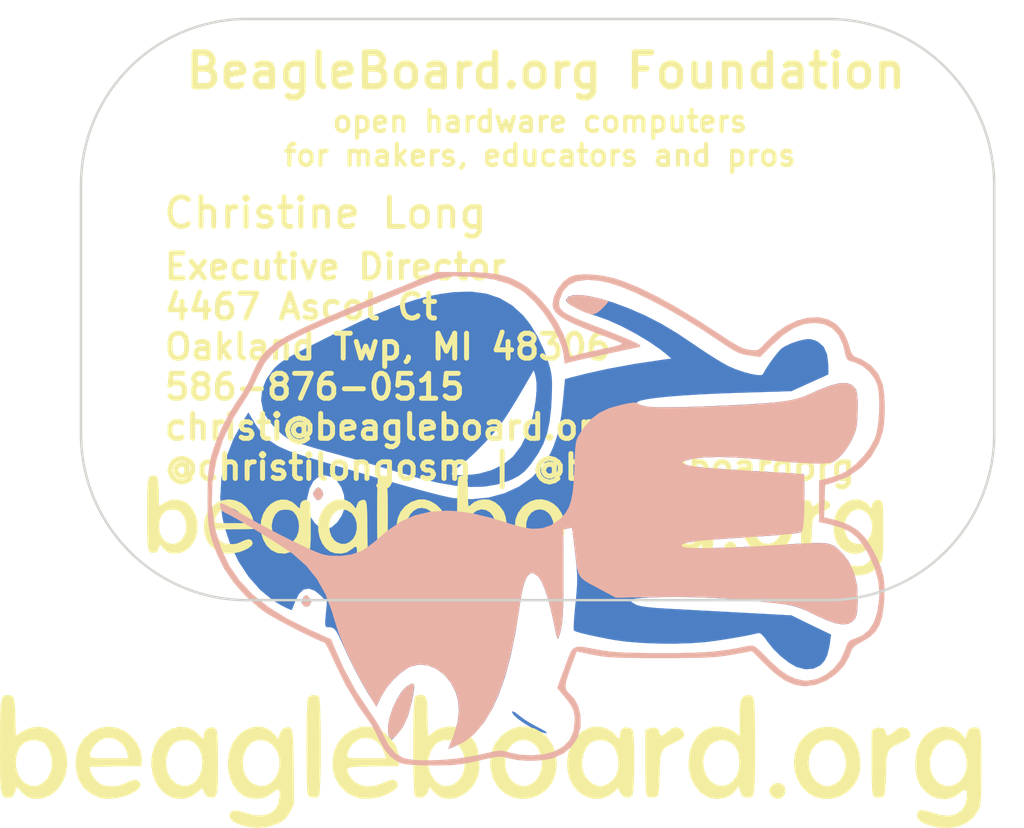
<source format=kicad_pcb>
(kicad_pcb (version 4) (host pcbnew 4.0.6)

  (general
    (links 0)
    (no_connects 0)
    (area 119.38 86.36 177.800001 124.460001)
    (thickness 1.6)
    (drawings 425)
    (tracks 0)
    (zones 0)
    (modules 3)
    (nets 2)
  )

  (page A4)
  (title_block
    (date 2017-08-14)
  )

  (layers
    (0 Top signal)
    (1 VDD signal)
    (2 DigitalGND signal)
    (31 Bottom signal)
    (32 B.Adhes user)
    (33 F.Adhes user)
    (34 B.Paste user)
    (35 F.Paste user)
    (36 B.SilkS user)
    (37 F.SilkS user)
    (38 B.Mask user)
    (39 F.Mask user)
    (40 Dwgs.User user)
    (41 Cmts.User user)
    (42 Eco1.User user)
    (43 Eco2.User user)
    (44 Edge.Cuts user)
    (45 Margin user)
    (46 B.CrtYd user)
    (47 F.CrtYd user)
    (48 B.Fab user)
    (49 F.Fab user)
  )

  (setup
    (last_trace_width 0.25)
    (trace_clearance 0)
    (zone_clearance 0.1524)
    (zone_45_only no)
    (trace_min 0.1524)
    (segment_width 0.15)
    (edge_width 0.15)
    (via_size 0.8)
    (via_drill 0.4)
    (via_min_size 0.4)
    (via_min_drill 0.3)
    (uvia_size 0.3)
    (uvia_drill 0.1)
    (uvias_allowed no)
    (uvia_min_size 0.2)
    (uvia_min_drill 0.1)
    (pcb_text_width 0.3)
    (pcb_text_size 1.5 1.5)
    (mod_edge_width 0.15)
    (mod_text_size 1 1)
    (mod_text_width 0.15)
    (pad_size 1.27 1.27)
    (pad_drill 0)
    (pad_to_mask_clearance 0.0254)
    (aux_axis_origin 0 0)
    (visible_elements FFFFFF7F)
    (pcbplotparams
      (layerselection 0x0103c_ffffffff)
      (usegerberextensions false)
      (excludeedgelayer true)
      (linewidth 0.100000)
      (plotframeref false)
      (viasonmask false)
      (mode 1)
      (useauxorigin false)
      (hpglpennumber 1)
      (hpglpenspeed 20)
      (hpglpendiameter 15)
      (hpglpenoverlay 2)
      (psnegative false)
      (psa4output false)
      (plotreference true)
      (plotvalue true)
      (plotinvisibletext false)
      (padsonsilk false)
      (subtractmaskfromsilk false)
      (outputformat 1)
      (mirror false)
      (drillshape 0)
      (scaleselection 1)
      (outputdirectory plots))
  )

  (net 0 "")
  (net 1 GND)

  (net_class Default "This is the default net class."
    (clearance 0)
    (trace_width 0.25)
    (via_dia 0.8)
    (via_drill 0.4)
    (uvia_dia 0.3)
    (uvia_drill 0.1)
  )

  (module boris-board:boris (layer Bottom) (tedit 0) (tstamp 59AF2B43)
    (at 148.9964 117.5258 270)
    (fp_text reference G*** (at 0 0 270) (layer B.SilkS) hide
      (effects (font (thickness 0.3)) (justify mirror))
    )
    (fp_text value LOGO (at 0.75 0 270) (layer B.SilkS) hide
      (effects (font (thickness 0.3)) (justify mirror))
    )
    (fp_poly (pts (xy -0.493097 20.363911) (xy 0.084009 20.340708) (xy 0.566126 20.290395) (xy 1.007256 20.203909)
      (xy 1.461406 20.072189) (xy 1.982581 19.886171) (xy 2.2352 19.789382) (xy 3.087788 19.369297)
      (xy 3.935004 18.785046) (xy 4.734339 18.072237) (xy 5.443282 17.26648) (xy 5.74334 16.850675)
      (xy 5.914833 16.572548) (xy 6.13485 16.182971) (xy 6.385348 15.717711) (xy 6.648281 15.212537)
      (xy 6.905606 14.703217) (xy 7.139277 14.225518) (xy 7.331251 13.815208) (xy 7.463483 13.508056)
      (xy 7.517928 13.339829) (xy 7.518399 13.332122) (xy 7.606045 13.26012) (xy 7.844455 13.12883)
      (xy 8.196841 12.957156) (xy 8.610599 12.770867) (xy 10.076329 12.060583) (xy 11.371385 11.275618)
      (xy 11.954129 10.857073) (xy 12.377503 10.566484) (xy 12.845525 10.292726) (xy 13.263631 10.090664)
      (xy 13.300298 10.07603) (xy 13.923035 9.757806) (xy 14.40932 9.349845) (xy 14.732316 8.877084)
      (xy 14.810638 8.672574) (xy 14.861627 8.392117) (xy 14.901252 7.95111) (xy 14.926705 7.392022)
      (xy 14.9352 6.789184) (xy 14.928955 6.132362) (xy 14.904992 5.60549) (xy 14.855469 5.135557)
      (xy 14.772544 4.649555) (xy 14.648376 4.074473) (xy 14.639419 4.03544) (xy 14.51903 3.502329)
      (xy 14.442669 3.122051) (xy 14.406724 2.849901) (xy 14.407583 2.641174) (xy 14.441636 2.451167)
      (xy 14.496278 2.263669) (xy 14.607004 1.724684) (xy 14.652224 1.076635) (xy 14.632118 0.402751)
      (xy 14.546863 -0.213742) (xy 14.490481 -0.43957) (xy 14.207565 -1.068474) (xy 13.784287 -1.564348)
      (xy 13.246768 -1.910546) (xy 12.621126 -2.090422) (xy 11.93348 -2.087329) (xy 11.910341 -2.083963)
      (xy 11.342885 -1.944931) (xy 10.915994 -1.708766) (xy 10.719696 -1.524991) (xy 10.524725 -1.32802)
      (xy 10.343024 -1.213724) (xy 10.13127 -1.180835) (xy 9.846139 -1.228085) (xy 9.444308 -1.354208)
      (xy 9.100678 -1.47764) (xy 8.064467 -1.857199) (xy 8.265826 -2.833599) (xy 8.324273 -3.139162)
      (xy 8.370382 -3.44386) (xy 8.405549 -3.776455) (xy 8.431171 -4.16571) (xy 8.448644 -4.64039)
      (xy 8.459363 -5.229256) (xy 8.464726 -5.961072) (xy 8.466128 -6.8646) (xy 8.466106 -6.9596)
      (xy 8.464301 -7.885975) (xy 8.458585 -8.639618) (xy 8.447454 -9.250982) (xy 8.429408 -9.750523)
      (xy 8.402944 -10.168692) (xy 8.366561 -10.535944) (xy 8.318756 -10.882733) (xy 8.258027 -11.239511)
      (xy 8.2539 -11.262113) (xy 8.042771 -12.415026) (xy 8.827196 -13.192513) (xy 9.397978 -13.810473)
      (xy 9.798798 -14.373067) (xy 10.044951 -14.908414) (xy 10.151733 -15.444634) (xy 10.159007 -15.640948)
      (xy 10.066601 -16.284068) (xy 9.812441 -16.911714) (xy 9.427757 -17.479923) (xy 8.94378 -17.94473)
      (xy 8.391742 -18.262172) (xy 8.264599 -18.307758) (xy 7.980182 -18.414985) (xy 7.787198 -18.55103)
      (xy 7.624597 -18.773017) (xy 7.479866 -19.042028) (xy 7.204486 -19.499129) (xy 6.885645 -19.841301)
      (xy 6.489553 -20.085683) (xy 5.982417 -20.249415) (xy 5.330448 -20.349636) (xy 4.826 -20.388114)
      (xy 4.150659 -20.396899) (xy 3.554066 -20.330128) (xy 2.976689 -20.172203) (xy 2.358994 -19.907524)
      (xy 1.748691 -19.581804) (xy 1.200573 -19.215093) (xy 0.778059 -18.792043) (xy 0.455314 -18.273835)
      (xy 0.206508 -17.621654) (xy 0.056966 -17.039755) (xy -0.005701 -16.75671) (xy -1.953759 -16.8148)
      (xy -2.132786 -17.394154) (xy -2.501321 -18.265099) (xy -3.023383 -19.006857) (xy -3.68752 -19.608389)
      (xy -4.482279 -20.058659) (xy -5.1308 -20.283489) (xy -5.563273 -20.358609) (xy -6.123444 -20.400035)
      (xy -6.73864 -20.407857) (xy -7.336188 -20.382166) (xy -7.843414 -20.323052) (xy -8.044632 -20.279868)
      (xy -8.654572 -20.015031) (xy -9.153812 -19.586914) (xy -9.526421 -19.011982) (xy -9.689678 -18.579403)
      (xy -9.82004 -18.449923) (xy -10.106586 -18.329777) (xy -10.247513 -18.291379) (xy -10.658928 -18.154774)
      (xy -11.078785 -17.959045) (xy -11.202429 -17.886678) (xy -11.642029 -17.498763) (xy -11.925045 -17.008906)
      (xy -12.054835 -16.440503) (xy -12.034758 -15.816946) (xy -11.868171 -15.161629) (xy -11.558433 -14.497946)
      (xy -11.108902 -13.849292) (xy -10.53709 -13.251741) (xy -10.268889 -13.004276) (xy -10.122166 -12.828263)
      (xy -10.067239 -12.659359) (xy -10.074429 -12.433217) (xy -10.091254 -12.285223) (xy -10.133588 -12.055533)
      (xy -10.216778 -11.814275) (xy -10.358751 -11.526922) (xy -10.577433 -11.15895) (xy -10.890749 -10.675832)
      (xy -11.052649 -10.433593) (xy -11.92265 -9.095006) (xy -12.682714 -7.833803) (xy -13.325534 -6.663824)
      (xy -13.843807 -5.598906) (xy -14.230228 -4.652889) (xy -14.425195 -4.044105) (xy -14.558422 -3.429122)
      (xy -14.631165 -2.807024) (xy -14.642044 -2.229578) (xy -14.589681 -1.748548) (xy -14.494229 -1.453783)
      (xy -14.189615 -1.048679) (xy -13.759822 -0.711104) (xy -13.271925 -0.483292) (xy -12.831781 -0.406966)
      (xy -12.594947 -0.447452) (xy -12.368869 -0.582501) (xy -12.142803 -0.82908) (xy -11.906007 -1.204157)
      (xy -11.647736 -1.724699) (xy -11.357246 -2.407673) (xy -11.030855 -3.2512) (xy -10.849187 -3.726922)
      (xy -10.687539 -4.133497) (xy -10.561445 -4.433034) (xy -10.486439 -4.587643) (xy -10.478612 -4.598171)
      (xy -10.427554 -4.540005) (xy -10.352425 -4.320873) (xy -10.265245 -3.979779) (xy -10.212507 -3.734571)
      (xy -10.104044 -3.217835) (xy -9.984559 -2.680891) (xy -9.87574 -2.220491) (xy -9.85087 -2.121343)
      (xy -9.679024 -1.448687) (xy -10.249712 -1.323303) (xy -10.984749 -1.08301) (xy -11.755664 -0.693098)
      (xy -12.512815 -0.188276) (xy -13.206559 0.396749) (xy -13.787252 1.027268) (xy -13.974157 1.280635)
      (xy -14.256409 1.747712) (xy -14.46871 2.237457) (xy -14.619105 2.786813) (xy -14.71564 3.432724)
      (xy -14.766359 4.212135) (xy -14.779409 4.9784) (xy -14.780075 5.28814) (xy -14.528801 5.28814)
      (xy -14.479234 4.109458) (xy -14.328541 3.096879) (xy -14.073734 2.238578) (xy -13.711824 1.522725)
      (xy -13.503819 1.232047) (xy -12.98079 0.669222) (xy -12.349214 0.138617) (xy -11.655495 -0.330874)
      (xy -10.946041 -0.710358) (xy -10.267256 -0.970941) (xy -9.804643 -1.071165) (xy -9.265777 -1.138492)
      (xy -9.358421 -1.458246) (xy -9.402639 -1.635205) (xy -9.478128 -1.962586) (xy -9.576958 -2.403706)
      (xy -9.691198 -2.921886) (xy -9.812915 -3.480443) (xy -9.934179 -4.042697) (xy -10.047058 -4.571966)
      (xy -10.143622 -5.03157) (xy -10.215938 -5.384826) (xy -10.256076 -5.595055) (xy -10.2616 -5.635324)
      (xy -10.338189 -5.689164) (xy -10.349277 -5.6896) (xy -10.424301 -5.605572) (xy -10.556568 -5.350571)
      (xy -10.747955 -4.920221) (xy -11.000342 -4.310145) (xy -11.315608 -3.515966) (xy -11.623342 -2.721748)
      (xy -11.89372 -2.038284) (xy -12.118678 -1.527489) (xy -12.314391 -1.168393) (xy -12.497036 -0.940027)
      (xy -12.682788 -0.821422) (xy -12.887824 -0.791606) (xy -13.089927 -0.820541) (xy -13.613017 -1.026372)
      (xy -13.992151 -1.37337) (xy -14.226203 -1.858169) (xy -14.314048 -2.477406) (xy -14.254559 -3.227713)
      (xy -14.112084 -3.876264) (xy -13.884747 -4.563932) (xy -13.544165 -5.380148) (xy -13.105634 -6.296082)
      (xy -12.584448 -7.282904) (xy -11.995903 -8.311784) (xy -11.355293 -9.353892) (xy -10.677914 -10.380399)
      (xy -10.605833 -10.485299) (xy -10.287694 -10.954833) (xy -10.068165 -11.307524) (xy -9.924915 -11.589822)
      (xy -9.835613 -11.848173) (xy -9.777926 -12.129024) (xy -9.760855 -12.242764) (xy -9.665948 -12.912928)
      (xy -10.404322 -13.644664) (xy -10.998543 -14.304388) (xy -11.408907 -14.930555) (xy -11.647031 -15.545106)
      (xy -11.724288 -16.13785) (xy -11.647997 -16.746525) (xy -11.402048 -17.243948) (xy -10.987758 -17.628677)
      (xy -10.406443 -17.899269) (xy -10.028289 -17.996474) (xy -9.707949 -18.067899) (xy -9.528172 -18.151045)
      (xy -9.430051 -18.29639) (xy -9.354681 -18.554411) (xy -9.348477 -18.579023) (xy -9.135251 -19.05607)
      (xy -8.774406 -19.489869) (xy -8.32121 -19.825922) (xy -7.916432 -19.991087) (xy -7.464873 -20.060969)
      (xy -6.892539 -20.086244) (xy -6.266418 -20.070283) (xy -5.653496 -20.016455) (xy -5.120763 -19.92813)
      (xy -4.79516 -19.834057) (xy -4.224479 -19.53757) (xy -3.66591 -19.116038) (xy -3.16581 -18.615523)
      (xy -2.770534 -18.082086) (xy -2.534737 -17.588011) (xy -2.453436 -17.316744) (xy -2.359706 -16.975166)
      (xy -2.337852 -16.891) (xy -2.227368 -16.4592) (xy 0.272464 -16.4592) (xy 0.400168 -17.0434)
      (xy 0.592396 -17.746511) (xy 0.844146 -18.294929) (xy 1.190102 -18.735635) (xy 1.664949 -19.115612)
      (xy 2.135259 -19.3937) (xy 3.000309 -19.793547) (xy 3.80516 -20.023903) (xy 4.586693 -20.093789)
      (xy 4.927162 -20.076531) (xy 5.711458 -19.958105) (xy 6.324814 -19.754649) (xy 6.785746 -19.454593)
      (xy 7.112774 -19.046364) (xy 7.303616 -18.591397) (xy 7.388262 -18.362394) (xy 7.508705 -18.216979)
      (xy 7.722292 -18.107786) (xy 8.003786 -18.013112) (xy 8.583253 -17.744299) (xy 9.083657 -17.344641)
      (xy 9.477237 -16.851969) (xy 9.736232 -16.304117) (xy 9.832881 -15.738918) (xy 9.822177 -15.53499)
      (xy 9.722192 -15.059387) (xy 9.525494 -14.606578) (xy 9.20958 -14.139801) (xy 8.751947 -13.622294)
      (xy 8.491047 -13.3604) (xy 8.133257 -13.00758) (xy 7.899383 -12.760458) (xy 7.766779 -12.583985)
      (xy 7.712799 -12.443113) (xy 7.714795 -12.302793) (xy 7.736094 -12.192) (xy 7.875629 -11.504907)
      (xy 7.983639 -10.856937) (xy 8.063506 -10.206883) (xy 8.118612 -9.513539) (xy 8.152339 -8.735698)
      (xy 8.16807 -7.832155) (xy 8.169738 -6.9088) (xy 8.163991 -6.005773) (xy 8.151892 -5.272823)
      (xy 8.13169 -4.676879) (xy 8.101634 -4.18487) (xy 8.059972 -3.763724) (xy 8.004953 -3.380371)
      (xy 7.973346 -3.2004) (xy 7.862522 -2.612389) (xy 7.795205 -2.18883) (xy 7.79039 -1.892458)
      (xy 7.867075 -1.686008) (xy 8.044257 -1.532216) (xy 8.340932 -1.393817) (xy 8.776097 -1.233547)
      (xy 9.021319 -1.144671) (xy 10.270238 -0.686675) (xy 10.748519 -1.088941) (xy 11.135614 -1.398786)
      (xy 11.440585 -1.591943) (xy 11.724695 -1.695705) (xy 12.04921 -1.737362) (xy 12.216758 -1.742983)
      (xy 12.863573 -1.673534) (xy 13.392448 -1.438811) (xy 13.807121 -1.036268) (xy 14.111329 -0.463361)
      (xy 14.116677 -0.449172) (xy 14.265852 0.146697) (xy 14.324188 0.839567) (xy 14.290323 1.544001)
      (xy 14.162896 2.174562) (xy 14.158684 2.188058) (xy 14.090428 2.418496) (xy 14.054172 2.613847)
      (xy 14.053148 2.821769) (xy 14.09059 3.089921) (xy 14.169733 3.465961) (xy 14.276494 3.924188)
      (xy 14.418957 4.63867) (xy 14.526835 5.405571) (xy 14.598346 6.183568) (xy 14.631709 6.931341)
      (xy 14.625145 7.60757) (xy 14.576874 8.170932) (xy 14.485113 8.580108) (xy 14.477957 8.599453)
      (xy 14.190065 9.072373) (xy 13.720271 9.473536) (xy 13.080158 9.793272) (xy 13.022493 9.814841)
      (xy 12.711583 9.960232) (xy 12.317272 10.188287) (xy 11.914868 10.454773) (xy 11.8364 10.511467)
      (xy 10.475262 11.42218) (xy 9.045178 12.195266) (xy 7.909235 12.698489) (xy 7.33487 12.932439)
      (xy 6.762462 14.219057) (xy 6.110989 15.54273) (xy 5.414102 16.676734) (xy 4.660075 17.631788)
      (xy 3.837181 18.418613) (xy 2.933694 19.047927) (xy 1.937887 19.53045) (xy 0.838035 19.876902)
      (xy 0.486883 19.955732) (xy -0.801268 20.118181) (xy -2.105913 20.083558) (xy -3.411576 19.855457)
      (xy -4.702782 19.437474) (xy -5.964052 18.833206) (xy -6.915824 18.235766) (xy -7.386562 17.935749)
      (xy -7.924206 17.635377) (xy -8.423451 17.392925) (xy -8.490624 17.364278) (xy -9.290911 16.945947)
      (xy -9.937859 16.411615) (xy -10.460175 15.735555) (xy -10.622648 15.453607) (xy -10.928371 14.849577)
      (xy -11.279828 14.100779) (xy -11.656113 13.254407) (xy -12.03632 12.357656) (xy -12.399544 11.457718)
      (xy -12.450723 11.326777) (xy -12.685527 10.733596) (xy -12.96476 10.043877) (xy -13.251778 9.347406)
      (xy -13.486726 8.7884) (xy -13.820694 7.991813) (xy -14.07711 7.346879) (xy -14.265484 6.821651)
      (xy -14.395328 6.384181) (xy -14.476153 6.002519) (xy -14.517472 5.644718) (xy -14.528801 5.28814)
      (xy -14.780075 5.28814) (xy -14.7828 6.5532) (xy -14.363228 7.5692) (xy -14.205114 7.954523)
      (xy -13.98776 8.487724) (xy -13.72767 9.128127) (xy -13.441349 9.835056) (xy -13.145302 10.567835)
      (xy -12.961569 11.0236) (xy -12.649131 11.786549) (xy -12.315192 12.579823) (xy -11.980938 13.354614)
      (xy -11.667558 14.062116) (xy -11.396238 14.65352) (xy -11.282968 14.890442) (xy -10.892144 15.648681)
      (xy -10.528774 16.243979) (xy -10.162625 16.708234) (xy -9.76346 17.073344) (xy -9.301045 17.371205)
      (xy -8.745145 17.633716) (xy -8.642974 17.675589) (xy -8.199969 17.872702) (xy -7.771719 18.094403)
      (xy -7.438565 18.298496) (xy -7.390667 18.333299) (xy -6.825075 18.721007) (xy -6.151937 19.119888)
      (xy -5.457954 19.481462) (xy -4.8768 19.739013) (xy -4.268153 19.968004) (xy -3.744124 20.13468)
      (xy -3.249454 20.24856) (xy -2.728881 20.319163) (xy -2.127145 20.356009) (xy -1.388985 20.368616)
      (xy -1.2192 20.369067) (xy -0.493097 20.363911)) (layer B.SilkS) (width 0.01))
    (fp_poly (pts (xy 5.225039 14.669966) (xy 5.360913 14.531755) (xy 5.366296 14.338685) (xy 5.241385 14.191498)
      (xy 5.22409 14.184071) (xy 5.087321 14.135004) (xy 4.995075 14.150233) (xy 4.8514 14.232139)
      (xy 4.704942 14.357863) (xy 4.6736 14.428674) (xy 4.759553 14.558054) (xy 4.955315 14.656589)
      (xy 5.167734 14.683519) (xy 5.225039 14.669966)) (layer B.SilkS) (width 0.01))
    (fp_poly (pts (xy -1.300114 13.967272) (xy -1.166254 13.879395) (xy -1.036739 13.748891) (xy -1.074028 13.618587)
      (xy -1.108476 13.574595) (xy -1.301432 13.438474) (xy -1.4224 13.4112) (xy -1.631781 13.484492)
      (xy -1.736325 13.574595) (xy -1.813741 13.71893) (xy -1.728602 13.841051) (xy -1.678547 13.879395)
      (xy -1.503558 13.989977) (xy -1.4224 14.0208) (xy -1.300114 13.967272)) (layer B.SilkS) (width 0.01))
    (fp_poly (pts (xy 12.985863 9.485867) (xy 13.258828 9.40514) (xy 13.345814 9.310181) (xy 13.26172 9.156159)
      (xy 13.14013 9.021782) (xy 12.667828 8.640839) (xy 12.042595 8.338329) (xy 11.25021 8.10869)
      (xy 10.44616 7.968194) (xy 10.161169 7.936242) (xy 10.030668 7.953656) (xy 10.008617 8.036946)
      (xy 10.026524 8.118683) (xy 10.189386 8.39656) (xy 10.508363 8.68252) (xy 10.938435 8.955763)
      (xy 11.43458 9.19549) (xy 11.951777 9.380901) (xy 12.445005 9.491197) (xy 12.869242 9.505579)
      (xy 12.985863 9.485867)) (layer B.SilkS) (width 0.01))
    (fp_poly (pts (xy -12.991959 -1.264693) (xy -12.799942 -1.475878) (xy -12.614487 -1.8034) (xy -12.391371 -2.270585)
      (xy -12.267913 -2.606781) (xy -12.242611 -2.857228) (xy -12.313959 -3.067163) (xy -12.480454 -3.281826)
      (xy -12.562464 -3.368021) (xy -12.785969 -3.585996) (xy -12.952029 -3.728005) (xy -13.006843 -3.7592)
      (xy -13.058154 -3.668009) (xy -13.136629 -3.426995) (xy -13.22671 -3.084989) (xy -13.241526 -3.0226)
      (xy -13.368413 -2.374811) (xy -13.405926 -1.885758) (xy -13.354999 -1.532149) (xy -13.306026 -1.41572)
      (xy -13.158348 -1.245933) (xy -12.991959 -1.264693)) (layer B.SilkS) (width 0.01))
    (fp_poly (pts (xy -0.665339 19.608801) (xy -0.453443 19.55138) (xy -0.30152 19.347974) (xy -0.270431 19.278601)
      (xy -0.145093 19.024311) (xy 0.06886 18.636322) (xy 0.349163 18.151214) (xy 0.673553 17.605571)
      (xy 1.019764 17.035974) (xy 1.365533 16.479007) (xy 1.688595 15.97125) (xy 1.966686 15.549286)
      (xy 2.177542 15.249698) (xy 2.197958 15.222812) (xy 2.912943 14.421734) (xy 3.71843 13.772518)
      (xy 4.641556 13.257833) (xy 5.709458 12.86035) (xy 6.0452 12.765822) (xy 6.883784 12.500925)
      (xy 7.824813 12.128513) (xy 8.815447 11.672135) (xy 9.802848 11.155343) (xy 10.297033 10.870818)
      (xy 11.39077 10.219295) (xy 10.736487 9.889447) (xy 10.225852 9.569037) (xy 9.731851 9.148745)
      (xy 9.309411 8.682805) (xy 9.01346 8.225447) (xy 8.981504 8.156664) (xy 8.853705 7.627448)
      (xy 8.907455 7.090732) (xy 9.12404 6.573446) (xy 9.484746 6.102516) (xy 9.970859 5.70487)
      (xy 10.563665 5.407436) (xy 10.97719 5.285027) (xy 11.632847 5.222724) (xy 12.360944 5.317748)
      (xy 13.183464 5.5733) (xy 13.315842 5.625473) (xy 13.926307 5.872051) (xy 13.858917 5.653826)
      (xy 13.547994 4.963384) (xy 13.058461 4.331815) (xy 12.387894 3.75797) (xy 11.533871 3.240697)
      (xy 10.493971 2.778846) (xy 9.265771 2.371267) (xy 7.846849 2.016808) (xy 6.234782 1.714319)
      (xy 5.2595 1.56894) (xy 4.493826 1.442204) (xy 3.92611 1.29713) (xy 3.55168 1.130548)
      (xy 3.36586 0.939291) (xy 3.363976 0.720188) (xy 3.541355 0.470073) (xy 3.5814 0.431304)
      (xy 3.848023 0.25905) (xy 4.278356 0.07257) (xy 4.834669 -0.115664) (xy 5.479231 -0.293179)
      (xy 6.174315 -0.447504) (xy 6.328129 -0.476711) (xy 6.745285 -0.55942) (xy 7.075201 -0.636202)
      (xy 7.275156 -0.696454) (xy 7.3152 -0.721657) (xy 7.224373 -0.77437) (xy 6.987116 -0.849876)
      (xy 6.6802 -0.925917) (xy 6.383338 -0.975016) (xy 5.979551 -1.011729) (xy 5.447631 -1.036881)
      (xy 4.766367 -1.0513) (xy 3.914553 -1.055814) (xy 3.385933 -1.054471) (xy 0.726667 -1.042142)
      (xy 0.663188 -1.295059) (xy 0.62591 -1.493938) (xy 0.630055 -1.575058) (xy 0.736389 -1.595602)
      (xy 1.007612 -1.63346) (xy 1.406621 -1.683828) (xy 1.896313 -1.741898) (xy 2.079801 -1.762874)
      (xy 2.655595 -1.827139) (xy 3.073233 -1.887311) (xy 3.374136 -1.971617) (xy 3.599724 -2.108285)
      (xy 3.791417 -2.325543) (xy 3.990636 -2.651619) (xy 4.238801 -3.11474) (xy 4.338253 -3.302)
      (xy 4.826 -4.2164) (xy 4.790742 -6.86239) (xy 4.782727 -7.938496) (xy 4.791163 -8.904828)
      (xy 4.818839 -9.815266) (xy 4.868547 -10.723691) (xy 4.943077 -11.68398) (xy 5.045221 -12.750014)
      (xy 5.143054 -13.664249) (xy 5.208691 -14.236078) (xy 5.269721 -14.663145) (xy 5.34229 -15.002826)
      (xy 5.442547 -15.312495) (xy 5.586637 -15.649529) (xy 5.790709 -16.071302) (xy 5.859364 -16.209518)
      (xy 6.177346 -16.900357) (xy 6.370718 -17.453927) (xy 6.442635 -17.890968) (xy 6.396249 -18.23222)
      (xy 6.234713 -18.498423) (xy 6.211076 -18.522989) (xy 6.071675 -18.633795) (xy 5.888652 -18.705368)
      (xy 5.612435 -18.748982) (xy 5.193451 -18.775909) (xy 5.077912 -18.780685) (xy 4.142277 -18.748489)
      (xy 3.3399 -18.571081) (xy 2.658284 -18.244831) (xy 2.299116 -17.973519) (xy 2.05199 -17.753082)
      (xy 1.859573 -17.559513) (xy 1.716836 -17.365177) (xy 1.618751 -17.14244) (xy 1.560288 -16.863667)
      (xy 1.53642 -16.501223) (xy 1.542116 -16.027473) (xy 1.572349 -15.414784) (xy 1.62209 -14.63552)
      (xy 1.640714 -14.35537) (xy 1.712116 -13.20802) (xy 1.769061 -12.138533) (xy 1.811221 -11.163434)
      (xy 1.838269 -10.299254) (xy 1.849878 -9.562517) (xy 1.845721 -8.969753) (xy 1.825472 -8.537489)
      (xy 1.788803 -8.282251) (xy 1.762012 -8.223802) (xy 1.682557 -8.175394) (xy 1.612437 -8.210111)
      (xy 1.549342 -8.343125) (xy 1.490965 -8.589609) (xy 1.434999 -8.964737) (xy 1.379135 -9.48368)
      (xy 1.321067 -10.161611) (xy 1.258487 -11.013704) (xy 1.196326 -11.943153) (xy 1.133559 -12.890507)
      (xy 1.079489 -13.65395) (xy 1.03206 -14.252486) (xy 0.989214 -14.705119) (xy 0.948891 -15.030853)
      (xy 0.909035 -15.248693) (xy 0.867588 -15.377641) (xy 0.822491 -15.436703) (xy 0.8177 -15.439498)
      (xy 0.624525 -15.487503) (xy 0.266684 -15.526683) (xy -0.21741 -15.555174) (xy -0.789341 -15.571109)
      (xy -1.410694 -15.572624) (xy -1.786732 -15.565952) (xy -2.608263 -15.5448) (xy -2.734829 -13.4366)
      (xy -2.804545 -12.296309) (xy -2.865918 -11.34168) (xy -2.920416 -10.555411) (xy -2.969506 -9.9202)
      (xy -3.014655 -9.418747) (xy -3.057333 -9.033749) (xy -3.099006 -8.747906) (xy -3.141142 -8.543915)
      (xy -3.153883 -8.496818) (xy -3.24272 -8.259065) (xy -3.32503 -8.202125) (xy -3.407125 -8.33226)
      (xy -3.49532 -8.655737) (xy -3.54168 -8.881544) (xy -3.624613 -9.553606) (xy -3.649882 -10.41228)
      (xy -3.61744 -11.459874) (xy -3.527245 -12.698693) (xy -3.4531 -13.461458) (xy -3.387015 -14.144167)
      (xy -3.330003 -14.830556) (xy -3.28589 -15.4666) (xy -3.258501 -15.998273) (xy -3.2512 -16.31337)
      (xy -3.25434 -16.753269) (xy -3.27399 -17.047221) (xy -3.325497 -17.252478) (xy -3.424208 -17.426289)
      (xy -3.585469 -17.625905) (xy -3.611065 -17.655845) (xy -3.954462 -17.973835) (xy -4.410353 -18.28165)
      (xy -4.648544 -18.409854) (xy -4.979502 -18.564007) (xy -5.261389 -18.664186) (xy -5.55896 -18.723877)
      (xy -5.936972 -18.756569) (xy -6.39688 -18.773978) (xy -7.007661 -18.777729) (xy -7.435104 -18.747702)
      (xy -7.696464 -18.682566) (xy -7.718168 -18.671967) (xy -7.970423 -18.456258) (xy -8.093573 -18.136614)
      (xy -8.086708 -17.701982) (xy -7.948914 -17.141308) (xy -7.679281 -16.443542) (xy -7.502366 -16.055843)
      (xy -7.354235 -15.720843) (xy -7.228595 -15.37692) (xy -7.122559 -15.002026) (xy -7.033238 -14.574114)
      (xy -6.957742 -14.071139) (xy -6.893185 -13.471052) (xy -6.836676 -12.751808) (xy -6.785328 -11.891359)
      (xy -6.736251 -10.86766) (xy -6.696129 -9.902338) (xy -6.657016 -8.811523) (xy -6.634353 -7.907747)
      (xy -6.628695 -7.175471) (xy -6.640595 -6.599155) (xy -6.670606 -6.163262) (xy -6.719282 -5.852253)
      (xy -6.787175 -5.650589) (xy -6.850691 -5.562076) (xy -6.907827 -5.463409) (xy -6.917687 -5.28945)
      (xy -6.877866 -4.999149) (xy -6.793498 -4.585847) (xy -6.585934 -3.835961) (xy -6.308832 -3.236974)
      (xy -5.928779 -2.739819) (xy -5.412364 -2.295433) (xy -5.08 -2.069655) (xy -4.902635 -1.961417)
      (xy -4.737472 -1.882532) (xy -4.547347 -1.826926) (xy -4.295098 -1.788528) (xy -3.943561 -1.761265)
      (xy -3.455571 -1.739064) (xy -2.9464 -1.721018) (xy -2.132632 -1.681038) (xy -1.488981 -1.616426)
      (xy -0.982911 -1.517413) (xy -0.581884 -1.374229) (xy -0.253362 -1.177104) (xy 0.035192 -0.916269)
      (xy 0.146255 -0.792441) (xy 0.478229 -0.299848) (xy 0.656508 0.238471) (xy 0.68343 0.848904)
      (xy 0.561331 1.557839) (xy 0.401398 2.089142) (xy 0.009134 3.355468) (xy -0.252998 4.47567)
      (xy -0.386767 5.458197) (xy -0.406269 5.947654) (xy -0.339237 6.975818) (xy -0.127328 7.888041)
      (xy 0.245201 8.725276) (xy 0.794097 9.528475) (xy 1.114109 9.902157) (xy 1.443664 10.287824)
      (xy 1.745037 10.680846) (xy 1.972781 11.02024) (xy 2.0453 11.151716) (xy 2.231518 11.706955)
      (xy 2.32079 12.357057) (xy 2.305471 13.014362) (xy 2.24023 13.386515) (xy 2.140958 13.677414)
      (xy 1.956608 14.115165) (xy 1.701983 14.669662) (xy 1.391885 15.3108) (xy 1.041116 16.008471)
      (xy 0.664477 16.73257) (xy 0.276772 17.452991) (xy -0.029901 18.003777) (xy -0.354085 18.575361)
      (xy -0.589362 18.993086) (xy -0.745209 19.280887) (xy -0.831104 19.462701) (xy -0.856521 19.562463)
      (xy -0.830939 19.60411) (xy -0.763832 19.611577) (xy -0.665339 19.608801)) (layer B.SilkS) (width 0.01))
    (fp_poly (pts (xy 0.175141 19.464399) (xy 0.624643 19.347716) (xy 1.152717 19.174737) (xy 1.707923 18.963046)
      (xy 2.23882 18.730226) (xy 2.484654 18.608494) (xy 3.247129 18.139391) (xy 3.970689 17.558321)
      (xy 4.608275 16.909885) (xy 5.11283 16.238683) (xy 5.269172 15.969441) (xy 5.430085 15.652194)
      (xy 5.538729 15.414731) (xy 5.573787 15.304001) (xy 5.572373 15.301668) (xy 5.464942 15.254664)
      (xy 5.229082 15.162711) (xy 5.054429 15.097159) (xy 4.599205 14.866324) (xy 4.340085 14.587151)
      (xy 4.278437 14.265085) (xy 4.415629 13.905569) (xy 4.675489 13.588605) (xy 5.083779 13.180315)
      (xy 5.843889 13.249195) (xy 6.604 13.318074) (xy 6.604 13.009037) (xy 6.594013 12.834546)
      (xy 6.537947 12.741904) (xy 6.396638 12.723913) (xy 6.130924 12.773372) (xy 5.7912 12.859613)
      (xy 5.431815 12.975858) (xy 4.977694 13.153585) (xy 4.513614 13.359061) (xy 4.406256 13.410674)
      (xy 3.858235 13.720022) (xy 3.342021 14.103263) (xy 2.838783 14.581404) (xy 2.329692 15.175455)
      (xy 1.795917 15.906425) (xy 1.218627 16.795323) (xy 0.892666 17.330822) (xy 0.492564 18.00147)
      (xy 0.187815 18.518133) (xy -0.031127 18.900851) (xy -0.173814 19.169664) (xy -0.249794 19.344615)
      (xy -0.268616 19.445743) (xy -0.23983 19.493091) (xy -0.172984 19.506698) (xy -0.144351 19.5072)
      (xy 0.175141 19.464399)) (layer B.Mask) (width 0.01))
    (fp_poly (pts (xy -6.714445 17.099438) (xy -6.136667 16.868528) (xy -5.548026 16.446567) (xy -5.416804 16.329427)
      (xy -5.167017 16.083004) (xy -4.956748 15.829194) (xy -4.772931 15.538773) (xy -4.602505 15.182516)
      (xy -4.432407 14.731199) (xy -4.249573 14.155598) (xy -4.040941 13.426488) (xy -3.917342 12.974852)
      (xy -3.696419 12.175298) (xy -3.441915 11.279626) (xy -3.176148 10.364818) (xy -2.921434 9.507852)
      (xy -2.740037 8.913788) (xy -2.347699 7.548996) (xy -2.067967 6.335791) (xy -1.899982 5.257191)
      (xy -1.842886 4.296212) (xy -1.895821 3.43587) (xy -2.05793 2.659182) (xy -2.328353 1.949164)
      (xy -2.382591 1.838687) (xy -2.631076 1.480239) (xy -3.013582 1.08398) (xy -3.478796 0.695422)
      (xy -3.975407 0.360075) (xy -4.17438 0.24946) (xy -4.735021 0.0266) (xy -5.455925 -0.153487)
      (xy -6.297163 -0.282853) (xy -7.20041 -0.352788) (xy -7.76171 -0.372331) (xy -8.179139 -0.37223)
      (xy -8.511526 -0.347067) (xy -8.817702 -0.291424) (xy -9.156497 -0.199883) (xy -9.286004 -0.160714)
      (xy -10.437833 0.267134) (xy -11.410057 0.789219) (xy -12.203741 1.406781) (xy -12.819949 2.121058)
      (xy -13.259746 2.933291) (xy -13.524198 3.844719) (xy -13.614367 4.856581) (xy -13.6144 4.877359)
      (xy -13.577828 5.626592) (xy -13.464387 6.423725) (xy -13.268489 7.285227) (xy -12.984547 8.227568)
      (xy -12.606973 9.26722) (xy -12.13018 10.420651) (xy -11.54858 11.704333) (xy -10.856585 13.134735)
      (xy -10.720257 13.40829) (xy -10.267379 14.29814) (xy -9.879056 15.02122) (xy -9.539831 15.597545)
      (xy -9.234245 16.04713) (xy -8.946841 16.389987) (xy -8.66216 16.646133) (xy -8.364745 16.83558)
      (xy -8.039138 16.978344) (xy -7.934918 17.01464) (xy -7.305736 17.145931) (xy -6.714445 17.099438)) (layer B.Mask) (width 0.01))
    (fp_poly (pts (xy 13.092878 2.593371) (xy 13.276988 2.370416) (xy 13.381039 2.222236) (xy 13.593412 1.759839)
      (xy 13.668971 1.258646) (xy 13.623665 0.750684) (xy 13.47344 0.267984) (xy 13.234247 -0.157426)
      (xy 12.922033 -0.493516) (xy 12.552748 -0.708256) (xy 12.142338 -0.769619) (xy 11.91179 -0.728466)
      (xy 11.650272 -0.593375) (xy 11.326897 -0.343875) (xy 10.97818 -0.019207) (xy 10.640632 0.34139)
      (xy 10.350767 0.698672) (xy 10.145099 1.013401) (xy 10.060142 1.246333) (xy 10.059665 1.262019)
      (xy 10.148578 1.346549) (xy 10.383966 1.475055) (xy 10.720693 1.623867) (xy 10.837988 1.670187)
      (xy 11.615045 1.968774) (xy 11.908919 1.619387) (xy 12.099638 1.353828) (xy 12.328233 0.979773)
      (xy 12.548304 0.573626) (xy 12.568446 0.5334) (xy 12.771411 0.149408) (xy 12.928144 -0.099074)
      (xy 13.027391 -0.200415) (xy 13.057896 -0.142984) (xy 13.010933 0.0762) (xy 12.762031 0.735116)
      (xy 12.398377 1.343148) (xy 12.209612 1.593359) (xy 11.79169 2.119918) (xy 12.308465 2.437894)
      (xy 12.606759 2.600154) (xy 12.849505 2.694378) (xy 12.961059 2.70375) (xy 13.092878 2.593371)) (layer B.Mask) (width 0.01))
    (fp_poly (pts (xy 0.082969 17.7546) (xy 0.442987 17.0965) (xy 0.814281 16.402554) (xy 1.168382 15.727023)
      (xy 1.476825 15.124167) (xy 1.695397 14.6812) (xy 1.931967 14.18327) (xy 2.094137 13.817033)
      (xy 2.195936 13.531234) (xy 2.251394 13.274618) (xy 2.27454 12.995929) (xy 2.279406 12.643911)
      (xy 2.279414 12.5476) (xy 2.253698 11.982444) (xy 2.162744 11.503286) (xy 1.984967 11.06216)
      (xy 1.698781 10.611101) (xy 1.2826 10.102142) (xy 1.07538 9.872133) (xy 0.435618 9.073844)
      (xy -0.017541 8.26205) (xy -0.299181 7.398507) (xy -0.424388 6.444969) (xy -0.434082 6.0452)
      (xy -0.422162 5.524941) (xy -0.381907 5.042588) (xy -0.304458 4.553814) (xy -0.180957 4.014292)
      (xy -0.002545 3.379698) (xy 0.239636 2.605703) (xy 0.275329 2.495417) (xy 0.490072 1.795542)
      (xy 0.625096 1.240321) (xy 0.681962 0.788172) (xy 0.66223 0.397513) (xy 0.567459 0.026762)
      (xy 0.399211 -0.365665) (xy 0.383834 -0.396808) (xy 0.095992 -0.826656) (xy -0.303707 -1.165332)
      (xy -0.831643 -1.418693) (xy -1.504197 -1.592595) (xy -2.337752 -1.692896) (xy -3.332281 -1.725435)
      (xy -3.85642 -1.727834) (xy -4.225113 -1.739415) (xy -4.486111 -1.769371) (xy -4.687169 -1.826898)
      (xy -4.87604 -1.921189) (xy -5.100475 -2.061437) (xy -5.110281 -2.067755) (xy -5.604268 -2.41753)
      (xy -5.992011 -2.7773) (xy -6.294971 -3.184159) (xy -6.534606 -3.6752) (xy -6.732376 -4.287516)
      (xy -6.90974 -5.058202) (xy -6.945806 -5.240555) (xy -7.066628 -5.891443) (xy -7.166922 -6.502432)
      (xy -7.249587 -7.106237) (xy -7.317523 -7.735574) (xy -7.37363 -8.423158) (xy -7.420806 -9.201706)
      (xy -7.461953 -10.103933) (xy -7.49997 -11.162555) (xy -7.516098 -11.674709) (xy -7.61091 -14.7828)
      (xy -8.613478 -17.018) (xy -9.056539 -17.041325) (xy -9.441924 -17.022341) (xy -9.822273 -16.945595)
      (xy -9.881563 -16.925967) (xy -10.255974 -16.761705) (xy -10.487559 -16.56911) (xy -10.634725 -16.291648)
      (xy -10.680543 -16.1526) (xy -10.733577 -15.909685) (xy -10.729752 -15.663797) (xy -10.66265 -15.344946)
      (xy -10.580329 -15.059705) (xy -10.380939 -14.549949) (xy -10.104082 -14.133967) (xy -9.711441 -13.768759)
      (xy -9.164699 -13.411322) (xy -9.056962 -13.350077) (xy -8.530731 -13.0556) (xy -8.596072 -12.5984)
      (xy -8.677819 -12.14418) (xy -8.797236 -11.712976) (xy -8.969714 -11.273673) (xy -9.210644 -10.79516)
      (xy -9.53542 -10.246321) (xy -9.959432 -9.596044) (xy -10.396742 -8.958439) (xy -11.215368 -7.712025)
      (xy -11.890237 -6.524455) (xy -12.448966 -5.345389) (xy -12.655832 -4.840122) (xy -13.048025 -3.838244)
      (xy -12.672305 -3.493922) (xy -12.439076 -3.295276) (xy -12.261329 -3.170871) (xy -12.207296 -3.1496)
      (xy -12.123811 -3.236351) (xy -12.008211 -3.458176) (xy -11.936847 -3.6322) (xy -11.609108 -4.397609)
      (xy -11.18873 -5.218469) (xy -10.714434 -6.027649) (xy -10.224941 -6.758015) (xy -9.87121 -7.2136)
      (xy -9.571298 -7.5692) (xy -9.502087 -7.0612) (xy -9.251645 -5.385947) (xy -8.975478 -3.86218)
      (xy -8.663697 -2.438803) (xy -8.425338 -1.4986) (xy -8.351803 -1.267688) (xy -8.250407 -1.155833)
      (xy -8.055118 -1.119494) (xy -7.844684 -1.115738) (xy -7.349147 -1.089065) (xy -6.729984 -1.0198)
      (xy -6.059478 -0.9193) (xy -5.409914 -0.798919) (xy -4.853573 -0.670013) (xy -4.666272 -0.616426)
      (xy -3.806652 -0.25774) (xy -3.028351 0.24802) (xy -2.367288 0.871656) (xy -1.859383 1.583972)
      (xy -1.783022 1.7272) (xy -1.35634 2.789145) (xy -1.129322 3.887639) (xy -1.1028 5.017322)
      (xy -1.173774 5.648727) (xy -1.237999 5.965226) (xy -1.353013 6.44179) (xy -1.511633 7.053889)
      (xy -1.706676 7.776992) (xy -1.930959 8.58657) (xy -2.177301 9.458091) (xy -2.438517 10.367026)
      (xy -2.707425 11.288844) (xy -2.976843 12.199014) (xy -3.239586 13.073008) (xy -3.319732 13.3349)
      (xy -2.52416 13.3349) (xy -2.446899 12.951617) (xy -2.226739 12.616898) (xy -1.893685 12.349578)
      (xy -1.477743 12.168492) (xy -1.008916 12.092473) (xy -0.51721 12.140356) (xy -0.107157 12.290766)
      (xy 0.283946 12.552515) (xy 0.567499 12.866133) (xy 0.704431 13.185125) (xy 0.7112 13.264707)
      (xy 0.621238 13.561813) (xy 0.381577 13.868198) (xy 0.037553 14.136121) (xy -0.252627 14.279676)
      (xy -0.705423 14.380899) (xy -1.196817 14.375947) (xy -1.672949 14.277983) (xy -2.07996 14.10017)
      (xy -2.363992 13.855668) (xy -2.428519 13.747914) (xy -2.52416 13.3349) (xy -3.319732 13.3349)
      (xy -3.488474 13.886293) (xy -3.716322 14.61434) (xy -3.915948 15.232619) (xy -4.080169 15.716599)
      (xy -4.201803 16.041749) (xy -4.245606 16.139462) (xy -4.457064 16.445049) (xy -4.788037 16.805226)
      (xy -5.184078 17.169568) (xy -5.590743 17.487649) (xy -5.924861 17.694757) (xy -6.336485 17.904751)
      (xy -5.936843 18.151521) (xy -4.97942 18.680021) (xy -4.002396 19.102884) (xy -3.046739 19.406266)
      (xy -2.153417 19.57632) (xy -1.624655 19.6088) (xy -0.945013 19.6088) (xy 0.082969 17.7546)) (layer B.Mask) (width 0.01))
    (fp_poly (pts (xy 6.800643 -1.699709) (xy 6.818774 -1.706035) (xy 6.87926 -1.850509) (xy 6.966797 -2.162118)
      (xy 7.073716 -2.607783) (xy 7.192347 -3.154427) (xy 7.315022 -3.768972) (xy 7.389025 -4.1656)
      (xy 7.499433 -4.993553) (xy 7.564093 -5.970149) (xy 7.584693 -7.046448) (xy 7.562923 -8.173506)
      (xy 7.500473 -9.302384) (xy 7.39903 -10.384138) (xy 7.260284 -11.369827) (xy 7.115518 -12.0904)
      (xy 7.016162 -12.508064) (xy 6.9703 -12.778916) (xy 6.99262 -12.9556) (xy 7.097811 -13.090764)
      (xy 7.300561 -13.237055) (xy 7.465789 -13.345851) (xy 7.909952 -13.698461) (xy 8.348335 -14.145022)
      (xy 8.726007 -14.622627) (xy 8.988034 -15.068374) (xy 9.006167 -15.109736) (xy 9.138005 -15.622404)
      (xy 9.105612 -16.106551) (xy 8.913038 -16.513486) (xy 8.886675 -16.546222) (xy 8.625016 -16.784211)
      (xy 8.278667 -16.952367) (xy 7.800082 -17.070393) (xy 7.516365 -17.114096) (xy 7.057131 -17.175842)
      (xy 5.895599 -14.7828) (xy 5.741844 -11.8872) (xy 5.696554 -11.033225) (xy 5.649764 -10.149099)
      (xy 5.604033 -9.283305) (xy 5.561919 -8.484326) (xy 5.525982 -7.800644) (xy 5.503227 -7.366)
      (xy 5.46808 -6.741032) (xy 5.433372 -6.279305) (xy 5.392458 -5.940985) (xy 5.338698 -5.686235)
      (xy 5.265448 -5.475221) (xy 5.166065 -5.268107) (xy 5.147582 -5.233208) (xy 4.996298 -4.915204)
      (xy 4.89757 -4.641281) (xy 4.875807 -4.522008) (xy 4.822799 -4.279523) (xy 4.678067 -3.908021)
      (xy 4.460654 -3.448842) (xy 4.189603 -2.943323) (xy 3.998278 -2.617037) (xy 3.823223 -2.314372)
      (xy 3.707727 -2.086173) (xy 3.675833 -1.980123) (xy 3.676636 -1.979096) (xy 3.796172 -1.947143)
      (xy 4.07315 -1.906679) (xy 4.464479 -1.861449) (xy 4.927066 -1.815199) (xy 5.417819 -1.771674)
      (xy 5.893646 -1.734617) (xy 6.311453 -1.707774) (xy 6.62815 -1.69489) (xy 6.800643 -1.699709)) (layer B.Mask) (width 0.01))
    (fp_poly (pts (xy -1.300114 13.967272) (xy -1.166254 13.879395) (xy -1.036739 13.748891) (xy -1.074028 13.618587)
      (xy -1.108476 13.574595) (xy -1.301432 13.438474) (xy -1.4224 13.4112) (xy -1.631781 13.484492)
      (xy -1.736325 13.574595) (xy -1.813741 13.71893) (xy -1.728602 13.841051) (xy -1.678547 13.879395)
      (xy -1.503558 13.989977) (xy -1.4224 14.0208) (xy -1.300114 13.967272)) (layer Bottom) (width 0.01))
    (fp_poly (pts (xy 5.17027 14.684796) (xy 5.338686 14.55503) (xy 5.376973 14.368662) (xy 5.275997 14.210676)
      (xy 5.22409 14.184071) (xy 5.080296 14.133518) (xy 4.983808 14.15209) (xy 4.829082 14.261865)
      (xy 4.820018 14.268591) (xy 4.685902 14.392704) (xy 4.715097 14.50318) (xy 4.78927 14.583833)
      (xy 5.027612 14.702104) (xy 5.17027 14.684796)) (layer Bottom) (width 0.01))
    (fp_poly (pts (xy 13.147499 9.453054) (xy 13.442598 9.340292) (xy 13.147499 9.029472) (xy 12.629338 8.621857)
      (xy 11.93387 8.300492) (xy 11.148878 8.085317) (xy 10.644815 7.986084) (xy 10.309081 7.936153)
      (xy 10.112595 7.936664) (xy 10.026277 7.988757) (xy 10.021046 8.093572) (xy 10.029276 8.129205)
      (xy 10.195053 8.413055) (xy 10.51801 8.699477) (xy 10.953278 8.969423) (xy 11.455992 9.203843)
      (xy 11.981283 9.38369) (xy 12.484285 9.489915) (xy 12.92013 9.50347) (xy 13.147499 9.453054)) (layer Bottom) (width 0.01))
    (fp_poly (pts (xy 11.877798 1.946177) (xy 12.090372 1.718654) (xy 12.328562 1.394349) (xy 12.564977 1.018182)
      (xy 12.772228 0.635073) (xy 12.922926 0.28994) (xy 12.989681 0.027704) (xy 12.986032 -0.047199)
      (xy 12.932052 -0.032136) (xy 12.818013 0.134512) (xy 12.666389 0.418648) (xy 12.631688 0.490446)
      (xy 12.409449 0.906563) (xy 12.150663 1.317091) (xy 11.937971 1.6002) (xy 11.730984 1.867332)
      (xy 11.676911 2.008785) (xy 11.718229 2.032) (xy 11.877798 1.946177)) (layer Bottom) (width 0.01))
    (fp_poly (pts (xy -6.437758 17.020595) (xy -6.184231 16.909487) (xy -5.79302 16.649662) (xy -5.371549 16.279996)
      (xy -4.989288 15.867689) (xy -4.726961 15.499845) (xy -4.628783 15.27742) (xy -4.4918 14.894891)
      (xy -4.327804 14.388955) (xy -4.148584 13.796307) (xy -3.965932 13.153644) (xy -3.925269 13.0048)
      (xy -3.704492 12.20631) (xy -3.449093 11.308311) (xy -3.181935 10.389628) (xy -2.92588 9.529088)
      (xy -2.753441 8.964616) (xy -2.368419 7.636586) (xy -2.088275 6.46239) (xy -1.911812 5.422545)
      (xy -1.837833 4.497567) (xy -1.865145 3.667973) (xy -1.992549 2.914279) (xy -2.218851 2.217004)
      (xy -2.324452 1.975716) (xy -2.532865 1.590305) (xy -2.780855 1.279473) (xy -3.129988 0.970523)
      (xy -3.262149 0.868476) (xy -3.856501 0.458547) (xy -4.440772 0.149072) (xy -5.060314 -0.07402)
      (xy -5.760482 -0.224801) (xy -6.586631 -0.31734) (xy -7.196993 -0.352271) (xy -7.777275 -0.371299)
      (xy -8.212502 -0.369008) (xy -8.560116 -0.340962) (xy -8.877561 -0.282723) (xy -9.1948 -0.197942)
      (xy -10.058737 0.106308) (xy -10.885306 0.493175) (xy -11.272861 0.725798) (xy -8.873115 0.725798)
      (xy -8.525958 0.619531) (xy -8.142737 0.559465) (xy -7.622929 0.55778) (xy -7.023318 0.610425)
      (xy -6.400686 0.713348) (xy -6.042947 0.796693) (xy -5.078377 1.107954) (xy -4.291999 1.495741)
      (xy -3.668625 1.974164) (xy -3.193072 2.557333) (xy -2.850152 3.259359) (xy -2.654834 3.944952)
      (xy -2.594745 4.311274) (xy -2.557196 4.713676) (xy -2.542916 5.102105) (xy -2.552634 5.426508)
      (xy -2.587081 5.636832) (xy -2.629394 5.6896) (xy -2.731899 5.614313) (xy -2.912806 5.417426)
      (xy -3.121615 5.1562) (xy -3.485474 4.718841) (xy -3.959764 4.212044) (xy -4.49176 3.687492)
      (xy -5.028734 3.196868) (xy -5.517961 2.791852) (xy -5.588 2.738659) (xy -5.956749 2.478344)
      (xy -6.440775 2.164335) (xy -7.057818 1.785658) (xy -7.825619 1.331342) (xy -8.424358 0.984274)
      (xy -8.873115 0.725798) (xy -11.272861 0.725798) (xy -11.617945 0.932928) (xy -12.165895 1.363737)
      (xy -12.763778 2.024281) (xy -13.199216 2.756211) (xy -13.47617 3.574826) (xy -13.598599 4.49543)
      (xy -13.570461 5.533323) (xy -13.459147 6.362092) (xy -13.316768 7.069152) (xy -13.125841 7.798592)
      (xy -12.877636 8.572771) (xy -12.563419 9.414048) (xy -12.17446 10.344783) (xy -11.702027 11.387335)
      (xy -11.137388 12.564065) (xy -10.669558 13.505542) (xy -10.289889 14.256348) (xy -9.983737 14.848789)
      (xy -9.736319 15.307509) (xy -9.532849 15.657154) (xy -9.358543 15.922368) (xy -9.198617 16.127798)
      (xy -9.038287 16.298089) (xy -8.938524 16.391153) (xy -8.334528 16.82449) (xy -7.700419 17.076851)
      (xy -7.060171 17.143723) (xy -6.437758 17.020595)) (layer Bottom) (width 0.01))
    (fp_poly (pts (xy -0.036085 19.483214) (xy 0.572318 19.348728) (xy 1.64917 18.98988) (xy 2.656903 18.499588)
      (xy 3.567076 17.898317) (xy 4.351244 17.206532) (xy 4.980965 16.444695) (xy 5.269172 15.969441)
      (xy 5.430085 15.652194) (xy 5.538729 15.414731) (xy 5.573787 15.304001) (xy 5.572373 15.301668)
      (xy 5.464942 15.254664) (xy 5.229082 15.162711) (xy 5.054429 15.097159) (xy 4.599205 14.866324)
      (xy 4.340085 14.587151) (xy 4.278437 14.265085) (xy 4.415629 13.905569) (xy 4.675489 13.588605)
      (xy 5.083779 13.180315) (xy 5.843889 13.249195) (xy 6.230195 13.281357) (xy 6.456904 13.284673)
      (xy 6.566669 13.24996) (xy 6.602138 13.168039) (xy 6.605555 13.085237) (xy 6.621354 12.906871)
      (xy 6.686891 12.763549) (xy 6.833472 12.630269) (xy 7.092401 12.482028) (xy 7.494983 12.293822)
      (xy 7.722049 12.193506) (xy 8.472294 11.84772) (xy 9.242283 11.462916) (xy 9.973061 11.07026)
      (xy 10.605673 10.700923) (xy 10.894438 10.516327) (xy 11.374876 10.195296) (xy 10.753039 9.898248)
      (xy 10.276909 9.608398) (xy 9.798867 9.211616) (xy 9.374765 8.762772) (xy 9.060459 8.316737)
      (xy 8.980247 8.156664) (xy 8.853258 7.625192) (xy 8.907776 7.087459) (xy 9.124841 6.570414)
      (xy 9.48549 6.101004) (xy 9.970764 5.706179) (xy 10.561701 5.412885) (xy 10.998356 5.288441)
      (xy 11.650266 5.228734) (xy 12.354855 5.317256) (xy 13.14573 5.558896) (xy 13.315842 5.625473)
      (xy 13.926307 5.872051) (xy 13.858917 5.653826) (xy 13.543464 4.968402) (xy 13.039623 4.326821)
      (xy 12.359822 3.741917) (xy 11.516493 3.226522) (xy 11.499169 3.21759) (xy 10.583055 2.804588)
      (xy 9.52911 2.439051) (xy 8.321871 2.116896) (xy 6.945878 1.834036) (xy 5.385667 1.586386)
      (xy 5.2595 1.56894) (xy 4.493826 1.442204) (xy 3.92611 1.29713) (xy 3.55168 1.130548)
      (xy 3.36586 0.939291) (xy 3.363976 0.720188) (xy 3.541355 0.470073) (xy 3.5814 0.431304)
      (xy 3.848023 0.25905) (xy 4.278356 0.07257) (xy 4.834669 -0.115664) (xy 5.479231 -0.293179)
      (xy 6.174315 -0.447504) (xy 6.328129 -0.476711) (xy 6.745285 -0.55942) (xy 7.075201 -0.636202)
      (xy 7.275156 -0.696454) (xy 7.3152 -0.721657) (xy 7.224373 -0.77437) (xy 6.987116 -0.849876)
      (xy 6.6802 -0.925917) (xy 6.383338 -0.975016) (xy 5.979551 -1.011729) (xy 5.447631 -1.036881)
      (xy 4.766367 -1.0513) (xy 3.914553 -1.055814) (xy 3.385933 -1.054471) (xy 0.726667 -1.042142)
      (xy 0.663188 -1.295059) (xy 0.625906 -1.494197) (xy 0.630055 -1.575698) (xy 0.736228 -1.596008)
      (xy 1.00868 -1.63359) (xy 1.411662 -1.683896) (xy 1.909428 -1.742378) (xy 2.1844 -1.773456)
      (xy 2.810379 -1.839816) (xy 3.303227 -1.879438) (xy 3.731214 -1.892554) (xy 4.162612 -1.879398)
      (xy 4.66569 -1.840204) (xy 5.226637 -1.783863) (xy 5.761113 -1.73299) (xy 6.222581 -1.699131)
      (xy 6.574072 -1.684214) (xy 6.778617 -1.690165) (xy 6.813856 -1.701117) (xy 6.8768 -1.84819)
      (xy 6.965799 -2.161126) (xy 7.072833 -2.605467) (xy 7.189883 -3.146751) (xy 7.308931 -3.750521)
      (xy 7.375562 -4.1148) (xy 7.478288 -4.868617) (xy 7.550253 -5.763216) (xy 7.590424 -6.738364)
      (xy 7.597769 -7.733829) (xy 7.571254 -8.689379) (xy 7.509847 -9.544781) (xy 7.473998 -9.85519)
      (xy 7.380149 -10.519307) (xy 7.274737 -11.187141) (xy 7.166229 -11.810714) (xy 7.063091 -12.342048)
      (xy 6.973792 -12.733165) (xy 6.952319 -12.811364) (xy 7.003183 -12.966373) (xy 7.234085 -13.181947)
      (xy 7.46247 -13.343647) (xy 7.908796 -13.69772) (xy 8.348522 -14.145317) (xy 8.726817 -14.623712)
      (xy 8.988854 -15.070178) (xy 9.006167 -15.109736) (xy 9.138005 -15.622404) (xy 9.105612 -16.106551)
      (xy 8.913038 -16.513486) (xy 8.886675 -16.546222) (xy 8.625016 -16.784211) (xy 8.278667 -16.952367)
      (xy 7.800082 -17.070393) (xy 7.516365 -17.114096) (xy 7.057131 -17.175842) (xy 6.476982 -15.979321)
      (xy 5.896832 -14.7828) (xy 5.742681 -11.938) (xy 5.69652 -11.084702) (xy 5.648558 -10.195593)
      (xy 5.601506 -9.321096) (xy 5.558074 -8.511633) (xy 5.520972 -7.817629) (xy 5.499334 -7.410855)
      (xy 5.454537 -6.687495) (xy 5.405083 -6.142699) (xy 5.34782 -5.751835) (xy 5.279594 -5.490272)
      (xy 5.24246 -5.404255) (xy 5.110607 -5.19006) (xy 5.003298 -5.082847) (xy 4.990699 -5.08)
      (xy 4.926637 -5.177239) (xy 4.873975 -5.452129) (xy 4.832964 -5.879427) (xy 4.803853 -6.433889)
      (xy 4.78689 -7.090272) (xy 4.782326 -7.823332) (xy 4.790411 -8.607828) (xy 4.811394 -9.418514)
      (xy 4.845524 -10.230149) (xy 4.89305 -11.017488) (xy 4.927606 -11.461926) (xy 5.008176 -12.396806)
      (xy 5.077819 -13.15695) (xy 5.141997 -13.770157) (xy 5.206173 -14.264229) (xy 5.275811 -14.666967)
      (xy 5.356374 -15.006171) (xy 5.453324 -15.309643) (xy 5.572125 -15.605183) (xy 5.71824 -15.920591)
      (xy 5.860736 -16.210468) (xy 6.178223 -16.901499) (xy 6.371122 -17.455208) (xy 6.44257 -17.892309)
      (xy 6.395706 -18.233517) (xy 6.233668 -18.499549) (xy 6.211076 -18.522989) (xy 6.071675 -18.633795)
      (xy 5.888652 -18.705368) (xy 5.612435 -18.748982) (xy 5.193451 -18.775909) (xy 5.077912 -18.780685)
      (xy 4.142277 -18.748489) (xy 3.3399 -18.571081) (xy 2.658284 -18.244831) (xy 2.299116 -17.973519)
      (xy 2.052709 -17.753861) (xy 1.860369 -17.56093) (xy 1.717201 -17.367416) (xy 1.618315 -17.146008)
      (xy 1.558817 -16.869394) (xy 1.533816 -16.510263) (xy 1.538419 -16.041305) (xy 1.567734 -15.435208)
      (xy 1.616867 -14.664661) (xy 1.641208 -14.300796) (xy 1.712484 -13.162016) (xy 1.769209 -12.09994)
      (xy 1.811057 -11.131313) (xy 1.8377 -10.272877) (xy 1.848812 -9.541374) (xy 1.844064 -8.953548)
      (xy 1.82313 -8.526141) (xy 1.785683 -8.275896) (xy 1.759979 -8.221739) (xy 1.681179 -8.174302)
      (xy 1.611569 -8.210414) (xy 1.548861 -8.34523) (xy 1.490763 -8.593909) (xy 1.434987 -8.971607)
      (xy 1.379241 -9.493479) (xy 1.321236 -10.174683) (xy 1.258682 -11.030374) (xy 1.197935 -11.941569)
      (xy 1.135417 -12.88784) (xy 1.081605 -13.650299) (xy 1.034429 -14.248051) (xy 0.991818 -14.700198)
      (xy 0.951699 -15.025843) (xy 0.912004 -15.24409) (xy 0.870659 -15.374041) (xy 0.825594 -15.4348)
      (xy 0.818768 -15.438927) (xy 0.624866 -15.487252) (xy 0.266137 -15.526643) (xy -0.219169 -15.555238)
      (xy -0.792805 -15.571172) (xy -1.416518 -15.572581) (xy -1.788377 -15.565952) (xy -2.611553 -15.5448)
      (xy -2.735295 -13.4874) (xy -2.804966 -12.34736) (xy -2.865963 -11.392792) (xy -2.919752 -10.60622)
      (xy -2.967798 -9.970169) (xy -3.011567 -9.467162) (xy -3.052523 -9.079726) (xy -3.092132 -8.790383)
      (xy -3.131859 -8.581659) (xy -3.153731 -8.496818) (xy -3.242652 -8.259087) (xy -3.325 -8.202121)
      (xy -3.407102 -8.332198) (xy -3.495289 -8.655593) (xy -3.54168 -8.881544) (xy -3.624613 -9.553606)
      (xy -3.649882 -10.41228) (xy -3.61744 -11.459874) (xy -3.527245 -12.698693) (xy -3.4531 -13.461458)
      (xy -3.387015 -14.144167) (xy -3.330003 -14.830556) (xy -3.28589 -15.4666) (xy -3.258501 -15.998273)
      (xy -3.2512 -16.31337) (xy -3.25434 -16.753269) (xy -3.27399 -17.047221) (xy -3.325497 -17.252478)
      (xy -3.424208 -17.426289) (xy -3.585469 -17.625905) (xy -3.611065 -17.655845) (xy -3.954462 -17.973835)
      (xy -4.410353 -18.28165) (xy -4.648544 -18.409854) (xy -4.979502 -18.564007) (xy -5.261389 -18.664186)
      (xy -5.55896 -18.723877) (xy -5.936972 -18.756569) (xy -6.39688 -18.773978) (xy -7.007661 -18.777729)
      (xy -7.435104 -18.747702) (xy -7.696464 -18.682566) (xy -7.718168 -18.671967) (xy -7.970423 -18.456258)
      (xy -8.093573 -18.136614) (xy -8.086708 -17.701982) (xy -7.948914 -17.141308) (xy -7.679281 -16.443542)
      (xy -7.502366 -16.055843) (xy -7.296201 -15.591616) (xy -7.153261 -15.178778) (xy -7.051422 -14.737255)
      (xy -6.96856 -14.186974) (xy -6.954125 -14.0716) (xy -6.909882 -13.635485) (xy -6.864874 -13.056891)
      (xy -6.820335 -12.367012) (xy -6.777501 -11.597042) (xy -6.737606 -10.778177) (xy -6.701885 -9.941611)
      (xy -6.671574 -9.118538) (xy -6.647906 -8.340153) (xy -6.632117 -7.637651) (xy -6.625442 -7.042226)
      (xy -6.629116 -6.585073) (xy -6.644373 -6.297387) (xy -6.645867 -6.284716) (xy -6.715037 -5.885611)
      (xy -6.802207 -5.608026) (xy -6.895402 -5.482633) (xy -6.953359 -5.497091) (xy -7.038137 -5.681821)
      (xy -7.12097 -6.056431) (xy -7.200656 -6.607601) (xy -7.275994 -7.322011) (xy -7.345785 -8.186343)
      (xy -7.408826 -9.187278) (xy -7.463917 -10.311494) (xy -7.509858 -11.545675) (xy -7.515744 -11.7348)
      (xy -7.608297 -14.7828) (xy -8.11328 -15.9004) (xy -8.618264 -17.018) (xy -9.224905 -17.00886)
      (xy -9.824926 -16.935589) (xy -10.271726 -16.733619) (xy -10.572466 -16.39902) (xy -10.6545 -16.224463)
      (xy -10.7272 -15.994087) (xy -10.743644 -15.779369) (xy -10.701284 -15.506864) (xy -10.61822 -15.178939)
      (xy -10.482915 -14.779502) (xy -10.313366 -14.414131) (xy -10.173391 -14.19807) (xy -9.972236 -14.004271)
      (xy -9.665501 -13.757066) (xy -9.312014 -13.498692) (xy -8.970604 -13.271388) (xy -8.700101 -13.117391)
      (xy -8.623533 -13.08531) (xy -8.568162 -12.9677) (xy -8.579275 -12.704792) (xy -8.646602 -12.339437)
      (xy -8.759872 -11.914481) (xy -8.908814 -11.472775) (xy -9.083157 -11.057167) (xy -9.134996 -10.951564)
      (xy -9.336703 -10.589407) (xy -9.623273 -10.118551) (xy -9.959786 -9.594433) (xy -10.311317 -9.072492)
      (xy -10.388741 -8.961266) (xy -11.083199 -7.926277) (xy -11.657344 -6.966461) (xy -12.1437 -6.023087)
      (xy -12.574789 -5.037421) (xy -12.60947 -4.95095) (xy -12.926064 -4.094507) (xy -13.163952 -3.319079)
      (xy -13.321217 -2.640859) (xy -13.395943 -2.07604) (xy -13.386214 -1.640812) (xy -13.290114 -1.351369)
      (xy -13.105727 -1.223903) (xy -13.051077 -1.2192) (xy -12.930862 -1.309156) (xy -12.767503 -1.552479)
      (xy -12.580855 -1.909344) (xy -12.390771 -2.33993) (xy -12.217106 -2.804413) (xy -12.139319 -3.048)
      (xy -11.878709 -3.770399) (xy -11.512126 -4.579368) (xy -11.072954 -5.413593) (xy -10.594579 -6.211758)
      (xy -10.110386 -6.91255) (xy -9.87121 -7.2136) (xy -9.571298 -7.5692) (xy -9.502087 -7.0612)
      (xy -9.246605 -5.355904) (xy -8.964023 -3.804979) (xy -8.645057 -2.360379) (xy -8.431247 -1.520542)
      (xy -8.335185 -1.161485) (xy -7.037793 -1.036405) (xy -6.174245 -0.937783) (xy -5.462136 -0.818144)
      (xy -4.849894 -0.665192) (xy -4.285946 -0.466634) (xy -3.8608 -0.279036) (xy -3.076296 0.202525)
      (xy -2.408384 0.835497) (xy -1.866829 1.598437) (xy -1.4614 2.4699) (xy -1.201861 3.428444)
      (xy -1.097979 4.452626) (xy -1.15952 5.521001) (xy -1.173818 5.620654) (xy -1.244205 5.97912)
      (xy -1.374014 6.520884) (xy -1.560388 7.235825) (xy -1.800468 8.11382) (xy -2.091395 9.144748)
      (xy -2.430311 10.318487) (xy -2.814358 11.624916) (xy -3.240677 13.053913) (xy -3.314961 13.299774)
      (xy -2.54 13.299774) (xy -2.447472 12.905434) (xy -2.19604 12.572462) (xy -1.824931 12.317126)
      (xy -1.373373 12.155697) (xy -0.880595 12.104444) (xy -0.385824 12.179637) (xy -0.107157 12.290766)
      (xy 0.283946 12.552515) (xy 0.567499 12.866133) (xy 0.704431 13.185125) (xy 0.7112 13.264707)
      (xy 0.617292 13.590185) (xy 0.366073 13.894899) (xy 0.003298 14.150741) (xy -0.425276 14.329602)
      (xy -0.873894 14.403375) (xy -1.117665 14.388175) (xy -1.748707 14.233131) (xy -2.194459 13.998459)
      (xy -2.457365 13.682289) (xy -2.54 13.299774) (xy -3.314961 13.299774) (xy -3.70641 14.595355)
      (xy -3.732505 14.6812) (xy -4.002965 15.480776) (xy -4.289083 16.116704) (xy -4.618909 16.628155)
      (xy -5.020492 17.054305) (xy -5.521882 17.434325) (xy -5.849036 17.637095) (xy -6.321347 17.913887)
      (xy -5.929274 18.15609) (xy -4.723421 18.811965) (xy -3.543259 19.270399) (xy -2.376704 19.533607)
      (xy -1.211674 19.603807) (xy -0.036085 19.483214)) (layer Bottom) (width 0.01))
  )

  (module bb:bborg (layer Top) (tedit 0) (tstamp 59B04BE2)
    (at 145.0848 132.2832)
    (fp_text reference G*** (at 0 0) (layer F.SilkS) hide
      (effects (font (thickness 0.3)))
    )
    (fp_text value LOGO (at 0.75 0) (layer F.SilkS) hide
      (effects (font (thickness 0.3)))
    )
    (fp_poly (pts (xy -13.018195 -2.105133) (xy -12.650429 -1.911701) (xy -12.4597 -1.725518) (xy -12.21047 -1.423159)
      (xy -12.10999 -1.727617) (xy -11.980684 -1.974511) (xy -11.791317 -2.086839) (xy -11.651813 -2.117673)
      (xy -11.541716 -2.120715) (xy -11.457312 -2.078814) (xy -11.394887 -1.974821) (xy -11.350727 -1.791585)
      (xy -11.321119 -1.511956) (xy -11.302347 -1.118784) (xy -11.290698 -0.59492) (xy -11.282458 0.076786)
      (xy -11.280473 0.272075) (xy -11.257947 2.515458) (xy -11.496228 2.971581) (xy -11.673005 3.265571)
      (xy -11.868515 3.464409) (xy -12.150538 3.634524) (xy -12.196088 3.657495) (xy -12.823623 3.876576)
      (xy -13.500872 3.933928) (xy -14.138832 3.850252) (xy -14.588292 3.716754) (xy -14.91398 3.550023)
      (xy -15.103925 3.361001) (xy -15.146158 3.160628) (xy -15.067291 3.0016) (xy -14.930841 2.907549)
      (xy -14.723318 2.892564) (xy -14.416058 2.958079) (xy -14.139333 3.048) (xy -13.586523 3.182657)
      (xy -13.099855 3.183071) (xy -12.693983 3.057028) (xy -12.383564 2.812315) (xy -12.183255 2.456718)
      (xy -12.10771 1.998024) (xy -12.107465 1.9685) (xy -12.126554 1.725863) (xy -12.196481 1.626952)
      (xy -12.335894 1.667435) (xy -12.563435 1.842983) (xy -12.581179 1.858491) (xy -12.949811 2.090181)
      (xy -13.385599 2.186206) (xy -13.862774 2.160461) (xy -14.278354 2.018197) (xy -14.630437 1.742647)
      (xy -14.910387 1.360722) (xy -15.109572 0.899335) (xy -15.219359 0.385397) (xy -15.228572 -0.037498)
      (xy -14.347016 -0.037498) (xy -14.309142 0.398751) (xy -14.169843 0.798906) (xy -13.930997 1.12447)
      (xy -13.713046 1.283409) (xy -13.347764 1.419125) (xy -13.011605 1.402118) (xy -12.716244 1.267935)
      (xy -12.414744 0.991812) (xy -12.216708 0.619902) (xy -12.12448 0.192244) (xy -12.140401 -0.251123)
      (xy -12.266818 -0.670162) (xy -12.506073 -1.024832) (xy -12.578002 -1.093701) (xy -12.919265 -1.298107)
      (xy -13.291669 -1.36373) (xy -13.650219 -1.287551) (xy -13.833273 -1.177857) (xy -14.110962 -0.864297)
      (xy -14.281582 -0.471346) (xy -14.347016 -0.037498) (xy -15.228572 -0.037498) (xy -15.231114 -0.154179)
      (xy -15.136203 -0.692481) (xy -14.935873 -1.184637) (xy -14.636588 -1.599724) (xy -14.266748 -1.905527)
      (xy -13.854783 -2.095836) (xy -13.429122 -2.164441) (xy -13.018195 -2.105133)) (layer F.SilkS) (width 0.01))
    (fp_poly (pts (xy 28.460391 -2.073522) (xy 28.817961 -1.853366) (xy 28.951737 -1.71407) (xy 29.188505 -1.426829)
      (xy 29.248392 -1.665441) (xy 29.355641 -1.944548) (xy 29.517321 -2.084919) (xy 29.711434 -2.116666)
      (xy 29.836539 -2.111969) (xy 29.934664 -2.085662) (xy 30.009063 -2.01943) (xy 30.062992 -1.894951)
      (xy 30.099705 -1.693909) (xy 30.122459 -1.397984) (xy 30.134509 -0.988859) (xy 30.139109 -0.448213)
      (xy 30.139515 0.242271) (xy 30.139474 0.2921) (xy 30.13782 0.973383) (xy 30.13322 1.507554)
      (xy 30.124288 1.916826) (xy 30.109639 2.223414) (xy 30.087889 2.449531) (xy 30.057651 2.617391)
      (xy 30.017541 2.749209) (xy 29.980817 2.836334) (xy 29.684624 3.285608) (xy 29.274015 3.62387)
      (xy 28.76788 3.844527) (xy 28.185111 3.940983) (xy 27.544597 3.906644) (xy 27.152268 3.823712)
      (xy 26.698464 3.669606) (xy 26.407704 3.492592) (xy 26.274728 3.28836) (xy 26.277157 3.107375)
      (xy 26.338062 2.950473) (xy 26.442474 2.872555) (xy 26.621678 2.870173) (xy 26.906962 2.939879)
      (xy 27.135667 3.012744) (xy 27.682925 3.161602) (xy 28.12879 3.205545) (xy 28.503664 3.145973)
      (xy 28.66308 3.083039) (xy 28.970605 2.868278) (xy 29.166531 2.556366) (xy 29.26721 2.124319)
      (xy 29.277054 1.815813) (xy 29.215626 1.660512) (xy 29.083283 1.658714) (xy 28.88562 1.805698)
      (xy 28.493048 2.076569) (xy 28.061522 2.201122) (xy 27.618351 2.188867) (xy 27.19084 2.049319)
      (xy 26.806296 1.79199) (xy 26.492025 1.426391) (xy 26.275336 0.962036) (xy 26.254155 0.889)
      (xy 26.178364 0.417633) (xy 26.174863 0.124243) (xy 27.042388 0.124243) (xy 27.108139 0.547223)
      (xy 27.272291 0.920576) (xy 27.531053 1.207495) (xy 27.71991 1.318465) (xy 28.018035 1.417788)
      (xy 28.280077 1.414981) (xy 28.575866 1.317428) (xy 28.891487 1.100731) (xy 29.113961 0.776385)
      (xy 29.239441 0.380615) (xy 29.26408 -0.050355) (xy 29.184031 -0.480301) (xy 28.995446 -0.872998)
      (xy 28.829881 -1.074386) (xy 28.49556 -1.305214) (xy 28.133186 -1.376805) (xy 27.772302 -1.289159)
      (xy 27.473453 -1.074386) (xy 27.221254 -0.723369) (xy 27.078829 -0.311557) (xy 27.042388 0.124243)
      (xy 26.174863 0.124243) (xy 26.172011 -0.114629) (xy 26.232841 -0.624378) (xy 26.302224 -0.889369)
      (xy 26.525739 -1.342092) (xy 26.840445 -1.704098) (xy 27.218803 -1.966816) (xy 27.633273 -2.121675)
      (xy 28.056315 -2.1601) (xy 28.460391 -2.073522)) (layer F.SilkS) (width 0.01))
    (fp_poly (pts (xy -28.340118 -4.050821) (xy -28.2212 -4.001323) (xy -28.141024 -3.889386) (xy -28.090669 -3.690185)
      (xy -28.061213 -3.378895) (xy -28.043736 -2.930691) (xy -28.039412 -2.762408) (xy -28.011825 -1.623643)
      (xy -27.59647 -1.881842) (xy -27.104592 -2.09903) (xy -26.608418 -2.155514) (xy -26.132857 -2.056493)
      (xy -25.702819 -1.807164) (xy -25.34321 -1.412726) (xy -25.342327 -1.411426) (xy -25.077479 -0.900415)
      (xy -24.939385 -0.36009) (xy -24.919423 0.185008) (xy -25.00897 0.710338) (xy -25.199403 1.191359)
      (xy -25.482101 1.60353) (xy -25.848439 1.922308) (xy -26.289797 2.123153) (xy -26.603532 2.178164)
      (xy -26.982274 2.17337) (xy -27.277146 2.084739) (xy -27.327782 2.058376) (xy -27.567328 1.880289)
      (xy -27.763695 1.661932) (xy -27.768333 1.654952) (xy -27.879843 1.498526) (xy -27.940289 1.474255)
      (xy -27.984689 1.568474) (xy -27.985273 1.570286) (xy -28.088786 1.863986) (xy -28.181374 2.0291)
      (xy -28.292892 2.101391) (xy -28.441384 2.116667) (xy -28.575324 2.11159) (xy -28.683757 2.085586)
      (xy -28.769376 2.02249) (xy -28.834872 1.90614) (xy -28.882936 1.720373) (xy -28.91626 1.449026)
      (xy -28.937535 1.075936) (xy -28.949453 0.58494) (xy -28.954706 -0.040125) (xy -28.954871 -0.140765)
      (xy -28.013813 -0.140765) (xy -27.990503 0.299985) (xy -27.868931 0.715697) (xy -27.650295 1.066522)
      (xy -27.407418 1.273005) (xy -27.056114 1.417595) (xy -26.720177 1.400264) (xy -26.407354 1.247146)
      (xy -26.082052 0.931996) (xy -25.886091 0.511518) (xy -25.823465 0.017794) (xy -25.880488 -0.439115)
      (xy -26.038265 -0.842611) (xy -26.276444 -1.146443) (xy -26.36581 -1.214733) (xy -26.659736 -1.324855)
      (xy -27.015414 -1.34664) (xy -27.350133 -1.280086) (xy -27.482189 -1.214733) (xy -27.760854 -0.937974)
      (xy -27.937662 -0.566701) (xy -28.013813 -0.140765) (xy -28.954871 -0.140765) (xy -28.955984 -0.815422)
      (xy -28.956 -0.973667) (xy -28.954885 -1.779252) (xy -28.94998 -2.431588) (xy -28.938948 -2.946751)
      (xy -28.919449 -3.340819) (xy -28.889146 -3.62987) (xy -28.8457 -3.82998) (xy -28.786772 -3.957227)
      (xy -28.710024 -4.027689) (xy -28.613117 -4.057443) (xy -28.506699 -4.062703) (xy -28.340118 -4.050821)) (layer F.SilkS) (width 0.01))
    (fp_poly (pts (xy -21.908321 -2.090491) (xy -21.41399 -1.870739) (xy -21.045897 -1.577019) (xy -20.70994 -1.153167)
      (xy -20.493937 -0.689423) (xy -20.415918 -0.227746) (xy -20.419859 -0.12031) (xy -20.447 0.211667)
      (xy -23.55772 0.257899) (xy -23.503318 0.531116) (xy -23.409381 0.758717) (xy -23.237379 1.008408)
      (xy -23.158761 1.094953) (xy -22.9665 1.265518) (xy -22.778369 1.360364) (xy -22.524621 1.407983)
      (xy -22.356731 1.422598) (xy -22.016664 1.430632) (xy -21.744233 1.383694) (xy -21.444436 1.263229)
      (xy -21.378789 1.231599) (xy -21.037846 1.085314) (xy -20.800885 1.040424) (xy -20.636969 1.096002)
      (xy -20.541174 1.2065) (xy -20.493393 1.376294) (xy -20.578062 1.545111) (xy -20.8067 1.726919)
      (xy -21.109248 1.895267) (xy -21.514298 2.04965) (xy -21.978542 2.149783) (xy -22.439724 2.187797)
      (xy -22.835588 2.155826) (xy -22.945215 2.127295) (xy -23.502579 1.870092) (xy -23.926867 1.508271)
      (xy -24.217512 1.042641) (xy -24.37395 0.474013) (xy -24.403404 0.042334) (xy -24.367232 -0.428899)
      (xy -23.537333 -0.428899) (xy -23.529416 -0.358934) (xy -23.488053 -0.310637) (xy -23.386826 -0.280001)
      (xy -23.199316 -0.263022) (xy -22.899105 -0.255695) (xy -22.459773 -0.254013) (xy -22.38375 -0.254)
      (xy -21.230166 -0.254) (xy -21.283786 -0.522096) (xy -21.435328 -0.910085) (xy -21.697821 -1.215729)
      (xy -22.03607 -1.416591) (xy -22.414881 -1.490233) (xy -22.72606 -1.441623) (xy -23.045934 -1.267017)
      (xy -23.313884 -0.996023) (xy -23.489802 -0.67871) (xy -23.537333 -0.428899) (xy -24.367232 -0.428899)
      (xy -24.361687 -0.50113) (xy -24.223531 -0.948819) (xy -23.969433 -1.355805) (xy -23.86303 -1.483503)
      (xy -23.43335 -1.856304) (xy -22.945803 -2.082351) (xy -22.428193 -2.160721) (xy -21.908321 -2.090491)) (layer F.SilkS) (width 0.01))
    (fp_poly (pts (xy -17.747779 -2.125717) (xy -17.340577 -1.965292) (xy -17.046922 -1.727261) (xy -16.876846 -1.556868)
      (xy -16.755664 -1.453573) (xy -16.727352 -1.439333) (xy -16.693459 -1.512966) (xy -16.679333 -1.690038)
      (xy -16.679333 -1.690354) (xy -16.614589 -1.908851) (xy -16.454188 -2.059033) (xy -16.248872 -2.123349)
      (xy -16.049387 -2.084246) (xy -15.920312 -1.952899) (xy -15.890739 -1.811989) (xy -15.866321 -1.52136)
      (xy -15.847925 -1.100574) (xy -15.836421 -0.569192) (xy -15.832666 0.020585) (xy -15.834767 0.676847)
      (xy -15.843838 1.182544) (xy -15.864033 1.556424) (xy -15.899504 1.817231) (xy -15.954405 1.983713)
      (xy -16.032889 2.074614) (xy -16.139109 2.108681) (xy -16.277218 2.104659) (xy -16.293969 2.102764)
      (xy -16.490413 2.045344) (xy -16.62121 1.901606) (xy -16.718266 1.658183) (xy -16.760883 1.569337)
      (xy -16.830654 1.574674) (xy -16.965398 1.685954) (xy -17.041875 1.758824) (xy -17.452139 2.055547)
      (xy -17.901433 2.188464) (xy -18.396911 2.159245) (xy -18.568672 2.115239) (xy -18.995867 1.903403)
      (xy -19.347981 1.564169) (xy -19.615001 1.126474) (xy -19.786915 0.619251) (xy -19.853711 0.071436)
      (xy -19.849077 0.017794) (xy -18.965202 0.017794) (xy -18.89644 0.533529) (xy -18.691904 0.951401)
      (xy -18.372666 1.254433) (xy -18.015694 1.401514) (xy -17.641876 1.396226) (xy -17.296955 1.241848)
      (xy -17.210433 1.171107) (xy -16.960207 0.838711) (xy -16.813092 0.426678) (xy -16.767692 -0.022832)
      (xy -16.82261 -0.467661) (xy -16.976451 -0.86565) (xy -17.227816 -1.174639) (xy -17.289705 -1.222072)
      (xy -17.548431 -1.32223) (xy -17.881877 -1.349251) (xy -18.21228 -1.303639) (xy -18.422856 -1.214733)
      (xy -18.682354 -0.952321) (xy -18.867926 -0.575525) (xy -18.959222 -0.130597) (xy -18.965202 0.017794)
      (xy -19.849077 0.017794) (xy -19.805376 -0.488035) (xy -19.646104 -0.998516) (xy -19.373397 -1.456359)
      (xy -19.020631 -1.805452) (xy -18.614386 -2.038345) (xy -18.181242 -2.147584) (xy -17.747779 -2.125717)) (layer F.SilkS) (width 0.01))
    (fp_poly (pts (xy -6.224955 -2.020771) (xy -5.788314 -1.766165) (xy -5.412849 -1.419073) (xy -5.126259 -1.004563)
      (xy -4.956245 -0.547707) (xy -4.925859 -0.12031) (xy -4.953 0.211667) (xy -6.498166 0.234743)
      (xy -7.074785 0.244242) (xy -7.499964 0.258271) (xy -7.791568 0.284625) (xy -7.967459 0.331099)
      (xy -8.045501 0.405485) (xy -8.043557 0.51558) (xy -7.979489 0.669176) (xy -7.888625 0.841446)
      (xy -7.631176 1.153756) (xy -7.271664 1.354511) (xy -6.840133 1.438088) (xy -6.366626 1.398861)
      (xy -5.881189 1.231207) (xy -5.860599 1.221078) (xy -5.524835 1.077306) (xy -5.289997 1.0405)
      (xy -5.126184 1.110124) (xy -5.047174 1.2065) (xy -4.999393 1.376294) (xy -5.084062 1.545111)
      (xy -5.3127 1.726919) (xy -5.615248 1.895267) (xy -6.110288 2.080309) (xy -6.648028 2.173983)
      (xy -7.168675 2.170641) (xy -7.572771 2.080184) (xy -8.095728 1.801278) (xy -8.50271 1.402868)
      (xy -8.782082 0.898816) (xy -8.892248 0.508) (xy -8.934202 -0.111229) (xy -8.876582 -0.428899)
      (xy -8.043333 -0.428899) (xy -8.035416 -0.358934) (xy -7.994053 -0.310637) (xy -7.892826 -0.280001)
      (xy -7.705316 -0.263022) (xy -7.405105 -0.255695) (xy -6.965773 -0.254013) (xy -6.88975 -0.254)
      (xy -5.736166 -0.254) (xy -5.789786 -0.522096) (xy -5.941328 -0.910085) (xy -6.203821 -1.215729)
      (xy -6.54207 -1.416591) (xy -6.920881 -1.490233) (xy -7.23206 -1.441623) (xy -7.551934 -1.267017)
      (xy -7.819884 -0.996023) (xy -7.995802 -0.67871) (xy -8.043333 -0.428899) (xy -8.876582 -0.428899)
      (xy -8.829593 -0.687954) (xy -8.592252 -1.200803) (xy -8.236009 -1.6284) (xy -7.774693 -1.949372)
      (xy -7.222135 -2.142345) (xy -7.17096 -2.152241) (xy -6.69507 -2.15782) (xy -6.224955 -2.020771)) (layer F.SilkS) (width 0.01))
    (fp_poly (pts (xy -3.480418 -4.050659) (xy -3.366348 -3.994481) (xy -3.290736 -3.871233) (xy -3.245867 -3.656681)
      (xy -3.224022 -3.326593) (xy -3.217484 -2.856734) (xy -3.217333 -2.734733) (xy -3.212089 -2.320263)
      (xy -3.197724 -1.974496) (xy -3.176288 -1.728507) (xy -3.149832 -1.613375) (xy -3.143033 -1.608666)
      (xy -3.033515 -1.6667) (xy -2.9587 -1.741249) (xy -2.682902 -1.958052) (xy -2.304752 -2.103572)
      (xy -1.881279 -2.163714) (xy -1.469516 -2.124385) (xy -1.439476 -2.116705) (xy -1.035546 -1.931618)
      (xy -0.65993 -1.621013) (xy -0.361899 -1.227402) (xy -0.320294 -1.151016) (xy -0.194217 -0.790514)
      (xy -0.116512 -0.332864) (xy -0.092368 0.155348) (xy -0.126973 0.607537) (xy -0.168234 0.800409)
      (xy -0.361205 1.243327) (xy -0.656618 1.620105) (xy -1.024586 1.914863) (xy -1.43522 2.111724)
      (xy -1.858632 2.194807) (xy -2.264934 2.148235) (xy -2.504528 2.041628) (xy -2.745065 1.855098)
      (xy -2.946345 1.639778) (xy -3.065373 1.491644) (xy -3.117527 1.4737) (xy -3.129984 1.568661)
      (xy -3.19895 1.820908) (xy -3.36683 2.010751) (xy -3.588007 2.113727) (xy -3.81686 2.10537)
      (xy -3.9624 2.015067) (xy -3.991334 1.903298) (xy -4.015822 1.646412) (xy -4.035863 1.268567)
      (xy -4.051457 0.79392) (xy -4.062605 0.246629) (xy -4.062861 0.223786) (xy -3.168315 0.223786)
      (xy -3.041891 0.673891) (xy -2.784652 1.065764) (xy -2.696211 1.15339) (xy -2.390985 1.366692)
      (xy -2.086092 1.429847) (xy -1.733302 1.350713) (xy -1.661189 1.322047) (xy -1.346367 1.105721)
      (xy -1.122916 0.781647) (xy -0.993961 0.386598) (xy -0.962628 -0.042653) (xy -1.032042 -0.469332)
      (xy -1.205327 -0.856666) (xy -1.451912 -1.140592) (xy -1.795448 -1.32971) (xy -2.166297 -1.364574)
      (xy -2.526371 -1.247122) (xy -2.752547 -1.074386) (xy -3.024659 -0.690506) (xy -3.16291 -0.244398)
      (xy -3.168315 0.223786) (xy -4.062861 0.223786) (xy -4.069307 -0.349149) (xy -4.071561 -0.969255)
      (xy -4.069369 -1.589531) (xy -4.062731 -2.185821) (xy -4.051646 -2.733966) (xy -4.036114 -3.209808)
      (xy -4.016136 -3.58919) (xy -3.991711 -3.847954) (xy -3.96284 -3.961942) (xy -3.9624 -3.9624)
      (xy -3.804079 -4.040636) (xy -3.640666 -4.064) (xy -3.480418 -4.050659)) (layer F.SilkS) (width 0.01))
    (fp_poly (pts (xy 3.224096 -2.049733) (xy 3.656122 -1.818558) (xy 4.028134 -1.480697) (xy 4.318917 -1.0474)
      (xy 4.507257 -0.52992) (xy 4.572 0.042334) (xy 4.500362 0.66356) (xy 4.290131 1.199773)
      (xy 3.948331 1.638758) (xy 3.481989 1.9683) (xy 3.457077 1.980914) (xy 2.926105 2.158672)
      (xy 2.369627 2.190195) (xy 1.874273 2.085413) (xy 1.38994 1.824268) (xy 1.004896 1.437673)
      (xy 0.732153 0.945885) (xy 0.58472 0.369158) (xy 0.570281 0.16239) (xy 1.4588 0.16239)
      (xy 1.551813 0.597749) (xy 1.746903 0.971448) (xy 2.034487 1.244553) (xy 2.116667 1.291035)
      (xy 2.411925 1.410646) (xy 2.658531 1.427599) (xy 2.918732 1.355529) (xy 3.254682 1.144296)
      (xy 3.49832 0.823706) (xy 3.644618 0.429509) (xy 3.688546 -0.002547) (xy 3.625076 -0.436713)
      (xy 3.449179 -0.83724) (xy 3.260548 -1.074386) (xy 2.93393 -1.296253) (xy 2.573457 -1.370597)
      (xy 2.214135 -1.304593) (xy 1.890971 -1.105417) (xy 1.638974 -0.780244) (xy 1.617338 -0.737578)
      (xy 1.477447 -0.295697) (xy 1.4588 0.16239) (xy 0.570281 0.16239) (xy 0.561896 0.042334)
      (xy 0.618592 -0.557463) (xy 0.810696 -1.069228) (xy 1.150719 -1.521418) (xy 1.320127 -1.682505)
      (xy 1.78007 -1.990605) (xy 2.264855 -2.147008) (xy 2.753268 -2.162967) (xy 3.224096 -2.049733)) (layer F.SilkS) (width 0.01))
    (fp_poly (pts (xy 7.205106 -2.14874) (xy 7.595977 -2.03584) (xy 7.924849 -1.838144) (xy 8.088263 -1.658919)
      (xy 8.235003 -1.48026) (xy 8.33349 -1.46108) (xy 8.379233 -1.60111) (xy 8.382 -1.6764)
      (xy 8.416309 -1.88795) (xy 8.4836 -2.015067) (xy 8.671215 -2.106466) (xy 8.899861 -2.104254)
      (xy 9.090342 -2.015921) (xy 9.141021 -1.952899) (xy 9.174801 -1.804577) (xy 9.20076 -1.521332)
      (xy 9.219074 -1.134144) (xy 9.22992 -0.673997) (xy 9.233474 -0.17187) (xy 9.229912 0.341255)
      (xy 9.21941 0.834397) (xy 9.202144 1.276574) (xy 9.17829 1.636804) (xy 9.148025 1.884108)
      (xy 9.118658 1.980748) (xy 8.939045 2.106545) (xy 8.719233 2.101356) (xy 8.509054 1.977612)
      (xy 8.378724 1.796138) (xy 8.247875 1.517942) (xy 8.039771 1.74355) (xy 7.66646 2.03039)
      (xy 7.224009 2.176102) (xy 6.744749 2.175124) (xy 6.304164 2.042189) (xy 5.872985 1.763812)
      (xy 5.549766 1.387491) (xy 5.331405 0.938895) (xy 5.214799 0.443694) (xy 5.196846 -0.072442)
      (xy 5.20927 -0.154326) (xy 6.107154 -0.154326) (xy 6.108655 0.288849) (xy 6.215221 0.697908)
      (xy 6.244298 0.760312) (xy 6.451311 1.045136) (xy 6.735546 1.277433) (xy 7.040415 1.416856)
      (xy 7.196667 1.439334) (xy 7.416859 1.392253) (xy 7.667359 1.2761) (xy 7.713313 1.247146)
      (xy 7.945405 1.040944) (xy 8.13287 0.790602) (xy 8.149035 0.760312) (xy 8.270743 0.369282)
      (xy 8.289009 -0.068309) (xy 8.213002 -0.503034) (xy 8.051895 -0.885467) (xy 7.814859 -1.166183)
      (xy 7.7878 -1.186425) (xy 7.480563 -1.317411) (xy 7.115479 -1.349695) (xy 6.770399 -1.281359)
      (xy 6.638477 -1.214733) (xy 6.381521 -0.9535) (xy 6.201261 -0.584237) (xy 6.107154 -0.154326)
      (xy 5.20927 -0.154326) (xy 5.274442 -0.583844) (xy 5.444485 -1.064842) (xy 5.703873 -1.489766)
      (xy 6.049501 -1.832945) (xy 6.478269 -2.068711) (xy 6.811353 -2.153927) (xy 7.205106 -2.14874)) (layer F.SilkS) (width 0.01))
    (fp_poly (pts (xy 16.261283 -4.047232) (xy 16.338913 -3.997039) (xy 16.398442 -3.893292) (xy 16.442271 -3.720202)
      (xy 16.472802 -3.461985) (xy 16.492435 -3.102852) (xy 16.503572 -2.627019) (xy 16.508612 -2.018698)
      (xy 16.509958 -1.262103) (xy 16.51 -0.973667) (xy 16.509516 -0.164833) (xy 16.506314 0.490507)
      (xy 16.497772 1.008194) (xy 16.481263 1.404067) (xy 16.454166 1.693967) (xy 16.413855 1.893733)
      (xy 16.357707 2.019205) (xy 16.283099 2.086223) (xy 16.187405 2.110628) (xy 16.068002 2.108258)
      (xy 16.000482 2.102164) (xy 15.805505 2.06351) (xy 15.696632 1.962015) (xy 15.618367 1.745619)
      (xy 15.617645 1.743033) (xy 15.525185 1.411732) (xy 15.327673 1.689112) (xy 15.0263 1.975064)
      (xy 14.634065 2.148555) (xy 14.19533 2.199043) (xy 13.75446 2.115987) (xy 13.670791 2.082797)
      (xy 13.238969 1.806045) (xy 12.891468 1.403657) (xy 12.645728 0.905565) (xy 12.519188 0.341698)
      (xy 12.505765 0.083307) (xy 12.508499 0.054662) (xy 13.385031 0.054662) (xy 13.461379 0.502512)
      (xy 13.567834 0.765227) (xy 13.815493 1.108479) (xy 14.130495 1.32721) (xy 14.480106 1.413023)
      (xy 14.831592 1.357521) (xy 15.136053 1.16752) (xy 15.403286 0.815494) (xy 15.547975 0.359489)
      (xy 15.578667 -0.043818) (xy 15.519113 -0.541729) (xy 15.347156 -0.931854) (xy 15.072853 -1.201837)
      (xy 14.70626 -1.339319) (xy 14.511862 -1.354666) (xy 14.127968 -1.279154) (xy 13.810554 -1.071756)
      (xy 13.572403 -0.761181) (xy 13.4263 -0.376138) (xy 13.385031 0.054662) (xy 12.508499 0.054662)
      (xy 12.569022 -0.579403) (xy 12.753896 -1.143946) (xy 13.053041 -1.599543) (xy 13.459109 -1.935415)
      (xy 13.964756 -2.140784) (xy 14.032091 -2.156213) (xy 14.317543 -2.164914) (xy 14.664613 -2.105012)
      (xy 15.00706 -1.995202) (xy 15.278643 -1.854179) (xy 15.36522 -1.779967) (xy 15.496026 -1.65357)
      (xy 15.570622 -1.608551) (xy 15.588379 -1.687613) (xy 15.599331 -1.902874) (xy 15.602587 -2.221303)
      (xy 15.597414 -2.603385) (xy 15.594178 -3.133282) (xy 15.61806 -3.51778) (xy 15.676047 -3.779613)
      (xy 15.775127 -3.941515) (xy 15.922289 -4.026219) (xy 16.04212 -4.050097) (xy 16.163153 -4.059655)
      (xy 16.261283 -4.047232)) (layer F.SilkS) (width 0.01))
    (fp_poly (pts (xy 18.138948 1.297791) (xy 18.290142 1.468474) (xy 18.345397 1.699519) (xy 18.274743 1.954637)
      (xy 18.253048 1.990284) (xy 18.054981 2.162803) (xy 17.810954 2.189799) (xy 17.565777 2.068702)
      (xy 17.526 2.032) (xy 17.37173 1.791388) (xy 17.382759 1.558625) (xy 17.555432 1.352908)
      (xy 17.668623 1.282663) (xy 17.921785 1.223758) (xy 18.138948 1.297791)) (layer F.SilkS) (width 0.01))
    (fp_poly (pts (xy 21.313239 -2.110036) (xy 21.808236 -1.921753) (xy 22.24872 -1.588764) (xy 22.283509 -1.552921)
      (xy 22.579647 -1.127099) (xy 22.775251 -0.606907) (xy 22.861263 -0.040476) (xy 22.828622 0.524066)
      (xy 22.739202 0.868005) (xy 22.480172 1.359628) (xy 22.105985 1.751673) (xy 21.646414 2.029994)
      (xy 21.13123 2.180447) (xy 20.590206 2.188885) (xy 20.170892 2.088315) (xy 19.707941 1.83644)
      (xy 19.338283 1.468391) (xy 19.068621 1.01351) (xy 18.905655 0.501141) (xy 18.864792 0.055559)
      (xy 19.733051 0.055559) (xy 19.812276 0.506874) (xy 19.917834 0.765227) (xy 20.165015 1.114981)
      (xy 20.404667 1.291035) (xy 20.709672 1.411998) (xy 20.969411 1.42129) (xy 21.264931 1.320022)
      (xy 21.300703 1.30332) (xy 21.624274 1.063095) (xy 21.847565 0.720259) (xy 21.966766 0.311369)
      (xy 21.978067 -0.127018) (xy 21.877657 -0.558345) (xy 21.661725 -0.946055) (xy 21.548548 -1.074386)
      (xy 21.333578 -1.257922) (xy 21.123934 -1.338708) (xy 20.881746 -1.354667) (xy 20.488769 -1.279459)
      (xy 20.164589 -1.072636) (xy 19.922029 -0.762393) (xy 19.773909 -0.376929) (xy 19.733051 0.055559)
      (xy 18.864792 0.055559) (xy 18.856085 -0.039374) (xy 18.926613 -0.578691) (xy 19.12394 -1.087467)
      (xy 19.365442 -1.438709) (xy 19.789831 -1.81795) (xy 20.27517 -2.057005) (xy 20.792595 -2.154744)
      (xy 21.313239 -2.110036)) (layer F.SilkS) (width 0.01))
    (fp_poly (pts (xy -9.824653 -4.01391) (xy -9.7536 -3.9624) (xy -9.724666 -3.850631) (xy -9.700178 -3.593745)
      (xy -9.680137 -3.2159) (xy -9.664542 -2.741253) (xy -9.653394 -2.193962) (xy -9.646693 -1.598184)
      (xy -9.644438 -0.978078) (xy -9.64663 -0.357802) (xy -9.653269 0.238488) (xy -9.664354 0.786633)
      (xy -9.679885 1.262475) (xy -9.699864 1.641857) (xy -9.724288 1.900621) (xy -9.75316 2.014609)
      (xy -9.7536 2.015067) (xy -9.941215 2.106466) (xy -10.169861 2.104255) (xy -10.360342 2.015921)
      (xy -10.411021 1.9529) (xy -10.437166 1.817156) (xy -10.459065 1.521413) (xy -10.476439 1.074956)
      (xy -10.48901 0.487072) (xy -10.496499 -0.232953) (xy -10.498666 -0.973666) (xy -10.49591 -1.802986)
      (xy -10.487826 -2.508391) (xy -10.474693 -3.080596) (xy -10.456788 -3.510313) (xy -10.434391 -3.788256)
      (xy -10.411021 -3.900233) (xy -10.261594 -4.023503) (xy -10.039739 -4.063892) (xy -9.824653 -4.01391)) (layer F.SilkS) (width 0.01))
    (fp_poly (pts (xy 12.039492 -2.033349) (xy 12.157024 -1.905653) (xy 12.245768 -1.720409) (xy 12.22683 -1.567396)
      (xy 12.083759 -1.422972) (xy 11.800103 -1.263494) (xy 11.666442 -1.200602) (xy 11.353089 -1.052113)
      (xy 11.125524 -0.916958) (xy 10.969288 -0.765159) (xy 10.869927 -0.566737) (xy 10.812982 -0.291712)
      (xy 10.783997 0.089895) (xy 10.768514 0.608063) (xy 10.767253 0.66404) (xy 10.751328 1.121546)
      (xy 10.726809 1.515417) (xy 10.696422 1.814065) (xy 10.662895 1.985903) (xy 10.651052 2.010088)
      (xy 10.488127 2.09594) (xy 10.260176 2.109966) (xy 10.055837 2.051482) (xy 10.0076 2.015067)
      (xy 9.971416 1.920918) (xy 9.943825 1.711627) (xy 9.924211 1.374869) (xy 9.911959 0.898323)
      (xy 9.906452 0.269665) (xy 9.906 -0.018748) (xy 9.906 -1.950963) (xy 10.111423 -2.044561)
      (xy 10.372866 -2.106893) (xy 10.594443 -2.061996) (xy 10.73064 -1.925899) (xy 10.752667 -1.81872)
      (xy 10.795553 -1.649616) (xy 10.919192 -1.624341) (xy 11.11605 -1.742227) (xy 11.247641 -1.862666)
      (xy 11.526486 -2.06279) (xy 11.80062 -2.120165) (xy 12.039492 -2.033349)) (layer F.SilkS) (width 0.01))
    (fp_poly (pts (xy 25.670825 -2.033349) (xy 25.788358 -1.905653) (xy 25.877101 -1.720409) (xy 25.858163 -1.567396)
      (xy 25.715092 -1.422972) (xy 25.431437 -1.263494) (xy 25.297775 -1.200602) (xy 24.984422 -1.052113)
      (xy 24.756857 -0.916958) (xy 24.600622 -0.765159) (xy 24.50126 -0.566737) (xy 24.444315 -0.291712)
      (xy 24.41533 0.089895) (xy 24.399847 0.608063) (xy 24.398586 0.66404) (xy 24.382661 1.121546)
      (xy 24.358142 1.515417) (xy 24.327756 1.814065) (xy 24.294228 1.985903) (xy 24.282386 2.010088)
      (xy 24.11946 2.09594) (xy 23.891509 2.109966) (xy 23.68717 2.051482) (xy 23.638934 2.015067)
      (xy 23.60275 1.920918) (xy 23.575159 1.711627) (xy 23.555545 1.374869) (xy 23.543292 0.898323)
      (xy 23.537786 0.269665) (xy 23.537334 -0.018748) (xy 23.537334 -1.950963) (xy 23.742757 -2.044561)
      (xy 24.004199 -2.106893) (xy 24.225776 -2.061996) (xy 24.361973 -1.925899) (xy 24.384 -1.81872)
      (xy 24.426887 -1.649616) (xy 24.550525 -1.624341) (xy 24.747383 -1.742227) (xy 24.878975 -1.862666)
      (xy 25.157819 -2.06279) (xy 25.431954 -2.120165) (xy 25.670825 -2.033349)) (layer F.SilkS) (width 0.01))
  )

  (module bb:bborg (layer Top) (tedit 0) (tstamp 59B04D0A)
    (at 146.7104 118.0592)
    (fp_text reference G*** (at 0 0) (layer F.SilkS) hide
      (effects (font (thickness 0.3)))
    )
    (fp_text value LOGO (at 0.75 0) (layer F.SilkS) hide
      (effects (font (thickness 0.3)))
    )
    (fp_poly (pts (xy -9.763647 -1.57885) (xy -9.487823 -1.433777) (xy -9.344776 -1.294139) (xy -9.157853 -1.06737)
      (xy -9.082493 -1.295714) (xy -8.985513 -1.480884) (xy -8.843488 -1.56513) (xy -8.73886 -1.588256)
      (xy -8.656288 -1.590537) (xy -8.592985 -1.559111) (xy -8.546166 -1.481116) (xy -8.513046 -1.343689)
      (xy -8.49084 -1.133968) (xy -8.476761 -0.839089) (xy -8.468024 -0.446191) (xy -8.461844 0.057589)
      (xy -8.460356 0.204056) (xy -8.443461 1.886593) (xy -8.622172 2.228685) (xy -8.754755 2.449177)
      (xy -8.901387 2.598306) (xy -9.112904 2.725892) (xy -9.147067 2.74312) (xy -9.617718 2.907432)
      (xy -10.125655 2.950445) (xy -10.604125 2.887688) (xy -10.94122 2.787565) (xy -11.185486 2.662517)
      (xy -11.327945 2.52075) (xy -11.359619 2.370471) (xy -11.300469 2.251199) (xy -11.198131 2.180661)
      (xy -11.042489 2.169422) (xy -10.812044 2.218558) (xy -10.6045 2.286) (xy -10.189893 2.386992)
      (xy -9.824892 2.387302) (xy -9.520488 2.29277) (xy -9.287674 2.109235) (xy -9.137442 1.842538)
      (xy -9.080783 1.498517) (xy -9.080599 1.476375) (xy -9.094916 1.294397) (xy -9.147362 1.220213)
      (xy -9.251921 1.250575) (xy -9.422577 1.382237) (xy -9.435885 1.393867) (xy -9.712359 1.567635)
      (xy -10.0392 1.639654) (xy -10.397081 1.620345) (xy -10.708766 1.513647) (xy -10.972828 1.306984)
      (xy -11.182791 1.020541) (xy -11.33218 0.6745) (xy -11.41452 0.289047) (xy -11.421429 -0.028124)
      (xy -10.760262 -0.028124) (xy -10.731857 0.299063) (xy -10.627383 0.599179) (xy -10.448249 0.843352)
      (xy -10.284785 0.962556) (xy -10.010823 1.064343) (xy -9.758704 1.051588) (xy -9.537184 0.95095)
      (xy -9.311059 0.743858) (xy -9.162532 0.464926) (xy -9.09336 0.144183) (xy -9.105302 -0.188343)
      (xy -9.200114 -0.502622) (xy -9.379555 -0.768625) (xy -9.433502 -0.820277) (xy -9.689449 -0.973581)
      (xy -9.968752 -1.022798) (xy -10.237665 -0.965664) (xy -10.374956 -0.883394) (xy -10.583222 -0.648224)
      (xy -10.711187 -0.35351) (xy -10.760262 -0.028124) (xy -11.421429 -0.028124) (xy -11.423336 -0.115635)
      (xy -11.352153 -0.519361) (xy -11.201906 -0.888479) (xy -10.977442 -1.199794) (xy -10.700062 -1.429146)
      (xy -10.391088 -1.571877) (xy -10.071842 -1.623331) (xy -9.763647 -1.57885)) (layer F.SilkS) (width 0.01))
    (fp_poly (pts (xy 21.345293 -1.555142) (xy 21.61347 -1.390025) (xy 21.713802 -1.285553) (xy 21.891378 -1.070123)
      (xy 21.936294 -1.249081) (xy 22.01673 -1.458411) (xy 22.13799 -1.56369) (xy 22.283575 -1.5875)
      (xy 22.377404 -1.583977) (xy 22.450997 -1.564247) (xy 22.506796 -1.514573) (xy 22.547243 -1.421214)
      (xy 22.574778 -1.270432) (xy 22.591844 -1.048489) (xy 22.600881 -0.741645) (xy 22.604331 -0.33616)
      (xy 22.604635 0.181702) (xy 22.604605 0.219074) (xy 22.603364 0.730037) (xy 22.599914 1.130665)
      (xy 22.593215 1.437619) (xy 22.582229 1.66756) (xy 22.565916 1.837148) (xy 22.543238 1.963043)
      (xy 22.513155 2.061906) (xy 22.485612 2.12725) (xy 22.263467 2.464205) (xy 21.95551 2.717902)
      (xy 21.575909 2.883395) (xy 21.138832 2.955737) (xy 20.658447 2.929982) (xy 20.364201 2.867783)
      (xy 20.023847 2.752204) (xy 19.805778 2.619443) (xy 19.706045 2.466269) (xy 19.707867 2.330531)
      (xy 19.753546 2.212854) (xy 19.831855 2.154416) (xy 19.966258 2.152629) (xy 20.180221 2.204908)
      (xy 20.35175 2.259558) (xy 20.762193 2.371201) (xy 21.096592 2.404158) (xy 21.377747 2.359479)
      (xy 21.497309 2.312279) (xy 21.727953 2.151208) (xy 21.874898 1.917274) (xy 21.950407 1.593239)
      (xy 21.95779 1.361859) (xy 21.911719 1.245383) (xy 21.812461 1.244035) (xy 21.664214 1.354273)
      (xy 21.369785 1.557426) (xy 21.046141 1.650841) (xy 20.713762 1.64165) (xy 20.393129 1.536989)
      (xy 20.104721 1.343992) (xy 19.869018 1.069793) (xy 19.706501 0.721527) (xy 19.690616 0.66675)
      (xy 19.633772 0.313224) (xy 19.631146 0.093181) (xy 20.28179 0.093181) (xy 20.331103 0.410417)
      (xy 20.454218 0.690432) (xy 20.648289 0.905621) (xy 20.789932 0.988848) (xy 21.013526 1.06334)
      (xy 21.210057 1.061235) (xy 21.431899 0.988071) (xy 21.668615 0.825547) (xy 21.83547 0.582288)
      (xy 21.92958 0.28546) (xy 21.94806 -0.037767) (xy 21.888022 -0.360226) (xy 21.746584 -0.654749)
      (xy 21.62241 -0.80579) (xy 21.371669 -0.978911) (xy 21.099889 -1.032605) (xy 20.829226 -0.96687)
      (xy 20.605089 -0.80579) (xy 20.41594 -0.542527) (xy 20.309121 -0.233668) (xy 20.28179 0.093181)
      (xy 19.631146 0.093181) (xy 19.629007 -0.085972) (xy 19.67463 -0.468284) (xy 19.726667 -0.667028)
      (xy 19.894304 -1.006569) (xy 20.130333 -1.278074) (xy 20.414102 -1.475113) (xy 20.724954 -1.591257)
      (xy 21.042236 -1.620076) (xy 21.345293 -1.555142)) (layer F.SilkS) (width 0.01))
    (fp_poly (pts (xy -21.255089 -3.038116) (xy -21.1659 -3.000993) (xy -21.105768 -2.91704) (xy -21.068002 -2.767639)
      (xy -21.045911 -2.534172) (xy -21.032803 -2.198019) (xy -21.02956 -2.071807) (xy -21.008869 -1.217733)
      (xy -20.697353 -1.411382) (xy -20.328444 -1.574273) (xy -19.956314 -1.616636) (xy -19.599644 -1.54237)
      (xy -19.277115 -1.355374) (xy -19.007408 -1.059545) (xy -19.006746 -1.05857) (xy -18.80811 -0.675312)
      (xy -18.704539 -0.270068) (xy -18.689568 0.138756) (xy -18.756728 0.532753) (xy -18.899553 0.893519)
      (xy -19.111576 1.202647) (xy -19.38633 1.44173) (xy -19.717348 1.592364) (xy -19.95265 1.633623)
      (xy -20.236706 1.630027) (xy -20.45786 1.563554) (xy -20.495837 1.543782) (xy -20.675497 1.410216)
      (xy -20.822772 1.246449) (xy -20.826251 1.241214) (xy -20.909883 1.123894) (xy -20.955217 1.105691)
      (xy -20.988517 1.176355) (xy -20.988955 1.177714) (xy -21.06659 1.397989) (xy -21.136031 1.521824)
      (xy -21.219669 1.576043) (xy -21.331038 1.5875) (xy -21.431493 1.583692) (xy -21.512819 1.564189)
      (xy -21.577033 1.516867) (xy -21.626155 1.429605) (xy -21.662203 1.290279) (xy -21.687196 1.086769)
      (xy -21.703152 0.806952) (xy -21.71209 0.438705) (xy -21.71603 -0.030094) (xy -21.716154 -0.105574)
      (xy -21.01036 -0.105574) (xy -20.992878 0.224988) (xy -20.901699 0.536772) (xy -20.737722 0.799891)
      (xy -20.555564 0.954753) (xy -20.292086 1.063196) (xy -20.040133 1.050197) (xy -19.805516 0.935359)
      (xy -19.561539 0.698996) (xy -19.414569 0.383638) (xy -19.367599 0.013345) (xy -19.410367 -0.329337)
      (xy -19.5287 -0.631959) (xy -19.707334 -0.859833) (xy -19.774358 -0.911051) (xy -19.994802 -0.993642)
      (xy -20.261561 -1.00998) (xy -20.512601 -0.960065) (xy -20.611643 -0.911051) (xy -20.820641 -0.703481)
      (xy -20.953247 -0.425027) (xy -21.01036 -0.105574) (xy -21.716154 -0.105574) (xy -21.716989 -0.611567)
      (xy -21.717 -0.730251) (xy -21.716164 -1.33444) (xy -21.712486 -1.823691) (xy -21.704212 -2.210064)
      (xy -21.689588 -2.505615) (xy -21.66686 -2.722403) (xy -21.634276 -2.872486) (xy -21.59008 -2.967921)
      (xy -21.532519 -3.020767) (xy -21.459839 -3.043083) (xy -21.380025 -3.047028) (xy -21.255089 -3.038116)) (layer F.SilkS) (width 0.01))
    (fp_poly (pts (xy -16.431241 -1.567869) (xy -16.060493 -1.403055) (xy -15.784423 -1.182765) (xy -15.532456 -0.864876)
      (xy -15.370454 -0.517068) (xy -15.311939 -0.17081) (xy -15.314895 -0.090233) (xy -15.33525 0.15875)
      (xy -16.501771 0.176087) (xy -17.668291 0.193424) (xy -17.627489 0.398337) (xy -17.557037 0.569037)
      (xy -17.428035 0.756305) (xy -17.369071 0.821214) (xy -17.224876 0.949138) (xy -17.083777 1.020272)
      (xy -16.893466 1.055986) (xy -16.767549 1.066948) (xy -16.512499 1.072973) (xy -16.308175 1.03777)
      (xy -16.083327 0.947421) (xy -16.034093 0.923698) (xy -15.778385 0.813985) (xy -15.600665 0.780317)
      (xy -15.477728 0.822001) (xy -15.405881 0.904875) (xy -15.370045 1.03222) (xy -15.433547 1.158833)
      (xy -15.605026 1.295189) (xy -15.831936 1.421449) (xy -16.135724 1.537237) (xy -16.483907 1.612337)
      (xy -16.829793 1.640847) (xy -17.126691 1.616869) (xy -17.208912 1.595471) (xy -17.626935 1.402569)
      (xy -17.945151 1.131203) (xy -18.163135 0.78198) (xy -18.280463 0.355509) (xy -18.302554 0.03175)
      (xy -18.275425 -0.321675) (xy -17.653 -0.321675) (xy -17.647063 -0.269201) (xy -17.616041 -0.232978)
      (xy -17.54012 -0.210002) (xy -17.399488 -0.197267) (xy -17.174329 -0.191772) (xy -16.844831 -0.19051)
      (xy -16.787813 -0.1905) (xy -15.922625 -0.1905) (xy -15.96284 -0.391572) (xy -16.076497 -0.682564)
      (xy -16.273366 -0.911798) (xy -16.527053 -1.062444) (xy -16.811162 -1.117675) (xy -17.044546 -1.081218)
      (xy -17.284451 -0.950263) (xy -17.485413 -0.747018) (xy -17.617352 -0.509033) (xy -17.653 -0.321675)
      (xy -18.275425 -0.321675) (xy -18.271266 -0.375848) (xy -18.167649 -0.711615) (xy -17.977075 -1.016854)
      (xy -17.897273 -1.112628) (xy -17.575013 -1.392229) (xy -17.209353 -1.561764) (xy -16.821145 -1.620541)
      (xy -16.431241 -1.567869)) (layer F.SilkS) (width 0.01))
    (fp_poly (pts (xy -13.310835 -1.594288) (xy -13.005433 -1.473969) (xy -12.785192 -1.295446) (xy -12.657635 -1.167651)
      (xy -12.566749 -1.09018) (xy -12.545515 -1.0795) (xy -12.520095 -1.134725) (xy -12.509501 -1.267529)
      (xy -12.5095 -1.267766) (xy -12.460943 -1.431639) (xy -12.340641 -1.544275) (xy -12.186655 -1.592512)
      (xy -12.037041 -1.563185) (xy -11.940235 -1.464675) (xy -11.918055 -1.358992) (xy -11.899741 -1.141021)
      (xy -11.885944 -0.825431) (xy -11.877316 -0.426895) (xy -11.8745 0.015438) (xy -11.876076 0.507634)
      (xy -11.882879 0.886908) (xy -11.898025 1.167317) (xy -11.924629 1.362923) (xy -11.965805 1.487784)
      (xy -12.024668 1.55596) (xy -12.104332 1.58151) (xy -12.207914 1.578494) (xy -12.220477 1.577072)
      (xy -12.36781 1.534008) (xy -12.465908 1.426204) (xy -12.5387 1.243637) (xy -12.570663 1.177002)
      (xy -12.622991 1.181005) (xy -12.724049 1.264465) (xy -12.781407 1.319117) (xy -13.089105 1.54166)
      (xy -13.426075 1.641347) (xy -13.797684 1.619433) (xy -13.926504 1.586429) (xy -14.246901 1.427552)
      (xy -14.510986 1.173126) (xy -14.711251 0.844855) (xy -14.840187 0.464438) (xy -14.890284 0.053577)
      (xy -14.886809 0.013345) (xy -14.223902 0.013345) (xy -14.17233 0.400146) (xy -14.018929 0.71355)
      (xy -13.7795 0.940824) (xy -13.511771 1.051135) (xy -13.231408 1.047169) (xy -12.972717 0.931385)
      (xy -12.907825 0.87833) (xy -12.720156 0.629032) (xy -12.609819 0.320008) (xy -12.57577 -0.017125)
      (xy -12.616958 -0.350747) (xy -12.732339 -0.649238) (xy -12.920863 -0.88098) (xy -12.967279 -0.916554)
      (xy -13.161324 -0.991673) (xy -13.411408 -1.011939) (xy -13.659211 -0.97773) (xy -13.817143 -0.911051)
      (xy -14.011766 -0.714242) (xy -14.150945 -0.431645) (xy -14.219417 -0.097949) (xy -14.223902 0.013345)
      (xy -14.886809 0.013345) (xy -14.854032 -0.366027) (xy -14.734579 -0.748888) (xy -14.530048 -1.09227)
      (xy -14.265474 -1.35409) (xy -13.96079 -1.528759) (xy -13.635932 -1.610688) (xy -13.310835 -1.594288)) (layer F.SilkS) (width 0.01))
    (fp_poly (pts (xy -4.668717 -1.515579) (xy -4.341236 -1.324625) (xy -4.059637 -1.064305) (xy -3.844695 -0.753423)
      (xy -3.717184 -0.410781) (xy -3.694395 -0.090233) (xy -3.71475 0.15875) (xy -4.873625 0.176057)
      (xy -5.306089 0.183181) (xy -5.624974 0.193703) (xy -5.843676 0.213468) (xy -5.975595 0.248323)
      (xy -6.034126 0.304113) (xy -6.032668 0.386684) (xy -5.984617 0.501881) (xy -5.916469 0.631084)
      (xy -5.723383 0.865316) (xy -5.453749 1.015883) (xy -5.1301 1.078565) (xy -4.77497 1.049145)
      (xy -4.410893 0.923405) (xy -4.39545 0.915808) (xy -4.143627 0.807979) (xy -3.967499 0.780375)
      (xy -3.844638 0.832593) (xy -3.785381 0.904875) (xy -3.749545 1.03222) (xy -3.813047 1.158833)
      (xy -3.984526 1.295189) (xy -4.211436 1.421449) (xy -4.582717 1.560231) (xy -4.986022 1.630487)
      (xy -5.376507 1.62798) (xy -5.679579 1.560137) (xy -6.071797 1.350958) (xy -6.377033 1.052151)
      (xy -6.586562 0.674111) (xy -6.669187 0.381) (xy -6.700652 -0.083422) (xy -6.657437 -0.321675)
      (xy -6.0325 -0.321675) (xy -6.026563 -0.269201) (xy -5.995541 -0.232978) (xy -5.91962 -0.210002)
      (xy -5.778988 -0.197267) (xy -5.553829 -0.191772) (xy -5.224331 -0.19051) (xy -5.167313 -0.1905)
      (xy -4.302125 -0.1905) (xy -4.34234 -0.391572) (xy -4.455997 -0.682564) (xy -4.652866 -0.911798)
      (xy -4.906553 -1.062444) (xy -5.190662 -1.117675) (xy -5.424046 -1.081218) (xy -5.663951 -0.950263)
      (xy -5.864913 -0.747018) (xy -5.996852 -0.509033) (xy -6.0325 -0.321675) (xy -6.657437 -0.321675)
      (xy -6.622195 -0.515966) (xy -6.44419 -0.900603) (xy -6.177007 -1.221301) (xy -5.831021 -1.46203)
      (xy -5.416602 -1.606759) (xy -5.378221 -1.614181) (xy -5.021303 -1.618365) (xy -4.668717 -1.515579)) (layer F.SilkS) (width 0.01))
    (fp_poly (pts (xy -2.610314 -3.037995) (xy -2.524761 -2.995862) (xy -2.468053 -2.903425) (xy -2.434401 -2.742512)
      (xy -2.418017 -2.494945) (xy -2.413114 -2.142551) (xy -2.413 -2.051051) (xy -2.409067 -1.740198)
      (xy -2.398293 -1.480873) (xy -2.382216 -1.296381) (xy -2.362374 -1.210032) (xy -2.357276 -1.2065)
      (xy -2.275137 -1.250026) (xy -2.219026 -1.305937) (xy -2.012177 -1.468539) (xy -1.728564 -1.577679)
      (xy -1.41096 -1.622786) (xy -1.102137 -1.59329) (xy -1.079608 -1.587529) (xy -0.77666 -1.448714)
      (xy -0.494948 -1.21576) (xy -0.271425 -0.920552) (xy -0.240221 -0.863263) (xy -0.145663 -0.592886)
      (xy -0.087384 -0.249648) (xy -0.069276 0.116511) (xy -0.09523 0.455652) (xy -0.126176 0.600306)
      (xy -0.270904 0.932494) (xy -0.492464 1.215078) (xy -0.76844 1.436147) (xy -1.076415 1.583792)
      (xy -1.393974 1.646105) (xy -1.698701 1.611176) (xy -1.878396 1.53122) (xy -2.058799 1.391323)
      (xy -2.20976 1.229833) (xy -2.299031 1.118733) (xy -2.338146 1.105275) (xy -2.347489 1.176495)
      (xy -2.399213 1.36568) (xy -2.525123 1.508063) (xy -2.691006 1.585295) (xy -2.862645 1.579027)
      (xy -2.9718 1.511299) (xy -2.993501 1.427473) (xy -3.011867 1.234808) (xy -3.026898 0.951424)
      (xy -3.038594 0.595439) (xy -3.046955 0.184971) (xy -3.047147 0.167839) (xy -2.376237 0.167839)
      (xy -2.281419 0.505418) (xy -2.088489 0.799323) (xy -2.022159 0.865042) (xy -1.79324 1.025019)
      (xy -1.56457 1.072384) (xy -1.299977 1.013034) (xy -1.245893 0.991535) (xy -1.009776 0.82929)
      (xy -0.842188 0.586234) (xy -0.745472 0.289948) (xy -0.721972 -0.03199) (xy -0.774032 -0.352)
      (xy -0.903996 -0.6425) (xy -1.088935 -0.855445) (xy -1.346587 -0.997283) (xy -1.624724 -1.023431)
      (xy -1.894779 -0.935342) (xy -2.064411 -0.80579) (xy -2.268495 -0.51788) (xy -2.372183 -0.183299)
      (xy -2.376237 0.167839) (xy -3.047147 0.167839) (xy -3.051981 -0.261862) (xy -3.053672 -0.726942)
      (xy -3.052028 -1.192149) (xy -3.047049 -1.639366) (xy -3.038735 -2.050475) (xy -3.027086 -2.407357)
      (xy -3.012103 -2.691893) (xy -2.993784 -2.885966) (xy -2.97213 -2.971457) (xy -2.9718 -2.971801)
      (xy -2.85306 -3.030477) (xy -2.7305 -3.048) (xy -2.610314 -3.037995)) (layer F.SilkS) (width 0.01))
    (fp_poly (pts (xy 2.418071 -1.5373) (xy 2.742091 -1.363919) (xy 3.0211 -1.110523) (xy 3.239187 -0.78555)
      (xy 3.380442 -0.39744) (xy 3.429 0.03175) (xy 3.375271 0.49767) (xy 3.217597 0.899829)
      (xy 2.961248 1.229068) (xy 2.611491 1.476224) (xy 2.592807 1.485685) (xy 2.194578 1.619003)
      (xy 1.77722 1.642646) (xy 1.405704 1.564059) (xy 1.042455 1.3682) (xy 0.753672 1.078254)
      (xy 0.549114 0.709413) (xy 0.438539 0.276868) (xy 0.42771 0.121792) (xy 1.0941 0.121792)
      (xy 1.163859 0.448311) (xy 1.310177 0.728586) (xy 1.525865 0.933414) (xy 1.5875 0.968276)
      (xy 1.808943 1.057984) (xy 1.993897 1.070699) (xy 2.189048 1.016646) (xy 2.441011 0.858221)
      (xy 2.62374 0.617779) (xy 2.733463 0.322131) (xy 2.766409 -0.001911) (xy 2.718807 -0.327535)
      (xy 2.586884 -0.627931) (xy 2.44541 -0.80579) (xy 2.200447 -0.97219) (xy 1.930092 -1.027948)
      (xy 1.6606 -0.978445) (xy 1.418228 -0.829063) (xy 1.22923 -0.585183) (xy 1.213003 -0.553184)
      (xy 1.108085 -0.221773) (xy 1.0941 0.121792) (xy 0.42771 0.121792) (xy 0.421421 0.03175)
      (xy 0.463943 -0.418098) (xy 0.608021 -0.801922) (xy 0.863039 -1.141064) (xy 0.990095 -1.261879)
      (xy 1.335052 -1.492955) (xy 1.698641 -1.610257) (xy 2.064951 -1.622226) (xy 2.418071 -1.5373)) (layer F.SilkS) (width 0.01))
    (fp_poly (pts (xy 5.403829 -1.611556) (xy 5.696982 -1.526881) (xy 5.943636 -1.378608) (xy 6.066197 -1.24419)
      (xy 6.176251 -1.110196) (xy 6.250117 -1.095811) (xy 6.284424 -1.200833) (xy 6.2865 -1.257301)
      (xy 6.312231 -1.415963) (xy 6.3627 -1.511301) (xy 6.503411 -1.57985) (xy 6.674895 -1.578191)
      (xy 6.817756 -1.511941) (xy 6.855765 -1.464675) (xy 6.8811 -1.353433) (xy 6.900569 -1.140999)
      (xy 6.914305 -0.850609) (xy 6.922439 -0.505498) (xy 6.925105 -0.128903) (xy 6.922433 0.255941)
      (xy 6.914557 0.625797) (xy 6.901607 0.95743) (xy 6.883717 1.227603) (xy 6.861018 1.41308)
      (xy 6.838993 1.48556) (xy 6.704283 1.579908) (xy 6.539424 1.576016) (xy 6.38179 1.483208)
      (xy 6.284043 1.347103) (xy 6.185906 1.138456) (xy 6.029828 1.307662) (xy 5.749844 1.522792)
      (xy 5.418006 1.632076) (xy 5.058561 1.631342) (xy 4.728122 1.531641) (xy 4.404738 1.322859)
      (xy 4.162324 1.040618) (xy 3.998553 0.704171) (xy 3.911099 0.33277) (xy 3.897634 -0.054332)
      (xy 3.906952 -0.115745) (xy 4.580365 -0.115745) (xy 4.58149 0.216636) (xy 4.661415 0.52343)
      (xy 4.683223 0.570234) (xy 4.838483 0.783851) (xy 5.051659 0.958074) (xy 5.280311 1.062642)
      (xy 5.3975 1.0795) (xy 5.562644 1.044189) (xy 5.750519 0.957075) (xy 5.784984 0.935359)
      (xy 5.959053 0.780707) (xy 6.099652 0.592951) (xy 6.111776 0.570234) (xy 6.203057 0.276961)
      (xy 6.216756 -0.051232) (xy 6.159751 -0.377276) (xy 6.038921 -0.664101) (xy 5.861144 -0.874638)
      (xy 5.84085 -0.889819) (xy 5.610422 -0.988059) (xy 5.336609 -1.012272) (xy 5.077799 -0.96102)
      (xy 4.978857 -0.911051) (xy 4.78614 -0.715125) (xy 4.650945 -0.438178) (xy 4.580365 -0.115745)
      (xy 3.906952 -0.115745) (xy 3.955831 -0.437884) (xy 4.083363 -0.798632) (xy 4.277904 -1.117325)
      (xy 4.537125 -1.37471) (xy 4.858701 -1.551534) (xy 5.108514 -1.615446) (xy 5.403829 -1.611556)) (layer F.SilkS) (width 0.01))
    (fp_poly (pts (xy 12.195962 -3.035424) (xy 12.254184 -2.99778) (xy 12.298831 -2.919969) (xy 12.331703 -2.790152)
      (xy 12.354601 -2.596489) (xy 12.369326 -2.32714) (xy 12.377678 -1.970265) (xy 12.381459 -1.514024)
      (xy 12.382468 -0.946578) (xy 12.3825 -0.730251) (xy 12.382136 -0.123625) (xy 12.379735 0.36788)
      (xy 12.373328 0.756145) (xy 12.360947 1.05305) (xy 12.340624 1.270474) (xy 12.310391 1.420299)
      (xy 12.26828 1.514403) (xy 12.212323 1.564667) (xy 12.140553 1.58297) (xy 12.051001 1.581193)
      (xy 12.000361 1.576623) (xy 11.854128 1.547632) (xy 11.772473 1.47151) (xy 11.713775 1.309214)
      (xy 11.713233 1.307274) (xy 11.643888 1.058798) (xy 11.495754 1.266833) (xy 11.269725 1.481297)
      (xy 10.975548 1.611415) (xy 10.646497 1.649281) (xy 10.315844 1.58699) (xy 10.253092 1.562097)
      (xy 9.929226 1.354533) (xy 9.6686 1.052742) (xy 9.484295 0.679173) (xy 9.38939 0.256273)
      (xy 9.379323 0.06248) (xy 9.381373 0.040996) (xy 10.038772 0.040996) (xy 10.096034 0.376884)
      (xy 10.175875 0.57392) (xy 10.361619 0.831358) (xy 10.597871 0.995407) (xy 10.860079 1.059767)
      (xy 11.123693 1.01814) (xy 11.352039 0.875639) (xy 11.552464 0.61162) (xy 11.66098 0.269616)
      (xy 11.684 -0.032864) (xy 11.639334 -0.406297) (xy 11.510367 -0.698891) (xy 11.304639 -0.901378)
      (xy 11.029694 -1.00449) (xy 10.883896 -1.016) (xy 10.595975 -0.959366) (xy 10.357915 -0.803817)
      (xy 10.179301 -0.570886) (xy 10.069725 -0.282104) (xy 10.038772 0.040996) (xy 9.381373 0.040996)
      (xy 9.426766 -0.434553) (xy 9.565421 -0.85796) (xy 9.78978 -1.199658) (xy 10.094331 -1.451562)
      (xy 10.473567 -1.605588) (xy 10.524067 -1.61716) (xy 10.738156 -1.623686) (xy 10.998459 -1.57876)
      (xy 11.255295 -1.496402) (xy 11.458982 -1.390635) (xy 11.523914 -1.334976) (xy 11.622019 -1.240178)
      (xy 11.677966 -1.206414) (xy 11.691284 -1.265711) (xy 11.699497 -1.427156) (xy 11.70194 -1.665978)
      (xy 11.69806 -1.952539) (xy 11.695633 -2.349962) (xy 11.713544 -2.638336) (xy 11.757035 -2.83471)
      (xy 11.831345 -2.956137) (xy 11.941716 -3.019665) (xy 12.031589 -3.037573) (xy 12.122364 -3.044742)
      (xy 12.195962 -3.035424)) (layer F.SilkS) (width 0.01))
    (fp_poly (pts (xy 13.60421 0.973343) (xy 13.717606 1.101355) (xy 13.759047 1.274638) (xy 13.706057 1.465977)
      (xy 13.689786 1.492712) (xy 13.541235 1.622102) (xy 13.358215 1.642349) (xy 13.174332 1.551526)
      (xy 13.1445 1.524) (xy 13.028797 1.34354) (xy 13.037069 1.168968) (xy 13.166573 1.01468)
      (xy 13.251467 0.961997) (xy 13.441338 0.917818) (xy 13.60421 0.973343)) (layer F.SilkS) (width 0.01))
    (fp_poly (pts (xy 15.984929 -1.582528) (xy 16.356176 -1.441315) (xy 16.686539 -1.191574) (xy 16.712631 -1.164691)
      (xy 16.934734 -0.845325) (xy 17.081438 -0.455181) (xy 17.145947 -0.030357) (xy 17.121466 0.393049)
      (xy 17.054401 0.651003) (xy 16.860128 1.01972) (xy 16.579488 1.313754) (xy 16.23481 1.522495)
      (xy 15.848422 1.635335) (xy 15.442654 1.641663) (xy 15.128168 1.566235) (xy 14.780955 1.37733)
      (xy 14.503712 1.101293) (xy 14.301465 0.760132) (xy 14.17924 0.375855) (xy 14.148593 0.041669)
      (xy 14.799787 0.041669) (xy 14.859206 0.380155) (xy 14.938375 0.57392) (xy 15.12376 0.836235)
      (xy 15.3035 0.968276) (xy 15.532253 1.058998) (xy 15.727058 1.065967) (xy 15.948697 0.990016)
      (xy 15.975527 0.977489) (xy 16.218205 0.79732) (xy 16.385673 0.540193) (xy 16.475074 0.233526)
      (xy 16.48355 -0.095264) (xy 16.408242 -0.418759) (xy 16.246293 -0.709542) (xy 16.16141 -0.80579)
      (xy 16.000183 -0.943442) (xy 15.84295 -1.004032) (xy 15.661309 -1.016001) (xy 15.366576 -0.959595)
      (xy 15.123441 -0.804477) (xy 14.941521 -0.571796) (xy 14.830431 -0.282698) (xy 14.799787 0.041669)
      (xy 14.148593 0.041669) (xy 14.142063 -0.029531) (xy 14.194959 -0.434019) (xy 14.342954 -0.815601)
      (xy 14.524081 -1.079033) (xy 14.842372 -1.363463) (xy 15.206377 -1.542755) (xy 15.594446 -1.616059)
      (xy 15.984929 -1.582528)) (layer F.SilkS) (width 0.01))
    (fp_poly (pts (xy -7.36849 -3.010433) (xy -7.315201 -2.971801) (xy -7.2935 -2.887974) (xy -7.275134 -2.695309)
      (xy -7.260103 -2.411925) (xy -7.248407 -2.05594) (xy -7.240046 -1.645472) (xy -7.23502 -1.198639)
      (xy -7.233329 -0.733559) (xy -7.234973 -0.268352) (xy -7.239952 0.178865) (xy -7.248266 0.589974)
      (xy -7.259915 0.946856) (xy -7.274898 1.231392) (xy -7.293217 1.425465) (xy -7.314871 1.510956)
      (xy -7.3152 1.5113) (xy -7.455912 1.579849) (xy -7.627396 1.57819) (xy -7.770257 1.51194)
      (xy -7.808266 1.464674) (xy -7.827875 1.362867) (xy -7.844299 1.141059) (xy -7.85733 0.806216)
      (xy -7.866758 0.365303) (xy -7.872375 -0.174715) (xy -7.874 -0.73025) (xy -7.871933 -1.35224)
      (xy -7.86587 -1.881294) (xy -7.85602 -2.310447) (xy -7.842592 -2.632735) (xy -7.825794 -2.841192)
      (xy -7.808266 -2.925175) (xy -7.696196 -3.017628) (xy -7.529805 -3.04792) (xy -7.36849 -3.010433)) (layer F.SilkS) (width 0.01))
    (fp_poly (pts (xy 9.029618 -1.525013) (xy 9.117768 -1.429241) (xy 9.184325 -1.290307) (xy 9.170122 -1.175547)
      (xy 9.062818 -1.06723) (xy 8.850077 -0.947621) (xy 8.749831 -0.900452) (xy 8.514816 -0.789085)
      (xy 8.344142 -0.687719) (xy 8.226966 -0.57387) (xy 8.152445 -0.425054) (xy 8.109736 -0.218785)
      (xy 8.087997 0.06742) (xy 8.076385 0.456046) (xy 8.075439 0.498029) (xy 8.063495 0.841159)
      (xy 8.045106 1.136562) (xy 8.022316 1.360548) (xy 7.997171 1.489427) (xy 7.988289 1.507565)
      (xy 7.866095 1.571954) (xy 7.695131 1.582474) (xy 7.541877 1.538611) (xy 7.5057 1.5113)
      (xy 7.478562 1.440688) (xy 7.457868 1.283719) (xy 7.443158 1.031151) (xy 7.433969 0.673742)
      (xy 7.429839 0.202248) (xy 7.4295 -0.014062) (xy 7.4295 -1.463223) (xy 7.583567 -1.533421)
      (xy 7.779649 -1.580171) (xy 7.945831 -1.546498) (xy 8.047979 -1.444425) (xy 8.0645 -1.364041)
      (xy 8.096664 -1.237212) (xy 8.189393 -1.218256) (xy 8.337037 -1.306671) (xy 8.43573 -1.397)
      (xy 8.644864 -1.547093) (xy 8.850465 -1.590125) (xy 9.029618 -1.525013)) (layer F.SilkS) (width 0.01))
    (fp_poly (pts (xy 19.253118 -1.525013) (xy 19.341268 -1.429241) (xy 19.407825 -1.290307) (xy 19.393622 -1.175547)
      (xy 19.286318 -1.06723) (xy 19.073577 -0.947621) (xy 18.973331 -0.900452) (xy 18.738316 -0.789085)
      (xy 18.567642 -0.687719) (xy 18.450466 -0.57387) (xy 18.375945 -0.425054) (xy 18.333236 -0.218785)
      (xy 18.311497 0.06742) (xy 18.299885 0.456046) (xy 18.298939 0.498029) (xy 18.286995 0.841159)
      (xy 18.268606 1.136562) (xy 18.245816 1.360548) (xy 18.220671 1.489427) (xy 18.211789 1.507565)
      (xy 18.089595 1.571954) (xy 17.918631 1.582474) (xy 17.765377 1.538611) (xy 17.7292 1.5113)
      (xy 17.702062 1.440688) (xy 17.681368 1.283719) (xy 17.666658 1.031151) (xy 17.657469 0.673742)
      (xy 17.653339 0.202248) (xy 17.653 -0.014062) (xy 17.653 -1.463223) (xy 17.807067 -1.533421)
      (xy 18.003149 -1.580171) (xy 18.169331 -1.546498) (xy 18.271479 -1.444425) (xy 18.288 -1.364041)
      (xy 18.320164 -1.237212) (xy 18.412893 -1.218256) (xy 18.560537 -1.306671) (xy 18.65923 -1.397)
      (xy 18.868364 -1.547093) (xy 19.073965 -1.590125) (xy 19.253118 -1.525013)) (layer F.SilkS) (width 0.01))
  )

  (gr_text "Christine Long" (at 125.8316 99.187) (layer F.SilkS)
    (effects (font (size 1.778 1.778) (thickness 0.3)) (justify left))
  )
  (gr_text "Executive Director\n4467 Ascot Ct\nOakland Twp, MI 48306\n586-876-0515\nchristi@beagleboard.org\n@christilongosm | @beagleboardorg\n" (at 125.8824 108.458) (layer F.SilkS)
    (effects (font (size 1.5 1.5) (thickness 0.3)) (justify left))
  )
  (gr_text "open hardware computers\nfor makers, educators and pros\n" (at 148.6408 94.6912) (layer F.SilkS)
    (effects (font (size 1.27 1.27) (thickness 0.254)))
  )
  (gr_text "BeagleBoard.org Foundation" (at 148.9964 90.6272) (layer F.SilkS)
    (effects (font (size 2.032 2.032) (thickness 0.381)))
  )
  (gr_line (start 131.0011 122.5036) (end 166.0011 122.5036) (layer Edge.Cuts) (width 0.15) (tstamp 2144280))
  (gr_line (start 166.0011 87.5036) (end 131.0011 87.5036) (layer Edge.Cuts) (width 0.15) (tstamp 2142D10))
  (gr_arc (start 131.0011 97.5036) (end 131.0011 87.5036) (angle -90) (layer Edge.Cuts) (width 0.15) (tstamp 2143230))
  (gr_line (start 121.0011 97.5036) (end 121.0011 112.5036) (layer Edge.Cuts) (width 0.15) (tstamp 21437E0))
  (gr_arc (start 131.0011 112.5036) (end 121.0011 112.5036) (angle -90) (layer Edge.Cuts) (width 0.15) (tstamp 2143CD0))
  (gr_arc (start 166.0011 112.5036) (end 166.0011 122.5036) (angle -90) (layer Edge.Cuts) (width 0.15) (tstamp 2144770))
  (gr_line (start 176.0011 112.5036) (end 176.0011 97.5036) (layer Edge.Cuts) (width 0.15) (tstamp 2144D20))
  (gr_arc (start 166.0011 97.5036) (end 176.0011 97.5036) (angle -90) (layer Edge.Cuts) (width 0.15) (tstamp 2145210))
  (gr_text "75 Mils back-->\nTry to move back 75 Mils <---" (at 161.5011 106.7536) (layer Cmts.User) (tstamp 215F7E0)
    (effects (font (size 0.2413 0.2413) (thickness 0.02032)) (justify left bottom))
  )
  (gr_text TS:VDD_3V3AUX:1:8::L2 (at 140.4323 107.5174 50) (layer Eco1.User) (tstamp 78B9D10)
    (effects (font (size 0.0475 0.0475) (thickness 0.004)) (justify left bottom))
  )
  (gr_text TE:VDD_3V3AUX:1:8::L2 (at 141.3213 106.6288 310) (layer Eco1.User) (tstamp 78BA320)
    (effects (font (size 0.0475 0.0475) (thickness 0.004)) (justify left bottom))
  )
  (gr_text TS:VDD_3V3AUX:2:8::L2 (at 141.3213 106.6284 50) (layer Eco1.User) (tstamp 78BAFA0)
    (effects (font (size 0.0475 0.0475) (thickness 0.004)) (justify left bottom))
  )
  (gr_text TE:VDD_3V3AUX:2:8::L2 (at 141.3213 100.2788 310) (layer Eco1.User) (tstamp 78BB610)
    (effects (font (size 0.0475 0.0475) (thickness 0.004)) (justify left bottom))
  )
  (gr_text TS:VDD_3V3AUX:3:8::L2 (at 141.3213 100.2784 50) (layer Eco1.User) (tstamp 78BC1D0)
    (effects (font (size 0.0475 0.0475) (thickness 0.004)) (justify left bottom))
  )
  (gr_text TE:VDD_3V3AUX:3:8::L2 (at 143.0993 98.5008 310) (layer Eco1.User) (tstamp 78BC840)
    (effects (font (size 0.0475 0.0475) (thickness 0.004)) (justify left bottom))
  )
  (gr_text TS:VDD_RTC:4:8::L2 (at 140.4323 102.4374 50) (layer Eco1.User) (tstamp 78BD400)
    (effects (font (size 0.0475 0.0475) (thickness 0.004)) (justify left bottom))
  )
  (gr_text TE:VDD_RTC:4:8::L2 (at 140.4323 100.0248 310) (layer Eco1.User) (tstamp 78BDA60)
    (effects (font (size 0.0475 0.0475) (thickness 0.004)) (justify left bottom))
  )
  (gr_text TS:VDD_RTC:5:8::L2 (at 140.4323 100.0244 50) (layer Eco1.User) (tstamp 78BE610)
    (effects (font (size 0.0475 0.0475) (thickness 0.004)) (justify left bottom))
  )
  (gr_text TE:VDD_RTC:5:8::L2 (at 142.7183 97.7388 310) (layer Eco1.User) (tstamp 78BEC70)
    (effects (font (size 0.0475 0.0475) (thickness 0.004)) (justify left bottom))
  )
  (gr_text TS:VDD_RTC:6:8::L2 (at 142.7183 97.7384 50) (layer Eco1.User) (tstamp 78BF840)
    (effects (font (size 0.0475 0.0475) (thickness 0.004)) (justify left bottom))
  )
  (gr_text TE:VDD_RTC:6:8::L2 (at 142.7183 96.9768 310) (layer Eco1.User) (tstamp 78BFEA0)
    (effects (font (size 0.0475 0.0475) (thickness 0.004)) (justify left bottom))
  )
  (gr_text TS:VDD_RTC:7:8::L2 (at 142.7183 96.9764 50) (layer Eco1.User) (tstamp 78C0A50)
    (effects (font (size 0.0475 0.0475) (thickness 0.004)) (justify left bottom))
  )
  (gr_text TE:VDD_RTC:7:8::L2 (at 140.6863 94.9448 310) (layer Eco1.User) (tstamp 78C10B0)
    (effects (font (size 0.0475 0.0475) (thickness 0.004)) (justify left bottom))
  )
  (gr_text TS:VDD_RTC:8:8::L2 (at 140.6863 94.9444 50) (layer Eco1.User) (tstamp 78C1C60)
    (effects (font (size 0.0475 0.0475) (thickness 0.004)) (justify left bottom))
  )
  (gr_text TE:VDD_RTC:8:8::L2 (at 140.6863 93.0398 310) (layer Eco1.User) (tstamp 78C2260)
    (effects (font (size 0.0475 0.0475) (thickness 0.004)) (justify left bottom))
  )
  (gr_text V:CGND:1:48 (at 125.62775 108.672375 35) (layer Eco1.User) (tstamp 78C2E70)
    (effects (font (size 0.0475 0.0475) (thickness 0.004)) (justify left bottom))
  )
  (gr_text V:CGND:2:48 (at 124.68795 108.672375 35) (layer Eco1.User) (tstamp 78C3A10)
    (effects (font (size 0.0475 0.0475) (thickness 0.004)) (justify left bottom))
  )
  (gr_text V:CGND:3:48 (at 124.68795 107.249975 35) (layer Eco1.User) (tstamp 78C45B0)
    (effects (font (size 0.0475 0.0475) (thickness 0.004)) (justify left bottom))
  )
  (gr_text V:CGND:4:48 (at 125.62775 107.249975 35) (layer Eco1.User) (tstamp 78C5150)
    (effects (font (size 0.0475 0.0475) (thickness 0.004)) (justify left bottom))
  )
  (gr_text V:CGND:5:48 (at 123.21475 108.088175 35) (layer Eco1.User) (tstamp 78C5CF0)
    (effects (font (size 0.0475 0.0475) (thickness 0.004)) (justify left bottom))
  )
  (gr_text V:CGND:6:48 (at 121.99555 108.088175 35) (layer Eco1.User) (tstamp 78C6890)
    (effects (font (size 0.0475 0.0475) (thickness 0.004)) (justify left bottom))
  )
  (gr_text V:CGND:7:48 (at 121.99555 109.231175 35) (layer Eco1.User) (tstamp 78C7430)
    (effects (font (size 0.0475 0.0475) (thickness 0.004)) (justify left bottom))
  )
  (gr_text V:CGND:8:48 (at 123.21475 106.691175 35) (layer Eco1.User) (tstamp 78C7FD0)
    (effects (font (size 0.0475 0.0475) (thickness 0.004)) (justify left bottom))
  )
  (gr_text V:CGND:9:48 (at 121.99555 106.691175 35) (layer Eco1.User) (tstamp 78C8B70)
    (effects (font (size 0.0475 0.0475) (thickness 0.004)) (justify left bottom))
  )
  (gr_text V:CGND:10:48 (at 121.99555 105.446575 35) (layer Eco1.User) (tstamp 78C9710)
    (effects (font (size 0.0475 0.0475) (thickness 0.004)) (justify left bottom))
  )
  (gr_text V:CGND:11:48 (at 123.21475 105.446575 35) (layer Eco1.User) (tstamp 78CA260)
    (effects (font (size 0.0475 0.0475) (thickness 0.004)) (justify left bottom))
  )
  (gr_text V:CGND:12:48 (at 121.99555 104.278175 35) (layer Eco1.User) (tstamp 78CAE10)
    (effects (font (size 0.0475 0.0475) (thickness 0.004)) (justify left bottom))
  )
  (gr_text V:CGND:13:48 (at 123.21475 104.278175 35) (layer Eco1.User) (tstamp 78CB9C0)
    (effects (font (size 0.0475 0.0475) (thickness 0.004)) (justify left bottom))
  )
  (gr_text V:CGND:14:48 (at 123.21475 103.033575 35) (layer Eco1.User) (tstamp 78CC570)
    (effects (font (size 0.0475 0.0475) (thickness 0.004)) (justify left bottom))
  )
  (gr_text V:CGND:15:48 (at 121.99555 103.033575 35) (layer Eco1.User) (tstamp 78CD120)
    (effects (font (size 0.0475 0.0475) (thickness 0.004)) (justify left bottom))
  )
  (gr_text V:CGND:16:48 (at 121.99555 101.636575 35) (layer Eco1.User) (tstamp 78CDCD0)
    (effects (font (size 0.0475 0.0475) (thickness 0.004)) (justify left bottom))
  )
  (gr_text V:CGND:17:48 (at 123.21475 101.636575 35) (layer Eco1.User) (tstamp 78CE880)
    (effects (font (size 0.0475 0.0475) (thickness 0.004)) (justify left bottom))
  )
  (gr_text V:CGND:18:48 (at 123.21475 100.493575 35) (layer Eco1.User) (tstamp 78CF430)
    (effects (font (size 0.0475 0.0475) (thickness 0.004)) (justify left bottom))
  )
  (gr_text V:CGND:19:48 (at 121.99555 100.493575 35) (layer Eco1.User) (tstamp 78CFFE0)
    (effects (font (size 0.0475 0.0475) (thickness 0.004)) (justify left bottom))
  )
  (gr_text V:CGND:20:48 (at 158.80015 97.674175 35) (layer Eco1.User) (tstamp 78D0B90)
    (effects (font (size 0.0475 0.0475) (thickness 0.004)) (justify left bottom))
  )
  (gr_text V:CGND:21:48 (at 159.48595 97.674175 35) (layer Eco1.User) (tstamp 78D1760)
    (effects (font (size 0.0475 0.0475) (thickness 0.004)) (justify left bottom))
  )
  (gr_text V:CGND:22:48 (at 159.48595 98.512375 35) (layer Eco1.User) (tstamp 78D2330)
    (effects (font (size 0.0475 0.0475) (thickness 0.004)) (justify left bottom))
  )
  (gr_text V:CGND:23:48 (at 167.94415 96.912175 35) (layer Eco1.User) (tstamp 78D2F00)
    (effects (font (size 0.0475 0.0475) (thickness 0.004)) (justify left bottom))
  )
  (gr_text V:CGND:24:48 (at 167.94415 97.445575 35) (layer Eco1.User) (tstamp 78D3AD0)
    (effects (font (size 0.0475 0.0475) (thickness 0.004)) (justify left bottom))
  )
  (gr_text V:CGND:25:48 (at 169.46815 96.912175 35) (layer Eco1.User) (tstamp 78D46A0)
    (effects (font (size 0.0475 0.0475) (thickness 0.004)) (justify left bottom))
  )
  (gr_text V:CGND:26:48 (at 169.46815 97.445575 35) (layer Eco1.User) (tstamp 78D5270)
    (effects (font (size 0.0475 0.0475) (thickness 0.004)) (justify left bottom))
  )
  (gr_text V:CGND:27:48 (at 168.70615 97.445575 35) (layer Eco1.User) (tstamp 78D5E40)
    (effects (font (size 0.0475 0.0475) (thickness 0.004)) (justify left bottom))
  )
  (gr_text V:CGND:28:48 (at 168.70615 96.912175 35) (layer Eco1.User) (tstamp 78D6A10)
    (effects (font (size 0.0475 0.0475) (thickness 0.004)) (justify left bottom))
  )
  (gr_text V:CGND:29:48 (at 169.46815 112.990375 35) (layer Eco1.User) (tstamp 78D75E0)
    (effects (font (size 0.0475 0.0475) (thickness 0.004)) (justify left bottom))
  )
  (gr_text V:CGND:30:48 (at 169.46815 112.456975 35) (layer Eco1.User) (tstamp 78D81B0)
    (effects (font (size 0.0475 0.0475) (thickness 0.004)) (justify left bottom))
  )
  (gr_text V:CGND:31:48 (at 167.94415 112.456975 35) (layer Eco1.User) (tstamp 78D8D80)
    (effects (font (size 0.0475 0.0475) (thickness 0.004)) (justify left bottom))
  )
  (gr_text V:CGND:32:48 (at 167.94415 112.990375 35) (layer Eco1.User) (tstamp 78D9950)
    (effects (font (size 0.0475 0.0475) (thickness 0.004)) (justify left bottom))
  )
  (gr_text V:CGND:33:48 (at 168.70615 112.456975 35) (layer Eco1.User) (tstamp 78DA520)
    (effects (font (size 0.0475 0.0475) (thickness 0.004)) (justify left bottom))
  )
  (gr_text V:CGND:34:48 (at 168.70615 112.990375 35) (layer Eco1.User) (tstamp 78DB0F0)
    (effects (font (size 0.0475 0.0475) (thickness 0.004)) (justify left bottom))
  )
  (gr_text V:GND:35:48 (at 143.25535 109.916975 35) (layer Eco1.User) (tstamp 78DBCC0)
    (effects (font (size 0.0475 0.0475) (thickness 0.004)) (justify left bottom))
  )
  (gr_text V:GND:36:48 (at 138.17535 104.836975 35) (layer Eco1.User) (tstamp 78DC880)
    (effects (font (size 0.0475 0.0475) (thickness 0.004)) (justify left bottom))
  )
  (gr_text V:GND:37:48 (at 143.25535 99.756975 35) (layer Eco1.User) (tstamp 78DD440)
    (effects (font (size 0.0475 0.0475) (thickness 0.004)) (justify left bottom))
  )
  (gr_text V:GND:38:48 (at 148.33535 104.836975 35) (layer Eco1.User) (tstamp 78DE000)
    (effects (font (size 0.0475 0.0475) (thickness 0.004)) (justify left bottom))
  )
  (gr_text V:GND:39:48 (at 139.44535 108.646975 35) (layer Eco1.User) (tstamp 78DEBC0)
    (effects (font (size 0.0475 0.0475) (thickness 0.004)) (justify left bottom))
  )
  (gr_text V:GND:40:48 (at 139.44535 101.026975 35) (layer Eco1.User) (tstamp 78DF780)
    (effects (font (size 0.0475 0.0475) (thickness 0.004)) (justify left bottom))
  )
  (gr_text V:GND:41:48 (at 147.06535 101.026975 35) (layer Eco1.User) (tstamp 78E0340)
    (effects (font (size 0.0475 0.0475) (thickness 0.004)) (justify left bottom))
  )
  (gr_text V:GND:42:48 (at 147.06535 108.646975 35) (layer Eco1.User) (tstamp 78E0F00)
    (effects (font (size 0.0475 0.0475) (thickness 0.004)) (justify left bottom))
  )
  (gr_text V:GND:43:48 (at 156.89515 103.693975 35) (layer Eco1.User) (tstamp 78E1AC0)
    (effects (font (size 0.0475 0.0475) (thickness 0.004)) (justify left bottom))
  )
  (gr_text V:GND:44:48 (at 127.02475 106.056175 35) (layer Eco1.User) (tstamp 78E2680)
    (effects (font (size 0.0475 0.0475) (thickness 0.004)) (justify left bottom))
  )
  (gr_text V:VDD_3V3AUX:45:48 (at 140.58835 107.376975 35) (layer Eco1.User) (tstamp 78E3220)
    (effects (font (size 0.0475 0.0475) (thickness 0.004)) (justify left bottom))
  )
  (gr_text V:VDD_3V3B:46:48 (at 145.79535 107.376975 35) (layer Eco1.User) (tstamp 78E3E60)
    (effects (font (size 0.0475 0.0475) (thickness 0.004)) (justify left bottom))
  )
  (gr_text V:VDD_3V3B:47:48 (at 157.19995 111.161575 35) (layer Eco1.User) (tstamp 78E4A40)
    (effects (font (size 0.0475 0.0475) (thickness 0.004)) (justify left bottom))
  )
  (gr_text V:VDD_RTC:48:48 (at 140.58835 102.296975 35) (layer Eco1.User) (tstamp 78E5620)
    (effects (font (size 0.0475 0.0475) (thickness 0.004)) (justify left bottom))
  )
  (gr_text FillOverPAD:VDD_RTC:1:484 (at 125.34035 96.556537 10) (layer Eco1.User) (tstamp 78E6190)
    (effects (font (size 0.0475 0.0475) (thickness 0.004)) (justify left bottom))
  )
  (gr_text FillOverPAD:GND:2:484 (at 124.34035 96.556537 10) (layer Eco1.User) (tstamp 78E6820)
    (effects (font (size 0.0475 0.0475) (thickness 0.004)) (justify left bottom))
  )
  (gr_text FillOverPAD:USB_DC:7:484 (at 129.92035 103.406537 10) (layer Eco1.User) (tstamp 78E6F00)
    (effects (font (size 0.0475 0.0475) (thickness 0.004)) (justify left bottom))
  )
  (gr_text FillOverPAD:GND:8:484 (at 129.92035 102.406537 10) (layer Eco1.User) (tstamp 78E7590)
    (effects (font (size 0.0475 0.0475) (thickness 0.004)) (justify left bottom))
  )
  (gr_text FillOverPAD:VDD_3V3B:9:484 (at 156.89515 105.590937 10) (layer Eco1.User) (tstamp 78E7C10)
    (effects (font (size 0.0475 0.0475) (thickness 0.004)) (justify left bottom))
  )
  (gr_text FillOverPAD:GND:10:484 (at 156.89515 104.590937 10) (layer Eco1.User) (tstamp 78E8330)
    (effects (font (size 0.0475 0.0475) (thickness 0.004)) (justify left bottom))
  )
  (gr_text FillOverPAD:VDD_3V3B:11:484 (at 156.90695 110.196337 10) (layer Eco1.User) (tstamp 78E8940)
    (effects (font (size 0.0475 0.0475) (thickness 0.004)) (justify left bottom))
  )
  (gr_text FillOverPAD:GND:12:484 (at 155.20695 110.196337 10) (layer Eco1.User) (tstamp 78E9060)
    (effects (font (size 0.0475 0.0475) (thickness 0.004)) (justify left bottom))
  )
  (gr_text FillOverPAD:VBUS.RAW:17:484 (at 127.03835 102.906537 10) (layer Eco1.User) (tstamp 78E9670)
    (effects (font (size 0.0475 0.0475) (thickness 0.004)) (justify left bottom))
  )
  (gr_text FillOverPAD:USB_DC:18:484 (at 128.73835 102.906537 10) (layer Eco1.User) (tstamp 78E9E40)
    (effects (font (size 0.0475 0.0475) (thickness 0.004)) (justify left bottom))
  )
  (gr_text FillOverPAD:CGND:19:484 (at 172.75655 114.158737 10) (layer Eco1.User) (tstamp 78EA490)
    (effects (font (size 0.0475 0.0475) (thickness 0.004)) (justify left bottom))
  )
  (gr_text FillOverPAD:GND:20:484 (at 171.05655 114.158737 10) (layer Eco1.User) (tstamp 78EAAA0)
    (effects (font (size 0.0475 0.0475) (thickness 0.004)) (justify left bottom))
  )
  (gr_text FillOverPAD:GND:96:484 (at 127.41235 107.490537 10) (layer Eco1.User) (tstamp 78EB130)
    (effects (font (size 0.0475 0.0475) (thickness 0.004)) (justify left bottom))
  )
  (gr_text FillOverPAD:GND:97:484 (at 131.41235 107.490537 10) (layer Eco1.User) (tstamp 78EB7B0)
    (effects (font (size 0.0475 0.0475) (thickness 0.004)) (justify left bottom))
  )
  (gr_text FillOverPAD:VDD_3V3AUX:100:484 (at 124.09035 95.032537 10) (layer Eco1.User) (tstamp 78EBE40)
    (effects (font (size 0.0475 0.0475) (thickness 0.004)) (justify left bottom))
  )
  (gr_text FillOverPAD:GND:102:484 (at 124.34035 93.508537 10) (layer Eco1.User) (tstamp 78EC500)
    (effects (font (size 0.0475 0.0475) (thickness 0.004)) (justify left bottom))
  )
  (gr_text FillOverPAD:GND:106:484 (at 128.15035 105.827537 10) (layer Eco1.User) (tstamp 78ECB80)
    (effects (font (size 0.0475 0.0475) (thickness 0.004)) (justify left bottom))
  )
  (gr_text FillOverPAD:GND:112:484 (at 123.404269 116.487537 10) (layer Eco1.User) (tstamp 78ED200)
    (effects (font (size 0.0475 0.0475) (thickness 0.004)) (justify left bottom))
  )
  (gr_text FillOverPAD:GND:113:484 (at 123.95535 116.487537 10) (layer Eco1.User) (tstamp 78ED890)
    (effects (font (size 0.0475 0.0475) (thickness 0.004)) (justify left bottom))
  )
  (gr_text FillOverPAD:GND:114:484 (at 124.45535 116.487537 10) (layer Eco1.User) (tstamp 78EDF10)
    (effects (font (size 0.0475 0.0475) (thickness 0.004)) (justify left bottom))
  )
  (gr_text FillOverPAD:GND:115:484 (at 125.006431 116.487537 10) (layer Eco1.User) (tstamp 78EE590)
    (effects (font (size 0.0475 0.0475) (thickness 0.004)) (justify left bottom))
  )
  (gr_text FillOverPAD:GND:120:484 (at 155.79495 98.119619 10) (layer Eco1.User) (tstamp 78EEC20)
    (effects (font (size 0.0475 0.0475) (thickness 0.004)) (justify left bottom))
  )
  (gr_text FillOverPAD:GND:123:484 (at 155.79495 96.517456 10) (layer Eco1.User) (tstamp 78EF2B0)
    (effects (font (size 0.0475 0.0475) (thickness 0.004)) (justify left bottom))
  )
  (gr_text FillOverPAD:GND:128:484 (at 155.79495 101.701019 10) (layer Eco1.User) (tstamp 78EF940)
    (effects (font (size 0.0475 0.0475) (thickness 0.004)) (justify left bottom))
  )
  (gr_text FillOverPAD:GND:129:484 (at 155.79495 101.149937 10) (layer Eco1.User) (tstamp 78EFFD0)
    (effects (font (size 0.0475 0.0475) (thickness 0.004)) (justify left bottom))
  )
  (gr_text FillOverPAD:VDD_3V3B:130:484 (at 155.79495 100.649937 10) (layer Eco1.User) (tstamp 78F0660)
    (effects (font (size 0.0475 0.0475) (thickness 0.004)) (justify left bottom))
  )
  (gr_text FillOverPAD:GND:131:484 (at 155.79495 100.098856 10) (layer Eco1.User) (tstamp 78F0D90)
    (effects (font (size 0.0475 0.0475) (thickness 0.004)) (justify left bottom))
  )
  (gr_text FillOverPAD:GND:136:484 (at 155.79495 104.139419 10) (layer Eco1.User) (tstamp 78F13A0)
    (effects (font (size 0.0475 0.0475) (thickness 0.004)) (justify left bottom))
  )
  (gr_text FillOverPAD:GND:137:484 (at 155.79495 103.588337 10) (layer Eco1.User) (tstamp 78F1A30)
    (effects (font (size 0.0475 0.0475) (thickness 0.004)) (justify left bottom))
  )
  (gr_text FillOverPAD:GND:138:484 (at 155.79495 103.088337 10) (layer Eco1.User) (tstamp 78F20C0)
    (effects (font (size 0.0475 0.0475) (thickness 0.004)) (justify left bottom))
  )
  (gr_text FillOverPAD:GND:139:484 (at 155.79495 102.537256 10) (layer Eco1.User) (tstamp 78F2750)
    (effects (font (size 0.0475 0.0475) (thickness 0.004)) (justify left bottom))
  )
  (gr_text FillOverPAD:VDD_3V3B:144:484 (at 155.79495 106.577819 10) (layer Eco1.User) (tstamp 78F2DE0)
    (effects (font (size 0.0475 0.0475) (thickness 0.004)) (justify left bottom))
  )
  (gr_text FillOverPAD:GND:145:484 (at 155.79495 106.026737 10) (layer Eco1.User) (tstamp 78F3510)
    (effects (font (size 0.0475 0.0475) (thickness 0.004)) (justify left bottom))
  )
  (gr_text FillOverPAD:GND:146:484 (at 155.79495 105.526737 10) (layer Eco1.User) (tstamp 78F3B20)
    (effects (font (size 0.0475 0.0475) (thickness 0.004)) (justify left bottom))
  )
  (gr_text FillOverPAD:GND:147:484 (at 155.79495 104.975656 10) (layer Eco1.User) (tstamp 78F41B0)
    (effects (font (size 0.0475 0.0475) (thickness 0.004)) (justify left bottom))
  )
  (gr_text FillOverPAD:GND:148:484 (at 155.79495 109.016219 10) (layer Eco1.User) (tstamp 78F4840)
    (effects (font (size 0.0475 0.0475) (thickness 0.004)) (justify left bottom))
  )
  (gr_text FillOverPAD:GND:149:484 (at 155.79495 108.465137 10) (layer Eco1.User) (tstamp 78F4ED0)
    (effects (font (size 0.0475 0.0475) (thickness 0.004)) (justify left bottom))
  )
  (gr_text FillOverPAD:GND:150:484 (at 155.79495 107.965137 10) (layer Eco1.User) (tstamp 78F5560)
    (effects (font (size 0.0475 0.0475) (thickness 0.004)) (justify left bottom))
  )
  (gr_text FillOverPAD:VDD_3V3B:151:484 (at 155.79495 107.414056 10) (layer Eco1.User) (tstamp 78F5BF0)
    (effects (font (size 0.0475 0.0475) (thickness 0.004)) (justify left bottom))
  )
  (gr_text FillOverPAD:VDD_3V3B:160:484 (at 162.039631 95.294537 10) (layer Eco1.User) (tstamp 78F6320)
    (effects (font (size 0.0475 0.0475) (thickness 0.004)) (justify left bottom))
  )
  (gr_text FillOverPAD:VDD_3V3B:161:484 (at 161.48855 95.294537 10) (layer Eco1.User) (tstamp 78F69D0)
    (effects (font (size 0.0475 0.0475) (thickness 0.004)) (justify left bottom))
  )
  (gr_text FillOverPAD:VDD_3V3B:162:484 (at 160.98855 95.294537 10) (layer Eco1.User) (tstamp 78F7080)
    (effects (font (size 0.0475 0.0475) (thickness 0.004)) (justify left bottom))
  )
  (gr_text FillOverPAD:VDD_3V3B:163:484 (at 160.437469 95.294537 10) (layer Eco1.User) (tstamp 78F7730)
    (effects (font (size 0.0475 0.0475) (thickness 0.004)) (justify left bottom))
  )
  (gr_text FillOverPAD:VDD_3V3B:165:484 (at 164.38415 95.294537 10) (layer Eco1.User) (tstamp 78F7DE0)
    (effects (font (size 0.0475 0.0475) (thickness 0.004)) (justify left bottom))
  )
  (gr_text FillOverPAD:VDD_3V3B:166:484 (at 163.88415 95.294537 10) (layer Eco1.User) (tstamp 78F8490)
    (effects (font (size 0.0475 0.0475) (thickness 0.004)) (justify left bottom))
  )
  (gr_text FillOverPAD:VDD_3V3B:167:484 (at 163.333069 95.294537 10) (layer Eco1.User) (tstamp 78F8B40)
    (effects (font (size 0.0475 0.0475) (thickness 0.004)) (justify left bottom))
  )
  (gr_text FillOverPAD:GND:172:484 (at 163.03395 113.853937 10) (layer Eco1.User) (tstamp 78F91F0)
    (effects (font (size 0.0475 0.0475) (thickness 0.004)) (justify left bottom))
  )
  (gr_text FillOverPAD:GND:238:484 (at 143.89035 110.653537 10) (layer Eco1.User) (tstamp 78F9800)
    (effects (font (size 0.0475 0.0475) (thickness 0.004)) (justify left bottom))
  )
  (gr_text FillOverPAD:GND:239:484 (at 142.62035 110.653537 10) (layer Eco1.User) (tstamp 78F9E90)
    (effects (font (size 0.0475 0.0475) (thickness 0.004)) (justify left bottom))
  )
  (gr_text FillOverPAD:GND:251:484 (at 147.70035 109.383537 10) (layer Eco1.User) (tstamp 78FA520)
    (effects (font (size 0.0475 0.0475) (thickness 0.004)) (justify left bottom))
  )
  (gr_text FillOverPAD:GND:252:484 (at 146.43035 109.383537 10) (layer Eco1.User) (tstamp 78FABB0)
    (effects (font (size 0.0475 0.0475) (thickness 0.004)) (justify left bottom))
  )
  (gr_text FillOverPAD:GND:253:484 (at 145.16035 109.383537 10) (layer Eco1.User) (tstamp 78FB240)
    (effects (font (size 0.0475 0.0475) (thickness 0.004)) (justify left bottom))
  )
  (gr_text FillOverPAD:GND:254:484 (at 143.89035 109.383537 10) (layer Eco1.User) (tstamp 78FB8D0)
    (effects (font (size 0.0475 0.0475) (thickness 0.004)) (justify left bottom))
  )
  (gr_text FillOverPAD:GND:255:484 (at 142.62035 109.383537 10) (layer Eco1.User) (tstamp 78FBF60)
    (effects (font (size 0.0475 0.0475) (thickness 0.004)) (justify left bottom))
  )
  (gr_text FillOverPAD:GND:256:484 (at 141.35035 109.383537 10) (layer Eco1.User) (tstamp 78FC5F0)
    (effects (font (size 0.0475 0.0475) (thickness 0.004)) (justify left bottom))
  )
  (gr_text FillOverPAD:GND:257:484 (at 140.08035 109.383537 10) (layer Eco1.User) (tstamp 78FCC80)
    (effects (font (size 0.0475 0.0475) (thickness 0.004)) (justify left bottom))
  )
  (gr_text FillOverPAD:GND:258:484 (at 138.81035 109.383537 10) (layer Eco1.User) (tstamp 78FD310)
    (effects (font (size 0.0475 0.0475) (thickness 0.004)) (justify left bottom))
  )
  (gr_text FillOverPAD:GND:267:484 (at 147.70035 108.113537 10) (layer Eco1.User) (tstamp 78FD9A0)
    (effects (font (size 0.0475 0.0475) (thickness 0.004)) (justify left bottom))
  )
  (gr_text FillOverPAD:VDD_3V3B:268:484 (at 146.43035 108.113537 10) (layer Eco1.User) (tstamp 78FE030)
    (effects (font (size 0.0475 0.0475) (thickness 0.004)) (justify left bottom))
  )
  (gr_text FillOverPAD:VDD_3V3B:269:484 (at 145.16035 108.113537 10) (layer Eco1.User) (tstamp 78FE760)
    (effects (font (size 0.0475 0.0475) (thickness 0.004)) (justify left bottom))
  )
  (gr_text FillOverPAD:VDD_3V3A:270:484 (at 143.89035 108.113537 10) (layer Eco1.User) (tstamp 78FEE10)
    (effects (font (size 0.0475 0.0475) (thickness 0.004)) (justify left bottom))
  )
  (gr_text FillOverPAD:VDD_3V3A:271:484 (at 142.62035 108.113537 10) (layer Eco1.User) (tstamp 78FF4C0)
    (effects (font (size 0.0475 0.0475) (thickness 0.004)) (justify left bottom))
  )
  (gr_text FillOverPAD:VDD_1V8:272:484 (at 141.35035 108.113537 10) (layer Eco1.User) (tstamp 78FFB70)
    (effects (font (size 0.0475 0.0475) (thickness 0.004)) (justify left bottom))
  )
  (gr_text FillOverPAD:VDD_3V3AUX:273:484 (at 140.08035 108.113537 10) (layer Eco1.User) (tstamp 7900210)
    (effects (font (size 0.0475 0.0475) (thickness 0.004)) (justify left bottom))
  )
  (gr_text FillOverPAD:GND:274:484 (at 138.81035 108.113537 10) (layer Eco1.User) (tstamp 79008E0)
    (effects (font (size 0.0475 0.0475) (thickness 0.004)) (justify left bottom))
  )
  (gr_text FillOverPAD:GND:283:484 (at 147.70035 106.843537 10) (layer Eco1.User) (tstamp 7900EF0)
    (effects (font (size 0.0475 0.0475) (thickness 0.004)) (justify left bottom))
  )
  (gr_text FillOverPAD:VDD_3V3B:284:484 (at 146.43035 106.843537 10) (layer Eco1.User) (tstamp 7901530)
    (effects (font (size 0.0475 0.0475) (thickness 0.004)) (justify left bottom))
  )
  (gr_text FillOverPAD:VDD_3V3B:285:484 (at 145.16035 106.843537 10) (layer Eco1.User) (tstamp 7901C60)
    (effects (font (size 0.0475 0.0475) (thickness 0.004)) (justify left bottom))
  )
  (gr_text FillOverPAD:VDD_3V3A:286:484 (at 143.89035 106.843537 10) (layer Eco1.User) (tstamp 7902310)
    (effects (font (size 0.0475 0.0475) (thickness 0.004)) (justify left bottom))
  )
  (gr_text FillOverPAD:VDD_3V3A:287:484 (at 142.62035 106.843537 10) (layer Eco1.User) (tstamp 79029C0)
    (effects (font (size 0.0475 0.0475) (thickness 0.004)) (justify left bottom))
  )
  (gr_text FillOverPAD:VDD_1V8:288:484 (at 141.35035 106.843537 10) (layer Eco1.User) (tstamp 7903070)
    (effects (font (size 0.0475 0.0475) (thickness 0.004)) (justify left bottom))
  )
  (gr_text FillOverPAD:VDD_3V3AUX:289:484 (at 140.08035 106.843537 10) (layer Eco1.User) (tstamp 7903710)
    (effects (font (size 0.0475 0.0475) (thickness 0.004)) (justify left bottom))
  )
  (gr_text FillOverPAD:GND:290:484 (at 138.81035 106.843537 10) (layer Eco1.User) (tstamp 7903DE0)
    (effects (font (size 0.0475 0.0475) (thickness 0.004)) (justify left bottom))
  )
  (gr_text FillOverPAD:GND:298:484 (at 148.97035 105.573537 10) (layer Eco1.User) (tstamp 79043F0)
    (effects (font (size 0.0475 0.0475) (thickness 0.004)) (justify left bottom))
  )
  (gr_text FillOverPAD:GND:299:484 (at 147.70035 105.573537 10) (layer Eco1.User) (tstamp 7904A80)
    (effects (font (size 0.0475 0.0475) (thickness 0.004)) (justify left bottom))
  )
  (gr_text FillOverPAD:VDD_3V3A:301:484 (at 145.16035 105.573537 10) (layer Eco1.User) (tstamp 7905110)
    (effects (font (size 0.0475 0.0475) (thickness 0.004)) (justify left bottom))
  )
  (gr_text FillOverPAD:VDD_3V3A:302:484 (at 143.89035 105.573537 10) (layer Eco1.User) (tstamp 7905840)
    (effects (font (size 0.0475 0.0475) (thickness 0.004)) (justify left bottom))
  )
  (gr_text FillOverPAD:VDD_3V3A:303:484 (at 142.62035 105.573537 10) (layer Eco1.User) (tstamp 7905EF0)
    (effects (font (size 0.0475 0.0475) (thickness 0.004)) (justify left bottom))
  )
  (gr_text FillOverPAD:VDD_1V8:304:484 (at 141.35035 105.573537 10) (layer Eco1.User) (tstamp 79065A0)
    (effects (font (size 0.0475 0.0475) (thickness 0.004)) (justify left bottom))
  )
  (gr_text FillOverPAD:VDD_1V8:305:484 (at 140.08035 105.573537 10) (layer Eco1.User) (tstamp 7906C40)
    (effects (font (size 0.0475 0.0475) (thickness 0.004)) (justify left bottom))
  )
  (gr_text FillOverPAD:GND:306:484 (at 138.81035 105.573537 10) (layer Eco1.User) (tstamp 79072E0)
    (effects (font (size 0.0475 0.0475) (thickness 0.004)) (justify left bottom))
  )
  (gr_text FillOverPAD:GND:307:484 (at 137.54035 105.573537 10) (layer Eco1.User) (tstamp 79078F0)
    (effects (font (size 0.0475 0.0475) (thickness 0.004)) (justify left bottom))
  )
  (gr_text FillOverPAD:GND:314:484 (at 148.97035 104.303537 10) (layer Eco1.User) (tstamp 7907F80)
    (effects (font (size 0.0475 0.0475) (thickness 0.004)) (justify left bottom))
  )
  (gr_text FillOverPAD:GND:315:484 (at 147.70035 104.303537 10) (layer Eco1.User) (tstamp 7908610)
    (effects (font (size 0.0475 0.0475) (thickness 0.004)) (justify left bottom))
  )
  (gr_text FillOverPAD:VDD_3V3A:317:484 (at 145.16035 104.303537 10) (layer Eco1.User) (tstamp 7908CA0)
    (effects (font (size 0.0475 0.0475) (thickness 0.004)) (justify left bottom))
  )
  (gr_text FillOverPAD:VDD_3V3A:318:484 (at 143.89035 104.303537 10) (layer Eco1.User) (tstamp 79093D0)
    (effects (font (size 0.0475 0.0475) (thickness 0.004)) (justify left bottom))
  )
  (gr_text FillOverPAD:VDD_3V3A:319:484 (at 142.62035 104.303537 10) (layer Eco1.User) (tstamp 7909A80)
    (effects (font (size 0.0475 0.0475) (thickness 0.004)) (justify left bottom))
  )
  (gr_text FillOverPAD:VDD_1V8:320:484 (at 141.35035 104.303537 10) (layer Eco1.User) (tstamp 790A130)
    (effects (font (size 0.0475 0.0475) (thickness 0.004)) (justify left bottom))
  )
  (gr_text FillOverPAD:VDD_1V8:321:484 (at 140.08035 104.303537 10) (layer Eco1.User) (tstamp 790A7D0)
    (effects (font (size 0.0475 0.0475) (thickness 0.004)) (justify left bottom))
  )
  (gr_text FillOverPAD:GND:322:484 (at 138.81035 104.303537 10) (layer Eco1.User) (tstamp 790AE70)
    (effects (font (size 0.0475 0.0475) (thickness 0.004)) (justify left bottom))
  )
  (gr_text FillOverPAD:GND:323:484 (at 137.54035 104.303537 10) (layer Eco1.User) (tstamp 790B480)
    (effects (font (size 0.0475 0.0475) (thickness 0.004)) (justify left bottom))
  )
  (gr_text FillOverPAD:USB_DC:326:484 (at 133.73035 104.303537 10) (layer Eco1.User) (tstamp 790BB10)
    (effects (font (size 0.0475 0.0475) (thickness 0.004)) (justify left bottom))
  )
  (gr_text FillOverPAD:GND:331:484 (at 147.70035 103.033537 10) (layer Eco1.User) (tstamp 790C230)
    (effects (font (size 0.0475 0.0475) (thickness 0.004)) (justify left bottom))
  )
  (gr_text FillOverPAD:SYS_5V:332:484 (at 146.43035 103.033537 10) (layer Eco1.User) (tstamp 790C840)
    (effects (font (size 0.0475 0.0475) (thickness 0.004)) (justify left bottom))
  )
  (gr_text FillOverPAD:SYS_5V:333:484 (at 145.16035 103.033537 10) (layer Eco1.User) (tstamp 790CF60)
    (effects (font (size 0.0475 0.0475) (thickness 0.004)) (justify left bottom))
  )
  (gr_text FillOverPAD:VDD_3V3A:334:484 (at 143.89035 103.033537 10) (layer Eco1.User) (tstamp 790D600)
    (effects (font (size 0.0475 0.0475) (thickness 0.004)) (justify left bottom))
  )
  (gr_text FillOverPAD:VDD_3V3A:335:484 (at 142.62035 103.033537 10) (layer Eco1.User) (tstamp 790DCB0)
    (effects (font (size 0.0475 0.0475) (thickness 0.004)) (justify left bottom))
  )
  (gr_text FillOverPAD:VDD_1V8:336:484 (at 141.35035 103.033537 10) (layer Eco1.User) (tstamp 790E360)
    (effects (font (size 0.0475 0.0475) (thickness 0.004)) (justify left bottom))
  )
  (gr_text FillOverPAD:VDD_RTC:337:484 (at 140.08035 103.033537 10) (layer Eco1.User) (tstamp 790EB10)
    (effects (font (size 0.0475 0.0475) (thickness 0.004)) (justify left bottom))
  )
  (gr_text FillOverPAD:GND:338:484 (at 138.81035 103.033537 10) (layer Eco1.User) (tstamp 790F160)
    (effects (font (size 0.0475 0.0475) (thickness 0.004)) (justify left bottom))
  )
  (gr_text FillOverPAD:GND:347:484 (at 147.70035 101.763537 10) (layer Eco1.User) (tstamp 790F770)
    (effects (font (size 0.0475 0.0475) (thickness 0.004)) (justify left bottom))
  )
  (gr_text FillOverPAD:SYS_5V:348:484 (at 146.43035 101.763537 10) (layer Eco1.User) (tstamp 790FE00)
    (effects (font (size 0.0475 0.0475) (thickness 0.004)) (justify left bottom))
  )
  (gr_text FillOverPAD:SYS_5V:349:484 (at 145.16035 101.763537 10) (layer Eco1.User) (tstamp 7910520)
    (effects (font (size 0.0475 0.0475) (thickness 0.004)) (justify left bottom))
  )
  (gr_text FillOverPAD:VDD_3V3A:350:484 (at 143.89035 101.763537 10) (layer Eco1.User) (tstamp 7910BC0)
    (effects (font (size 0.0475 0.0475) (thickness 0.004)) (justify left bottom))
  )
  (gr_text FillOverPAD:VDD_3V3A:351:484 (at 142.62035 101.763537 10) (layer Eco1.User) (tstamp 7911270)
    (effects (font (size 0.0475 0.0475) (thickness 0.004)) (justify left bottom))
  )
  (gr_text FillOverPAD:VDD_1V8:352:484 (at 141.35035 101.763537 10) (layer Eco1.User) (tstamp 7911920)
    (effects (font (size 0.0475 0.0475) (thickness 0.004)) (justify left bottom))
  )
  (gr_text FillOverPAD:VDD_RTC:353:484 (at 140.08035 101.763537 10) (layer Eco1.User) (tstamp 7911FC0)
    (effects (font (size 0.0475 0.0475) (thickness 0.004)) (justify left bottom))
  )
  (gr_text FillOverPAD:GND:354:484 (at 138.81035 101.763537 10) (layer Eco1.User) (tstamp 7912660)
    (effects (font (size 0.0475 0.0475) (thickness 0.004)) (justify left bottom))
  )
  (gr_text FillOverPAD:GND:363:484 (at 147.70035 100.493537 10) (layer Eco1.User) (tstamp 7912C70)
    (effects (font (size 0.0475 0.0475) (thickness 0.004)) (justify left bottom))
  )
  (gr_text FillOverPAD:GND:364:484 (at 146.43035 100.493537 10) (layer Eco1.User) (tstamp 7913300)
    (effects (font (size 0.0475 0.0475) (thickness 0.004)) (justify left bottom))
  )
  (gr_text FillOverPAD:GND:365:484 (at 145.16035 100.493537 10) (layer Eco1.User) (tstamp 7913990)
    (effects (font (size 0.0475 0.0475) (thickness 0.004)) (justify left bottom))
  )
  (gr_text FillOverPAD:GND:366:484 (at 143.89035 100.493537 10) (layer Eco1.User) (tstamp 7914020)
    (effects (font (size 0.0475 0.0475) (thickness 0.004)) (justify left bottom))
  )
  (gr_text FillOverPAD:GND:367:484 (at 142.62035 100.493537 10) (layer Eco1.User) (tstamp 79146B0)
    (effects (font (size 0.0475 0.0475) (thickness 0.004)) (justify left bottom))
  )
  (gr_text FillOverPAD:GND:368:484 (at 141.35035 100.493537 10) (layer Eco1.User) (tstamp 7914D40)
    (effects (font (size 0.0475 0.0475) (thickness 0.004)) (justify left bottom))
  )
  (gr_text FillOverPAD:GND:369:484 (at 140.08035 100.493537 10) (layer Eco1.User) (tstamp 79153D0)
    (effects (font (size 0.0475 0.0475) (thickness 0.004)) (justify left bottom))
  )
  (gr_text FillOverPAD:GND:370:484 (at 138.81035 100.493537 10) (layer Eco1.User) (tstamp 7915A60)
    (effects (font (size 0.0475 0.0475) (thickness 0.004)) (justify left bottom))
  )
  (gr_text FillOverPAD:VIN.BAT:381:484 (at 145.16035 99.223537 10) (layer Eco1.User) (tstamp 79160F0)
    (effects (font (size 0.0475 0.0475) (thickness 0.004)) (justify left bottom))
  )
  (gr_text FillOverPAD:GND:382:484 (at 143.89035 99.223537 10) (layer Eco1.User) (tstamp 7916810)
    (effects (font (size 0.0475 0.0475) (thickness 0.004)) (justify left bottom))
  )
  (gr_text FillOverPAD:GND:383:484 (at 142.62035 99.223537 10) (layer Eco1.User) (tstamp 7916E20)
    (effects (font (size 0.0475 0.0475) (thickness 0.004)) (justify left bottom))
  )
  (gr_text FillOverPAD:VIN.BAT:398:484 (at 143.89035 97.953537 10) (layer Eco1.User) (tstamp 79174B0)
    (effects (font (size 0.0475 0.0475) (thickness 0.004)) (justify left bottom))
  )
  (gr_text FillOverPAD:USB_DC:399:484 (at 142.62035 97.953537 10) (layer Eco1.User) (tstamp 7917BD0)
    (effects (font (size 0.0475 0.0475) (thickness 0.004)) (justify left bottom))
  )
  (gr_text FillOverPAD:VDD_5V:400:484 (at 141.35035 97.953537 10) (layer Eco1.User) (tstamp 7918270)
    (effects (font (size 0.0475 0.0475) (thickness 0.004)) (justify left bottom))
  )
  (gr_text FillOverPAD:VIN.BAT:414:484 (at 143.89035 96.683537 10) (layer Eco1.User) (tstamp 7918910)
    (effects (font (size 0.0475 0.0475) (thickness 0.004)) (justify left bottom))
  )
  (gr_text FillOverPAD:USB_DC:415:484 (at 142.62035 96.683537 10) (layer Eco1.User) (tstamp 7918FB0)
    (effects (font (size 0.0475 0.0475) (thickness 0.004)) (justify left bottom))
  )
  (gr_text FillOverPAD:VDD_5V:416:484 (at 141.35035 96.683537 10) (layer Eco1.User) (tstamp 7919650)
    (effects (font (size 0.0475 0.0475) (thickness 0.004)) (justify left bottom))
  )
  (gr_text FillOverPAD:VIN.BAT:430:484 (at 143.89035 95.413537 10) (layer Eco1.User) (tstamp 7919CF0)
    (effects (font (size 0.0475 0.0475) (thickness 0.004)) (justify left bottom))
  )
  (gr_text FillOverPAD:USB_DC:431:484 (at 142.62035 95.413537 10) (layer Eco1.User) (tstamp 791A390)
    (effects (font (size 0.0475 0.0475) (thickness 0.004)) (justify left bottom))
  )
  (gr_text FillOverPAD:VDD_5V:432:484 (at 141.35035 95.413537 10) (layer Eco1.User) (tstamp 791AA30)
    (effects (font (size 0.0475 0.0475) (thickness 0.004)) (justify left bottom))
  )
  (gr_text FillOverPAD:GND:441:484 (at 123.74035 99.238537 10) (layer Eco1.User) (tstamp 791B0D0)
    (effects (font (size 0.0475 0.0475) (thickness 0.004)) (justify left bottom))
  )
  (gr_text FillOverPAD:VDD_RTC:443:484 (at 125.94035 97.938537 10) (layer Eco1.User) (tstamp 791B6D0)
    (effects (font (size 0.0475 0.0475) (thickness 0.004)) (justify left bottom))
  )
  (gr_text FillOverPAD:GND:447:484 (at 130.81535 102.406537 10) (layer Eco1.User) (tstamp 791BDE0)
    (effects (font (size 0.0475 0.0475) (thickness 0.004)) (justify left bottom))
  )
  (gr_text FillOverPAD:USB_DC:449:484 (at 130.81535 103.406537 10) (layer Eco1.User) (tstamp 791C3E0)
    (effects (font (size 0.0475 0.0475) (thickness 0.004)) (justify left bottom))
  )
  (gr_text FillOverPAD:CGND:459:484 (at 122.60735 101.164537 10) (layer Eco1.User) (tstamp 791CAF0)
    (effects (font (size 0.0475 0.0475) (thickness 0.004)) (justify left bottom))
  )
  (gr_text FillOverPAD:CGND:460:484 (at 122.60735 103.764537 10) (layer Eco1.User) (tstamp 791D180)
    (effects (font (size 0.0475 0.0475) (thickness 0.004)) (justify left bottom))
  )
  (gr_text FillOverPAD:CGND:461:484 (at 122.60735 106.164537 10) (layer Eco1.User) (tstamp 791D810)
    (effects (font (size 0.0475 0.0475) (thickness 0.004)) (justify left bottom))
  )
  (gr_text FillOverPAD:CGND:462:484 (at 122.60735 108.764537 10) (layer Eco1.User) (tstamp 791DEA0)
    (effects (font (size 0.0475 0.0475) (thickness 0.004)) (justify left bottom))
  )
  (gr_text FillOverPAD:CGND:463:484 (at 125.15735 108.064537 10) (layer Eco1.User) (tstamp 791E530)
    (effects (font (size 0.0475 0.0475) (thickness 0.004)) (justify left bottom))
  )
  (gr_text FillOverPAD:CGND:464:484 (at 125.15735 101.864537 10) (layer Eco1.User) (tstamp 791EBC0)
    (effects (font (size 0.0475 0.0475) (thickness 0.004)) (justify left bottom))
  )
  (gr_text FillOverPAD:GND:467:484 (at 125.28235 106.264537 10) (layer Eco1.User) (tstamp 791F250)
    (effects (font (size 0.0475 0.0475) (thickness 0.004)) (justify left bottom))
  )
  (gr_text FillOverPAD:VBUS.RAW:469:484 (at 125.28235 103.664537 10) (layer Eco1.User) (tstamp 791F850)
    (effects (font (size 0.0475 0.0475) (thickness 0.004)) (justify left bottom))
  )
  (gr_text FillOverPAD:VDD_3V3B:473:484 (at 158.62095 106.148538 10) (layer Eco1.User) (tstamp 791FF70)
    (effects (font (size 0.0475 0.0475) (thickness 0.004)) (justify left bottom))
  )
  (gr_text FillOverPAD:GND:475:484 (at 158.62095 108.348537 10) (layer Eco1.User) (tstamp 7920620)
    (effects (font (size 0.0475 0.0475) (thickness 0.004)) (justify left bottom))
  )
  (gr_text FillOverPAD:CGND:479:484 (at 159.22095 112.808537 10) (layer Eco1.User) (tstamp 7920C30)
    (effects (font (size 0.0475 0.0475) (thickness 0.004)) (justify left bottom))
  )
  (gr_text FillOverPAD:CGND:480:484 (at 168.72095 112.798537 10) (layer Eco1.User) (tstamp 79212D0)
    (effects (font (size 0.0475 0.0475) (thickness 0.004)) (justify left bottom))
  )
  (gr_text FillOverPAD:CGND:481:484 (at 168.72095 97.298537 10) (layer Eco1.User) (tstamp 7921970)
    (effects (font (size 0.0475 0.0475) (thickness 0.004)) (justify left bottom))
  )
  (gr_text FillOverPAD:CGND:482:484 (at 159.12095 98.198537 10) (layer Eco1.User) (tstamp 7921FA0)
    (effects (font (size 0.0475 0.0475) (thickness 0.004)) (justify left bottom))
  )
  (gr_text TS:CGND:1:28::L19 (at 158.6441 98.6528 50) (layer Eco1.User) (tstamp 7922610)
    (effects (font (size 0.0475 0.0475) (thickness 0.004)) (justify left bottom))
  )
  (gr_text TE:CGND:1:28::L19 (at 125.4717 101.1932 310) (layer Eco1.User) (tstamp 7922CC0)
    (effects (font (size 0.0475 0.0475) (thickness 0.004)) (justify left bottom))
  )
  (gr_text TS:GND:2:28::L19 (at 124.6843 97.7384 50) (layer Eco1.User) (tstamp 7923820)
    (effects (font (size 0.0475 0.0475) (thickness 0.004)) (justify left bottom))
  )
  (gr_text TE:GND:2:28::L19 (at 124.4453 99.2778 310) (layer Eco1.User) (tstamp 7923ED0)
    (effects (font (size 0.0475 0.0475) (thickness 0.004)) (justify left bottom))
  )
  (gr_text TS:GND:3:28::L19 (at 152.3113 93.5734 50) (layer Eco1.User) (tstamp 7924A30)
    (effects (font (size 0.0475 0.0475) (thickness 0.004)) (justify left bottom))
  )
  (gr_text TE:GND:3:28::L19 (at 155.1389 95.6814 310) (layer Eco1.User) (tstamp 79250E0)
    (effects (font (size 0.0475 0.0475) (thickness 0.004)) (justify left bottom))
  )
  (gr_text TS:GND:4:28::L19 (at 169.7693 114.1976 50) (layer Eco1.User) (tstamp 7925C40)
    (effects (font (size 0.0475 0.0475) (thickness 0.004)) (justify left bottom))
  )
  (gr_text TE:GND:4:28::L19 (at 163.6733 113.8932 310) (layer Eco1.User) (tstamp 79262F0)
    (effects (font (size 0.0475 0.0475) (thickness 0.004)) (justify left bottom))
  )
  (gr_text TS:VDD_3V3AUX:5:28::L19 (at 140.4323 107.5174 50) (layer Eco1.User) (tstamp 7926E50)
    (effects (font (size 0.0475 0.0475) (thickness 0.004)) (justify left bottom))
  )
  (gr_text TE:VDD_3V3AUX:5:28::L19 (at 140.4323 107.5178 310) (layer Eco1.User) (tstamp 79274C0)
    (effects (font (size 0.0475 0.0475) (thickness 0.004)) (justify left bottom))
  )
  (gr_text TS:VDD_3V3AUX:6:28::L19 (at 139.9243 108.1524 50) (layer Eco1.User) (tstamp 7927B40)
    (effects (font (size 0.0475 0.0475) (thickness 0.004)) (justify left bottom))
  )
  (gr_text TE:VDD_3V3AUX:6:28::L19 (at 140.4323 107.5178 310) (layer Eco1.User) (tstamp 79281B0)
    (effects (font (size 0.0475 0.0475) (thickness 0.004)) (justify left bottom))
  )
  (gr_text TS:VDD_3V3AUX:7:28::L19 (at 140.4323 107.5174 50) (layer Eco1.User) (tstamp 7928830)
    (effects (font (size 0.0475 0.0475) (thickness 0.004)) (justify left bottom))
  )
  (gr_text TE:VDD_3V3AUX:7:28::L19 (at 139.9243 108.1528 310) (layer Eco1.User) (tstamp 7928EA0)
    (effects (font (size 0.0475 0.0475) (thickness 0.004)) (justify left bottom))
  )
  (gr_text TS:VDD_3V3AUX:8:28::L19 (at 139.9243 106.8824 50) (layer Eco1.User) (tstamp 7929A60)
    (effects (font (size 0.0475 0.0475) (thickness 0.004)) (justify left bottom))
  )
  (gr_text TE:VDD_3V3AUX:8:28::L19 (at 140.4323 107.5178 310) (layer Eco1.User) (tstamp 792A0D0)
    (effects (font (size 0.0475 0.0475) (thickness 0.004)) (justify left bottom))
  )
  (gr_text TS:VDD_3V3B:9:28::L19 (at 145.6393 107.5174 50) (layer Eco1.User) (tstamp 792AC90)
    (effects (font (size 0.0475 0.0475) (thickness 0.004)) (justify left bottom))
  )
  (gr_text TE:VDD_3V3B:9:28::L19 (at 145.6393 107.5178 310) (layer Eco1.User) (tstamp 792B360)
    (effects (font (size 0.0475 0.0475) (thickness 0.004)) (justify left bottom))
  )
  (gr_text TS:VDD_3V3B:10:28::L19 (at 157.0439 111.302 50) (layer Eco1.User) (tstamp 792B9E0)
    (effects (font (size 0.0475 0.0475) (thickness 0.004)) (justify left bottom))
  )
  (gr_text TE:VDD_3V3B:10:28::L19 (at 157.0439 111.3024 310) (layer Eco1.User) (tstamp 792C050)
    (effects (font (size 0.0475 0.0475) (thickness 0.004)) (justify left bottom))
  )
  (gr_text TS:VDD_3V3B:11:28::L19 (at 157.0439 111.302 50) (layer Eco1.User) (tstamp 792C6D0)
    (effects (font (size 0.0475 0.0475) (thickness 0.004)) (justify left bottom))
  )
  (gr_text TE:VDD_3V3B:11:28::L19 (at 145.6393 107.5178 310) (layer Eco1.User) (tstamp 792CD40)
    (effects (font (size 0.0475 0.0475) (thickness 0.004)) (justify left bottom))
  )
  (gr_text TS:VDD_3V3B:12:28::L19 (at 142.1513 116.4334 50) (layer Eco1.User) (tstamp 792D900)
    (effects (font (size 0.0475 0.0475) (thickness 0.004)) (justify left bottom))
  )
  (gr_text TE:VDD_3V3B:12:28::L19 (at 145.6393 107.5178 310) (layer Eco1.User) (tstamp 792DF70)
    (effects (font (size 0.0475 0.0475) (thickness 0.004)) (justify left bottom))
  )
  (gr_text TS:VDD_3V3B:13:28::L19 (at 145.0043 108.1524 50) (layer Eco1.User) (tstamp 792EB30)
    (effects (font (size 0.0475 0.0475) (thickness 0.004)) (justify left bottom))
  )
  (gr_text TE:VDD_3V3B:13:28::L19 (at 142.1513 116.4338 310) (layer Eco1.User) (tstamp 792F1A0)
    (effects (font (size 0.0475 0.0475) (thickness 0.004)) (justify left bottom))
  )
  (gr_text TS:VDD_3V3B:14:28::L19 (at 145.6393 107.5174 50) (layer Eco1.User) (tstamp 792FD60)
    (effects (font (size 0.0475 0.0475) (thickness 0.004)) (justify left bottom))
  )
  (gr_text TE:VDD_3V3B:14:28::L19 (at 145.0043 108.1528 310) (layer Eco1.User) (tstamp 79303D0)
    (effects (font (size 0.0475 0.0475) (thickness 0.004)) (justify left bottom))
  )
  (gr_text TS:VDD_3V3B:15:28::L19 (at 145.0043 106.8824 50) (layer Eco1.User) (tstamp 7931010)
    (effects (font (size 0.0475 0.0475) (thickness 0.004)) (justify left bottom))
  )
  (gr_text TE:VDD_3V3B:15:28::L19 (at 145.6393 107.5178 310) (layer Eco1.User) (tstamp 7931600)
    (effects (font (size 0.0475 0.0475) (thickness 0.004)) (justify left bottom))
  )
  (gr_text TS:VDD_3V3B:16:28::L19 (at 146.2743 106.8824 50) (layer Eco1.User) (tstamp 79321C0)
    (effects (font (size 0.0475 0.0475) (thickness 0.004)) (justify left bottom))
  )
  (gr_text TE:VDD_3V3B:16:28::L19 (at 145.6393 107.5178 310) (layer Eco1.User) (tstamp 7932830)
    (effects (font (size 0.0475 0.0475) (thickness 0.004)) (justify left bottom))
  )
  (gr_text TS:VDD_3V3B:17:28::L19 (at 146.2743 108.1524 50) (layer Eco1.User) (tstamp 79333F0)
    (effects (font (size 0.0475 0.0475) (thickness 0.004)) (justify left bottom))
  )
  (gr_text TE:VDD_3V3B:17:28::L19 (at 145.6393 107.5178 310) (layer Eco1.User) (tstamp 7933A60)
    (effects (font (size 0.0475 0.0475) (thickness 0.004)) (justify left bottom))
  )
  (gr_text TS:VDD_3V3B:18:28::L19 (at 155.6389 106.616681 50) (layer Eco1.User) (tstamp 7934620)
    (effects (font (size 0.0475 0.0475) (thickness 0.004)) (justify left bottom))
  )
  (gr_text TE:VDD_3V3B:18:28::L19 (at 146.2743 106.8828 310) (layer Eco1.User) (tstamp 7934CA0)
    (effects (font (size 0.0475 0.0475) (thickness 0.004)) (justify left bottom))
  )
  (gr_text TS:VDD_3V3B:19:28::L19 (at 155.6389 107.452919 50) (layer Eco1.User) (tstamp 7935870)
    (effects (font (size 0.0475 0.0475) (thickness 0.004)) (justify left bottom))
  )
  (gr_text TE:VDD_3V3B:19:28::L19 (at 155.6389 106.617081 310) (layer Eco1.User) (tstamp 7935EF0)
    (effects (font (size 0.0475 0.0475) (thickness 0.004)) (justify left bottom))
  )
  (gr_text TS:VDD_3V3B:20:28::L19 (at 156.7391 105.6298 50) (layer Eco1.User) (tstamp 7936AE0)
    (effects (font (size 0.0475 0.0475) (thickness 0.004)) (justify left bottom))
  )
  (gr_text TE:VDD_3V3B:20:28::L19 (at 155.6389 106.617081 310) (layer Eco1.User) (tstamp 7937150)
    (effects (font (size 0.0475 0.0475) (thickness 0.004)) (justify left bottom))
  )
  (gr_text TS:VDD_3V3B:21:28::L19 (at 158.4649 106.1874 50) (layer Eco1.User) (tstamp 7937D30)
    (effects (font (size 0.0475 0.0475) (thickness 0.004)) (justify left bottom))
  )
  (gr_text TE:VDD_3V3B:21:28::L19 (at 156.7391 105.6302 310) (layer Eco1.User) (tstamp 79383A0)
    (effects (font (size 0.0475 0.0475) (thickness 0.004)) (justify left bottom))
  )
  (gr_text TS:VDD_3V3B:22:28::L19 (at 156.7509 110.2352 50) (layer Eco1.User) (tstamp 7938F60)
    (effects (font (size 0.0475 0.0475) (thickness 0.004)) (justify left bottom))
  )
  (gr_text TE:VDD_3V3B:22:28::L19 (at 155.6389 107.453319 310) (layer Eco1.User) (tstamp 79395D0)
    (effects (font (size 0.0475 0.0475) (thickness 0.004)) (justify left bottom))
  )
  (gr_text TS:VDD_3V3B:23:28::L19 (at 157.0439 111.302 50) (layer Eco1.User) (tstamp 793A1B0)
    (effects (font (size 0.0475 0.0475) (thickness 0.004)) (justify left bottom))
  )
  (gr_text TE:VDD_3V3B:23:28::L19 (at 156.7509 110.2356 310) (layer Eco1.User) (tstamp 793A820)
    (effects (font (size 0.0475 0.0475) (thickness 0.004)) (justify left bottom))
  )
  (gr_text TS:VDD_3V3B:24:28::L19 (at 156.6081 100.6888 50) (layer Eco1.User) (tstamp 793B3E0)
    (effects (font (size 0.0475 0.0475) (thickness 0.004)) (justify left bottom))
  )
  (gr_text TE:VDD_3V3B:24:28::L19 (at 156.7391 105.6302 310) (layer Eco1.User) (tstamp 793BA50)
    (effects (font (size 0.0475 0.0475) (thickness 0.004)) (justify left bottom))
  )
  (gr_text TS:VDD_RTC:25:28::L19 (at 140.4323 102.4374 50) (layer Eco1.User) (tstamp 793C610)
    (effects (font (size 0.0475 0.0475) (thickness 0.004)) (justify left bottom))
  )
  (gr_text TE:VDD_RTC:25:28::L19 (at 140.4323 102.4378 310) (layer Eco1.User) (tstamp 793CC80)
    (effects (font (size 0.0475 0.0475) (thickness 0.004)) (justify left bottom))
  )
  (gr_text TS:VDD_RTC:26:28::L19 (at 139.9243 103.0724 50) (layer Eco1.User) (tstamp 793D300)
    (effects (font (size 0.0475 0.0475) (thickness 0.004)) (justify left bottom))
  )
  (gr_text TE:VDD_RTC:26:28::L19 (at 140.4323 102.4378 310) (layer Eco1.User) (tstamp 793D970)
    (effects (font (size 0.0475 0.0475) (thickness 0.004)) (justify left bottom))
  )
  (gr_text TS:VDD_RTC:27:28::L19 (at 140.4323 102.4374 50) (layer Eco1.User) (tstamp 793DFF0)
    (effects (font (size 0.0475 0.0475) (thickness 0.004)) (justify left bottom))
  )
  (gr_text TE:VDD_RTC:27:28::L19 (at 139.9243 103.0728 310) (layer Eco1.User) (tstamp 793E660)
    (effects (font (size 0.0475 0.0475) (thickness 0.004)) (justify left bottom))
  )
  (gr_text TS:VDD_RTC:28:28::L19 (at 139.9243 101.8024 50) (layer Eco1.User) (tstamp 793F220)
    (effects (font (size 0.0475 0.0475) (thickness 0.004)) (justify left bottom))
  )
  (gr_text TE:VDD_RTC:28:28::L19 (at 140.4323 102.4378 310) (layer Eco1.User) (tstamp 793F890)
    (effects (font (size 0.0475 0.0475) (thickness 0.004)) (justify left bottom))
  )
  (gr_text FillOverPAD:VDD_RTC:1:532 (at 125.34035 96.556537 10) (layer Eco1.User) (tstamp 7940450)
    (effects (font (size 0.0475 0.0475) (thickness 0.004)) (justify left bottom))
  )
  (gr_text FillOverPAD:GND:2:532 (at 124.34035 96.556537 10) (layer Eco1.User) (tstamp 7941030)
    (effects (font (size 0.0475 0.0475) (thickness 0.004)) (justify left bottom))
  )
  (gr_text FillOverPAD:USB_DC:7:532 (at 129.92035 103.406537 10) (layer Eco1.User) (tstamp 7941C00)
    (effects (font (size 0.0475 0.0475) (thickness 0.004)) (justify left bottom))
  )
  (gr_text FillOverPAD:GND:8:532 (at 129.92035 102.406537 10) (layer Eco1.User) (tstamp 79427E0)
    (effects (font (size 0.0475 0.0475) (thickness 0.004)) (justify left bottom))
  )
  (gr_text FillOverPAD:VDD_3V3B:9:532 (at 156.89515 105.590937 10) (layer Eco1.User) (tstamp 7943360)
    (effects (font (size 0.0475 0.0475) (thickness 0.004)) (justify left bottom))
  )
  (gr_text FillOverPAD:GND:10:532 (at 156.89515 104.590937 10) (layer Eco1.User) (tstamp 7943FE0)
    (effects (font (size 0.0475 0.0475) (thickness 0.004)) (justify left bottom))
  )
  (gr_text FillOverPAD:VDD_3V3B:11:532 (at 156.90695 110.196337 10) (layer Eco1.User) (tstamp 7944B50)
    (effects (font (size 0.0475 0.0475) (thickness 0.004)) (justify left bottom))
  )
  (gr_text FillOverPAD:GND:12:532 (at 155.20695 110.196337 10) (layer Eco1.User) (tstamp 79457D0)
    (effects (font (size 0.0475 0.0475) (thickness 0.004)) (justify left bottom))
  )
  (gr_text FillOverPAD:VBUS.RAW:17:532 (at 127.03835 102.906537 10) (layer Eco1.User) (tstamp 7946340)
    (effects (font (size 0.0475 0.0475) (thickness 0.004)) (justify left bottom))
  )
  (gr_text FillOverPAD:USB_DC:18:532 (at 128.73835 102.906537 10) (layer Eco1.User) (tstamp 7946FA0)
    (effects (font (size 0.0475 0.0475) (thickness 0.004)) (justify left bottom))
  )
  (gr_text FillOverPAD:CGND:19:532 (at 172.75655 114.158737 10) (layer Eco1.User) (tstamp 7947B80)
    (effects (font (size 0.0475 0.0475) (thickness 0.004)) (justify left bottom))
  )
  (gr_text FillOverPAD:GND:20:532 (at 171.05655 114.158737 10) (layer Eco1.User) (tstamp 79486F0)
    (effects (font (size 0.0475 0.0475) (thickness 0.004)) (justify left bottom))
  )
  (gr_text FillOverPAD:GND:96:532 (at 127.41235 107.490537 10) (layer Eco1.User) (tstamp 79492E0)
    (effects (font (size 0.0475 0.0475) (thickness 0.004)) (justify left bottom))
  )
  (gr_text FillOverPAD:GND:97:532 (at 131.41235 107.490537 10) (layer Eco1.User) (tstamp 7949EB0)
    (effects (font (size 0.0475 0.0475) (thickness 0.004)) (justify left bottom))
  )
  (gr_text FillOverPAD:VDD_3V3AUX:100:532 (at 124.09035 95.032537 10) (layer Eco1.User) (tstamp 794AAA0)
    (effects (font (size 0.0475 0.0475) (thickness 0.004)) (justify left bottom))
  )
  (gr_text FillOverPAD:GND:102:532 (at 124.34035 93.508537 10) (layer Eco1.User) (tstamp 794B6B0)
    (effects (font (size 0.0475 0.0475) (thickness 0.004)) (justify left bottom))
  )
  (gr_text FillOverPAD:GND:106:532 (at 128.15035 105.827537 10) (layer Eco1.User) (tstamp 794C280)
    (effects (font (size 0.0475 0.0475) (thickness 0.004)) (justify left bottom))
  )
  (gr_text FillOverPAD:GND:112:532 (at 123.404269 116.487537 10) (layer Eco1.User) (tstamp 794CE50)
    (effects (font (size 0.0475 0.0475) (thickness 0.004)) (justify left bottom))
  )
  (gr_text FillOverPAD:GND:113:532 (at 123.95535 116.487537 10) (layer Eco1.User) (tstamp 794DA50)
    (effects (font (size 0.0475 0.0475) (thickness 0.004)) (justify left bottom))
  )
  (gr_text FillOverPAD:GND:114:532 (at 124.45535 116.487537 10) (layer Eco1.User) (tstamp 794E620)
    (effects (font (size 0.0475 0.0475) (thickness 0.004)) (justify left bottom))
  )
  (gr_text FillOverPAD:GND:115:532 (at 125.006431 116.487537 10) (layer Eco1.User) (tstamp 794F1F0)
    (effects (font (size 0.0475 0.0475) (thickness 0.004)) (justify left bottom))
  )
  (gr_text FillOverPAD:GND:120:532 (at 155.79495 98.119619 10) (layer Eco1.User) (tstamp 794FDF0)
    (effects (font (size 0.0475 0.0475) (thickness 0.004)) (justify left bottom))
  )
  (gr_text FillOverPAD:GND:123:532 (at 155.79495 96.517456 10) (layer Eco1.User) (tstamp 79509F0)
    (effects (font (size 0.0475 0.0475) (thickness 0.004)) (justify left bottom))
  )
  (gr_text FillOverPAD:GND:128:532 (at 155.79495 101.701019 10) (layer Eco1.User) (tstamp 79515F0)
    (effects (font (size 0.0475 0.0475) (thickness 0.004)) (justify left bottom))
  )
  (gr_text FillOverPAD:GND:129:532 (at 155.79495 101.149937 10) (layer Eco1.User) (tstamp 79521F0)
    (effects (font (size 0.0475 0.0475) (thickness 0.004)) (justify left bottom))
  )
  (gr_text FillOverPAD:VDD_3V3B:130:532 (at 155.79495 100.649937 10) (layer Eco1.User) (tstamp 7952DE0)
    (effects (font (size 0.0475 0.0475) (thickness 0.004)) (justify left bottom))
  )
  (gr_text FillOverPAD:GND:131:532 (at 155.79495 100.098856 10) (layer Eco1.User) (tstamp 7953A70)
    (effects (font (size 0.0475 0.0475) (thickness 0.004)) (justify left bottom))
  )
  (gr_text FillOverPAD:GND:136:532 (at 155.79495 104.139419 10) (layer Eco1.User) (tstamp 79545F0)
    (effects (font (size 0.0475 0.0475) (thickness 0.004)) (justify left bottom))
  )
  (gr_text FillOverPAD:GND:137:532 (at 155.79495 103.588337 10) (layer Eco1.User) (tstamp 79551F0)
    (effects (font (size 0.0475 0.0475) (thickness 0.004)) (justify left bottom))
  )
  (gr_text FillOverPAD:GND:138:532 (at 155.79495 103.088337 10) (layer Eco1.User) (tstamp 7955DE0)
    (effects (font (size 0.0475 0.0475) (thickness 0.004)) (justify left bottom))
  )
  (gr_text FillOverPAD:GND:139:532 (at 155.79495 102.537256 10) (layer Eco1.User) (tstamp 79569D0)
    (effects (font (size 0.0475 0.0475) (thickness 0.004)) (justify left bottom))
  )
  (gr_text FillOverPAD:VDD_3V3B:144:532 (at 155.79495 106.577819 10) (layer Eco1.User) (tstamp 79575D0)
    (effects (font (size 0.0475 0.0475) (thickness 0.004)) (justify left bottom))
  )
  (gr_text FillOverPAD:GND:145:532 (at 155.79495 106.026737 10) (layer Eco1.User) (tstamp 7958270)
    (effects (font (size 0.0475 0.0475) (thickness 0.004)) (justify left bottom))
  )
  (gr_text FillOverPAD:GND:146:532 (at 155.79495 105.526737 10) (layer Eco1.User) (tstamp 7958DE0)
    (effects (font (size 0.0475 0.0475) (thickness 0.004)) (justify left bottom))
  )
  (gr_text FillOverPAD:GND:147:532 (at 155.79495 104.975656 10) (layer Eco1.User) (tstamp 79599D0)
    (effects (font (size 0.0475 0.0475) (thickness 0.004)) (justify left bottom))
  )
  (gr_text FillOverPAD:GND:148:532 (at 155.79495 109.016219 10) (layer Eco1.User) (tstamp 795A5D0)
    (effects (font (size 0.0475 0.0475) (thickness 0.004)) (justify left bottom))
  )
  (gr_text FillOverPAD:GND:149:532 (at 155.79495 108.465137 10) (layer Eco1.User) (tstamp 795B1D0)
    (effects (font (size 0.0475 0.0475) (thickness 0.004)) (justify left bottom))
  )
  (gr_text FillOverPAD:GND:150:532 (at 155.79495 107.965137 10) (layer Eco1.User) (tstamp 795BDC0)
    (effects (font (size 0.0475 0.0475) (thickness 0.004)) (justify left bottom))
  )
  (gr_text FillOverPAD:VDD_3V3B:151:532 (at 155.79495 107.414056 10) (layer Eco1.User) (tstamp 795C9B0)
    (effects (font (size 0.0475 0.0475) (thickness 0.004)) (justify left bottom))
  )
  (gr_text FillOverPAD:VDD_3V3B:160:532 (at 162.039631 95.294537 10) (layer Eco1.User) (tstamp 795D650)
    (effects (font (size 0.0475 0.0475) (thickness 0.004)) (justify left bottom))
  )
  (gr_text FillOverPAD:VDD_3V3B:161:532 (at 161.48855 95.294537 10) (layer Eco1.User) (tstamp 795E270)
    (effects (font (size 0.0475 0.0475) (thickness 0.004)) (justify left bottom))
  )
  (gr_text FillOverPAD:VDD_3V3B:162:532 (at 160.98855 95.294537 10) (layer Eco1.User) (tstamp 795EE80)
    (effects (font (size 0.0475 0.0475) (thickness 0.004)) (justify left bottom))
  )
  (gr_text FillOverPAD:VDD_3V3B:163:532 (at 160.437469 95.294537 10) (layer Eco1.User) (tstamp 795FA90)
    (effects (font (size 0.0475 0.0475) (thickness 0.004)) (justify left bottom))
  )
  (gr_text FillOverPAD:VDD_3V3B:165:532 (at 164.38415 95.294537 10) (layer Eco1.User) (tstamp 79606B0)
    (effects (font (size 0.0475 0.0475) (thickness 0.004)) (justify left bottom))
  )
  (gr_text FillOverPAD:VDD_3V3B:166:532 (at 163.88415 95.294537 10) (layer Eco1.User) (tstamp 79612C0)
    (effects (font (size 0.0475 0.0475) (thickness 0.004)) (justify left bottom))
  )
  (gr_text FillOverPAD:VDD_3V3B:167:532 (at 163.333069 95.294537 10) (layer Eco1.User) (tstamp 7961ED0)
    (effects (font (size 0.0475 0.0475) (thickness 0.004)) (justify left bottom))
  )
  (gr_text FillOverPAD:GND:172:532 (at 163.03395 113.853937 10) (layer Eco1.User) (tstamp 7962AF0)
    (effects (font (size 0.0475 0.0475) (thickness 0.004)) (justify left bottom))
  )
  (gr_text FillOverPAD:GND:238:532 (at 143.89035 110.653537 10) (layer Eco1.User) (tstamp 7963660)
    (effects (font (size 0.0475 0.0475) (thickness 0.004)) (justify left bottom))
  )
  (gr_text FillOverPAD:GND:239:532 (at 142.62035 110.653537 10) (layer Eco1.User) (tstamp 7964250)
    (effects (font (size 0.0475 0.0475) (thickness 0.004)) (justify left bottom))
  )
  (gr_text FillOverPAD:GND:251:532 (at 147.70035 109.383537 10) (layer Eco1.User) (tstamp 7964E40)
    (effects (font (size 0.0475 0.0475) (thickness 0.004)) (justify left bottom))
  )
  (gr_text FillOverPAD:GND:252:532 (at 146.43035 109.383537 10) (layer Eco1.User) (tstamp 7965A30)
    (effects (font (size 0.0475 0.0475) (thickness 0.004)) (justify left bottom))
  )
  (gr_text FillOverPAD:GND:253:532 (at 145.16035 109.383537 10) (layer Eco1.User) (tstamp 7966620)
    (effects (font (size 0.0475 0.0475) (thickness 0.004)) (justify left bottom))
  )
  (gr_text FillOverPAD:GND:254:532 (at 143.89035 109.383537 10) (layer Eco1.User) (tstamp 7967210)
    (effects (font (size 0.0475 0.0475) (thickness 0.004)) (justify left bottom))
  )
  (gr_text FillOverPAD:GND:255:532 (at 142.62035 109.383537 10) (layer Eco1.User) (tstamp 7967E00)
    (effects (font (size 0.0475 0.0475) (thickness 0.004)) (justify left bottom))
  )
  (gr_text FillOverPAD:GND:256:532 (at 141.35035 109.383537 10) (layer Eco1.User) (tstamp 79689F0)
    (effects (font (size 0.0475 0.0475) (thickness 0.004)) (justify left bottom))
  )
  (gr_text FillOverPAD:GND:257:532 (at 140.08035 109.383537 10) (layer Eco1.User) (tstamp 79695E0)
    (effects (font (size 0.0475 0.0475) (thickness 0.004)) (justify left bottom))
  )
  (gr_text FillOverPAD:GND:258:532 (at 138.81035 109.383537 10) (layer Eco1.User) (tstamp 796A1D0)
    (effects (font (size 0.0475 0.0475) (thickness 0.004)) (justify left bottom))
  )
  (gr_text FillOverPAD:GND:267:532 (at 147.70035 108.113537 10) (layer Eco1.User) (tstamp 796ADC0)
    (effects (font (size 0.0475 0.0475) (thickness 0.004)) (justify left bottom))
  )
  (gr_text FillOverPAD:VDD_3V3B:268:532 (at 146.43035 108.113537 10) (layer Eco1.User) (tstamp 796B9B0)
    (effects (font (size 0.0475 0.0475) (thickness 0.004)) (justify left bottom))
  )
  (gr_text FillOverPAD:VDD_3V3B:269:532 (at 145.16035 108.113537 10) (layer Eco1.User) (tstamp 796C640)
    (effects (font (size 0.0475 0.0475) (thickness 0.004)) (justify left bottom))
  )
  (gr_text FillOverPAD:VDD_3V3A:270:532 (at 143.89035 108.113537 10) (layer Eco1.User) (tstamp 796D250)
    (effects (font (size 0.0475 0.0475) (thickness 0.004)) (justify left bottom))
  )
  (gr_text FillOverPAD:VDD_3V3A:271:532 (at 142.62035 108.113537 10) (layer Eco1.User) (tstamp 796DE60)
    (effects (font (size 0.0475 0.0475) (thickness 0.004)) (justify left bottom))
  )
  (gr_text FillOverPAD:VDD_1V8:272:532 (at 141.35035 108.113537 10) (layer Eco1.User) (tstamp 796EA70)
    (effects (font (size 0.0475 0.0475) (thickness 0.004)) (justify left bottom))
  )
  (gr_text FillOverPAD:VDD_3V3AUX:273:532 (at 140.08035 108.113537 10) (layer Eco1.User) (tstamp 796F670)
    (effects (font (size 0.0475 0.0475) (thickness 0.004)) (justify left bottom))
  )
  (gr_text FillOverPAD:GND:274:532 (at 138.81035 108.113537 10) (layer Eco1.User) (tstamp 79702A0)
    (effects (font (size 0.0475 0.0475) (thickness 0.004)) (justify left bottom))
  )
  (gr_text FillOverPAD:GND:283:532 (at 147.70035 106.843537 10) (layer Eco1.User) (tstamp 7970E10)
    (effects (font (size 0.0475 0.0475) (thickness 0.004)) (justify left bottom))
  )
  (gr_text FillOverPAD:VDD_3V3B:284:532 (at 146.43035 106.843537 10) (layer Eco1.User) (tstamp 7971A00)
    (effects (font (size 0.0475 0.0475) (thickness 0.004)) (justify left bottom))
  )
  (gr_text FillOverPAD:VDD_3V3B:285:532 (at 145.16035 106.843537 10) (layer Eco1.User) (tstamp 7972690)
    (effects (font (size 0.0475 0.0475) (thickness 0.004)) (justify left bottom))
  )
  (gr_text FillOverPAD:VDD_3V3A:286:532 (at 143.89035 106.843537 10) (layer Eco1.User) (tstamp 79732A0)
    (effects (font (size 0.0475 0.0475) (thickness 0.004)) (justify left bottom))
  )
  (gr_text FillOverPAD:VDD_3V3A:287:532 (at 142.62035 106.843537 10) (layer Eco1.User) (tstamp 7973EB0)
    (effects (font (size 0.0475 0.0475) (thickness 0.004)) (justify left bottom))
  )
  (gr_text FillOverPAD:VDD_1V8:288:532 (at 141.35035 106.843537 10) (layer Eco1.User) (tstamp 7974AC0)
    (effects (font (size 0.0475 0.0475) (thickness 0.004)) (justify left bottom))
  )
  (gr_text FillOverPAD:VDD_3V3AUX:289:532 (at 140.08035 106.843537 10) (layer Eco1.User) (tstamp 79756C0)
    (effects (font (size 0.0475 0.0475) (thickness 0.004)) (justify left bottom))
  )
  (gr_text FillOverPAD:GND:290:532 (at 138.81035 106.843537 10) (layer Eco1.User) (tstamp 79762F0)
    (effects (font (size 0.0475 0.0475) (thickness 0.004)) (justify left bottom))
  )
  (gr_text FillOverPAD:GND:298:532 (at 148.97035 105.573537 10) (layer Eco1.User) (tstamp 7976E60)
    (effects (font (size 0.0475 0.0475) (thickness 0.004)) (justify left bottom))
  )
  (gr_text FillOverPAD:GND:299:532 (at 147.70035 105.573537 10) (layer Eco1.User) (tstamp 7977A50)
    (effects (font (size 0.0475 0.0475) (thickness 0.004)) (justify left bottom))
  )
  (gr_text FillOverPAD:VDD_3V3A:301:532 (at 145.16035 105.573537 10) (layer Eco1.User) (tstamp 7978640)
    (effects (font (size 0.0475 0.0475) (thickness 0.004)) (justify left bottom))
  )
  (gr_text FillOverPAD:VDD_3V3A:302:532 (at 143.89035 105.573537 10) (layer Eco1.User) (tstamp 79792D0)
    (effects (font (size 0.0475 0.0475) (thickness 0.004)) (justify left bottom))
  )
  (gr_text FillOverPAD:VDD_3V3A:303:532 (at 142.62035 105.573537 10) (layer Eco1.User) (tstamp 7979EE0)
    (effects (font (size 0.0475 0.0475) (thickness 0.004)) (justify left bottom))
  )
  (gr_text FillOverPAD:VDD_1V8:304:532 (at 141.35035 105.573537 10) (layer Eco1.User) (tstamp 797AAF0)
    (effects (font (size 0.0475 0.0475) (thickness 0.004)) (justify left bottom))
  )
  (gr_text FillOverPAD:VDD_1V8:305:532 (at 140.08035 105.573537 10) (layer Eco1.User) (tstamp 797B6F0)
    (effects (font (size 0.0475 0.0475) (thickness 0.004)) (justify left bottom))
  )
  (gr_text FillOverPAD:GND:306:532 (at 138.81035 105.573537 10) (layer Eco1.User) (tstamp 797C2F0)
    (effects (font (size 0.0475 0.0475) (thickness 0.004)) (justify left bottom))
  )
  (gr_text FillOverPAD:GND:307:532 (at 137.54035 105.573537 10) (layer Eco1.User) (tstamp 797CE60)
    (effects (font (size 0.0475 0.0475) (thickness 0.004)) (justify left bottom))
  )
  (gr_text FillOverPAD:GND:314:532 (at 148.97035 104.303537 10) (layer Eco1.User) (tstamp 797DA50)
    (effects (font (size 0.0475 0.0475) (thickness 0.004)) (justify left bottom))
  )
  (gr_text FillOverPAD:GND:315:532 (at 147.70035 104.303537 10) (layer Eco1.User) (tstamp 797E640)
    (effects (font (size 0.0475 0.0475) (thickness 0.004)) (justify left bottom))
  )
  (gr_text FillOverPAD:VDD_3V3A:317:532 (at 145.16035 104.303537 10) (layer Eco1.User) (tstamp 797F230)
    (effects (font (size 0.0475 0.0475) (thickness 0.004)) (justify left bottom))
  )
  (gr_text FillOverPAD:VDD_3V3A:318:532 (at 143.89035 104.303537 10) (layer Eco1.User) (tstamp 797FEC0)
    (effects (font (size 0.0475 0.0475) (thickness 0.004)) (justify left bottom))
  )
  (gr_text FillOverPAD:VDD_3V3A:319:532 (at 142.62035 104.303537 10) (layer Eco1.User) (tstamp 7980AD0)
    (effects (font (size 0.0475 0.0475) (thickness 0.004)) (justify left bottom))
  )
  (gr_text FillOverPAD:VDD_1V8:320:532 (at 141.35035 104.303537 10) (layer Eco1.User) (tstamp 79816E0)
    (effects (font (size 0.0475 0.0475) (thickness 0.004)) (justify left bottom))
  )
  (gr_text FillOverPAD:VDD_1V8:321:532 (at 140.08035 104.303537 10) (layer Eco1.User) (tstamp 79822E0)
    (effects (font (size 0.0475 0.0475) (thickness 0.004)) (justify left bottom))
  )
  (gr_text FillOverPAD:GND:322:532 (at 138.81035 104.303537 10) (layer Eco1.User) (tstamp 7982EE0)
    (effects (font (size 0.0475 0.0475) (thickness 0.004)) (justify left bottom))
  )
  (gr_text FillOverPAD:GND:323:532 (at 137.54035 104.303537 10) (layer Eco1.User) (tstamp 7983A50)
    (effects (font (size 0.0475 0.0475) (thickness 0.004)) (justify left bottom))
  )
  (gr_text FillOverPAD:USB_DC:326:532 (at 133.73035 104.303537 10) (layer Eco1.User) (tstamp 7984640)
    (effects (font (size 0.0475 0.0475) (thickness 0.004)) (justify left bottom))
  )
  (gr_text FillOverPAD:GND:331:532 (at 147.70035 103.033537 10) (layer Eco1.User) (tstamp 7985250)
    (effects (font (size 0.0475 0.0475) (thickness 0.004)) (justify left bottom))
  )
  (gr_text FillOverPAD:SYS_5V:332:532 (at 146.43035 103.033537 10) (layer Eco1.User) (tstamp 7985E40)
    (effects (font (size 0.0475 0.0475) (thickness 0.004)) (justify left bottom))
  )
  (gr_text FillOverPAD:SYS_5V:333:532 (at 145.16035 103.033537 10) (layer Eco1.User) (tstamp 7986AC0)
    (effects (font (size 0.0475 0.0475) (thickness 0.004)) (justify left bottom))
  )
  (gr_text FillOverPAD:VDD_3V3A:334:532 (at 143.89035 103.033537 10) (layer Eco1.User) (tstamp 79876C0)
    (effects (font (size 0.0475 0.0475) (thickness 0.004)) (justify left bottom))
  )
  (gr_text FillOverPAD:VDD_3V3A:335:532 (at 142.62035 103.033537 10) (layer Eco1.User) (tstamp 79882D0)
    (effects (font (size 0.0475 0.0475) (thickness 0.004)) (justify left bottom))
  )
  (gr_text FillOverPAD:VDD_1V8:336:532 (at 141.35035 103.033537 10) (layer Eco1.User) (tstamp 7988EE0)
    (effects (font (size 0.0475 0.0475) (thickness 0.004)) (justify left bottom))
  )
  (gr_text FillOverPAD:VDD_RTC:337:532 (at 140.08035 103.033537 10) (layer Eco1.User) (tstamp 7989AE0)
    (effects (font (size 0.0475 0.0475) (thickness 0.004)) (justify left bottom))
  )
  (gr_text FillOverPAD:GND:338:532 (at 138.81035 103.033537 10) (layer Eco1.User) (tstamp 798A6E0)
    (effects (font (size 0.0475 0.0475) (thickness 0.004)) (justify left bottom))
  )
  (gr_text FillOverPAD:GND:347:532 (at 147.70035 101.763537 10) (layer Eco1.User) (tstamp 798B250)
    (effects (font (size 0.0475 0.0475) (thickness 0.004)) (justify left bottom))
  )
  (gr_text FillOverPAD:SYS_5V:348:532 (at 146.43035 101.763537 10) (layer Eco1.User) (tstamp 798BE40)
    (effects (font (size 0.0475 0.0475) (thickness 0.004)) (justify left bottom))
  )
  (gr_text FillOverPAD:SYS_5V:349:532 (at 145.16035 101.763537 10) (layer Eco1.User) (tstamp 798CAC0)
    (effects (font (size 0.0475 0.0475) (thickness 0.004)) (justify left bottom))
  )
  (gr_text FillOverPAD:VDD_3V3A:350:532 (at 143.89035 101.763537 10) (layer Eco1.User) (tstamp 798D6C0)
    (effects (font (size 0.0475 0.0475) (thickness 0.004)) (justify left bottom))
  )
  (gr_text FillOverPAD:VDD_3V3A:351:532 (at 142.62035 101.763537 10) (layer Eco1.User) (tstamp 798E2D0)
    (effects (font (size 0.0475 0.0475) (thickness 0.004)) (justify left bottom))
  )
  (gr_text FillOverPAD:VDD_1V8:352:532 (at 141.35035 101.763537 10) (layer Eco1.User) (tstamp 798EEE0)
    (effects (font (size 0.0475 0.0475) (thickness 0.004)) (justify left bottom))
  )
  (gr_text FillOverPAD:VDD_RTC:353:532 (at 140.08035 101.763537 10) (layer Eco1.User) (tstamp 798FAE0)
    (effects (font (size 0.0475 0.0475) (thickness 0.004)) (justify left bottom))
  )
  (gr_text FillOverPAD:GND:354:532 (at 138.81035 101.763537 10) (layer Eco1.User) (tstamp 79906E0)
    (effects (font (size 0.0475 0.0475) (thickness 0.004)) (justify left bottom))
  )
  (gr_text FillOverPAD:GND:363:532 (at 147.70035 100.493537 10) (layer Eco1.User) (tstamp 7991250)
    (effects (font (size 0.0475 0.0475) (thickness 0.004)) (justify left bottom))
  )
  (gr_text FillOverPAD:GND:364:532 (at 146.43035 100.493537 10) (layer Eco1.User) (tstamp 7991E40)
    (effects (font (size 0.0475 0.0475) (thickness 0.004)) (justify left bottom))
  )
  (gr_text FillOverPAD:GND:365:532 (at 145.16035 100.493537 10) (layer Eco1.User) (tstamp 7992A30)
    (effects (font (size 0.0475 0.0475) (thickness 0.004)) (justify left bottom))
  )
  (gr_text FillOverPAD:GND:366:532 (at 143.89035 100.493537 10) (layer Eco1.User) (tstamp 7993620)
    (effects (font (size 0.0475 0.0475) (thickness 0.004)) (justify left bottom))
  )
  (gr_text FillOverPAD:GND:367:532 (at 142.62035 100.493537 10) (layer Eco1.User) (tstamp 7994210)
    (effects (font (size 0.0475 0.0475) (thickness 0.004)) (justify left bottom))
  )
  (gr_text FillOverPAD:GND:368:532 (at 141.35035 100.493537 10) (layer Eco1.User) (tstamp 7994E00)
    (effects (font (size 0.0475 0.0475) (thickness 0.004)) (justify left bottom))
  )
  (gr_text FillOverPAD:GND:369:532 (at 140.08035 100.493537 10) (layer Eco1.User) (tstamp 79959F0)
    (effects (font (size 0.0475 0.0475) (thickness 0.004)) (justify left bottom))
  )
  (gr_text FillOverPAD:GND:370:532 (at 138.81035 100.493537 10) (layer Eco1.User) (tstamp 79965E0)
    (effects (font (size 0.0475 0.0475) (thickness 0.004)) (justify left bottom))
  )
  (gr_text FillOverPAD:VIN.BAT:381:532 (at 145.16035 99.223537 10) (layer Eco1.User) (tstamp 79971D0)
    (effects (font (size 0.0475 0.0475) (thickness 0.004)) (justify left bottom))
  )
  (gr_text FillOverPAD:GND:382:532 (at 143.89035 99.223537 10) (layer Eco1.User) (tstamp 7997E50)
    (effects (font (size 0.0475 0.0475) (thickness 0.004)) (justify left bottom))
  )
  (gr_text FillOverPAD:GND:383:532 (at 142.62035 99.223537 10) (layer Eco1.User) (tstamp 79989C0)
    (effects (font (size 0.0475 0.0475) (thickness 0.004)) (justify left bottom))
  )
  (gr_text FillOverPAD:VIN.BAT:398:532 (at 143.89035 97.953537 10) (layer Eco1.User) (tstamp 79995B0)
    (effects (font (size 0.0475 0.0475) (thickness 0.004)) (justify left bottom))
  )
  (gr_text FillOverPAD:USB_DC:399:532 (at 142.62035 97.953537 10) (layer Eco1.User) (tstamp 799A230)
    (effects (font (size 0.0475 0.0475) (thickness 0.004)) (justify left bottom))
  )
  (gr_text FillOverPAD:VDD_5V:400:532 (at 141.35035 97.953537 10) (layer Eco1.User) (tstamp 799AE30)
    (effects (font (size 0.0475 0.0475) (thickness 0.004)) (justify left bottom))
  )
  (gr_text FillOverPAD:VIN.BAT:414:532 (at 143.89035 96.683537 10) (layer Eco1.User) (tstamp 799BA30)
    (effects (font (size 0.0475 0.0475) (thickness 0.004)) (justify left bottom))
  )
  (gr_text FillOverPAD:USB_DC:415:532 (at 142.62035 96.683537 10) (layer Eco1.User) (tstamp 799C630)
    (effects (font (size 0.0475 0.0475) (thickness 0.004)) (justify left bottom))
  )
  (gr_text FillOverPAD:VDD_5V:416:532 (at 141.35035 96.683537 10) (layer Eco1.User) (tstamp 799D230)
    (effects (font (size 0.0475 0.0475) (thickness 0.004)) (justify left bottom))
  )
  (gr_text FillOverPAD:VIN.BAT:430:532 (at 143.89035 95.413537 10) (layer Eco1.User) (tstamp 799DE30)
    (effects (font (size 0.0475 0.0475) (thickness 0.004)) (justify left bottom))
  )
  (gr_text FillOverPAD:USB_DC:431:532 (at 142.62035 95.413537 10) (layer Eco1.User) (tstamp 799EA30)
    (effects (font (size 0.0475 0.0475) (thickness 0.004)) (justify left bottom))
  )
  (gr_text FillOverPAD:VDD_5V:432:532 (at 141.35035 95.413537 10) (layer Eco1.User) (tstamp 799F630)
    (effects (font (size 0.0475 0.0475) (thickness 0.004)) (justify left bottom))
  )
  (gr_text FillOverPAD:GND:441:532 (at 123.74035 99.238537 10) (layer Eco1.User) (tstamp 79A0230)
    (effects (font (size 0.0475 0.0475) (thickness 0.004)) (justify left bottom))
  )
  (gr_text FillOverPAD:VDD_RTC:443:532 (at 125.94035 97.938537 10) (layer Eco1.User) (tstamp 79A0D80)
    (effects (font (size 0.0475 0.0475) (thickness 0.004)) (justify left bottom))
  )
  (gr_text FillOverPAD:GND:447:532 (at 130.81535 102.406537 10) (layer Eco1.User) (tstamp 79A19E0)
    (effects (font (size 0.0475 0.0475) (thickness 0.004)) (justify left bottom))
  )
  (gr_text FillOverPAD:USB_DC:449:532 (at 130.81535 103.406537 10) (layer Eco1.User) (tstamp 79A2530)
    (effects (font (size 0.0475 0.0475) (thickness 0.004)) (justify left bottom))
  )
  (gr_text FillOverPAD:CGND:507:532 (at 122.60735 101.164537 10) (layer Eco1.User) (tstamp 79A3190)
    (effects (font (size 0.0475 0.0475) (thickness 0.004)) (justify left bottom))
  )
  (gr_text FillOverPAD:CGND:508:532 (at 122.60735 103.764537 10) (layer Eco1.User) (tstamp 79A3D70)
    (effects (font (size 0.0475 0.0475) (thickness 0.004)) (justify left bottom))
  )
  (gr_text FillOverPAD:CGND:509:532 (at 122.60735 106.164537 10) (layer Eco1.User) (tstamp 79A4950)
    (effects (font (size 0.0475 0.0475) (thickness 0.004)) (justify left bottom))
  )
  (gr_text FillOverPAD:CGND:510:532 (at 122.60735 108.764537 10) (layer Eco1.User) (tstamp 79A5530)
    (effects (font (size 0.0475 0.0475) (thickness 0.004)) (justify left bottom))
  )
  (gr_text FillOverPAD:CGND:511:532 (at 125.15735 108.064537 10) (layer Eco1.User) (tstamp 79A6090)
    (effects (font (size 0.0475 0.0475) (thickness 0.004)) (justify left bottom))
  )
  (gr_text FillOverPAD:CGND:512:532 (at 125.15735 101.864537 10) (layer Eco1.User) (tstamp 79A6C60)
    (effects (font (size 0.0475 0.0475) (thickness 0.004)) (justify left bottom))
  )
  (gr_text FillOverPAD:GND:515:532 (at 125.28235 106.264537 10) (layer Eco1.User) (tstamp 79A7830)
    (effects (font (size 0.0475 0.0475) (thickness 0.004)) (justify left bottom))
  )
  (gr_text FillOverPAD:VBUS.RAW:517:532 (at 125.28235 103.664537 10) (layer Eco1.User) (tstamp 79A8400)
    (effects (font (size 0.0475 0.0475) (thickness 0.004)) (justify left bottom))
  )
  (gr_text FillOverPAD:VDD_3V3B:521:532 (at 158.62095 106.148538 10) (layer Eco1.User) (tstamp 79A9070)
    (effects (font (size 0.0475 0.0475) (thickness 0.004)) (justify left bottom))
  )
  (gr_text FillOverPAD:GND:523:532 (at 158.62095 108.348537 10) (layer Eco1.User) (tstamp 79A9C80)
    (effects (font (size 0.0475 0.0475) (thickness 0.004)) (justify left bottom))
  )
  (gr_text FillOverPAD:CGND:527:532 (at 159.22095 112.808537 10) (layer Eco1.User) (tstamp 79AA7F0)
    (effects (font (size 0.0475 0.0475) (thickness 0.004)) (justify left bottom))
  )
  (gr_text FillOverPAD:CGND:528:532 (at 168.72095 112.798537 10) (layer Eco1.User) (tstamp 79AB3F0)
    (effects (font (size 0.0475 0.0475) (thickness 0.004)) (justify left bottom))
  )
  (gr_text FillOverPAD:CGND:529:532 (at 168.72095 97.298537 10) (layer Eco1.User) (tstamp 79ABFF0)
    (effects (font (size 0.0475 0.0475) (thickness 0.004)) (justify left bottom))
  )
  (gr_text FillOverPAD:CGND:530:532 (at 159.12095 98.198537 10) (layer Eco1.User) (tstamp 79ACBF0)
    (effects (font (size 0.0475 0.0475) (thickness 0.004)) (justify left bottom))
  )

  (zone (net 1) (net_name GND) (layer Top) (tstamp 0) (hatch edge 0.508)
    (connect_pads (clearance 0.1524))
    (min_thickness 0.254)
    (fill yes (arc_segments 16) (thermal_gap 0.508) (thermal_bridge_width 0.508))
    (polygon
      (pts
        (xy 119.38 86.36) (xy 177.8 86.36) (xy 177.8 124.46) (xy 119.38 124.46)
      )
    )
  )
)

</source>
